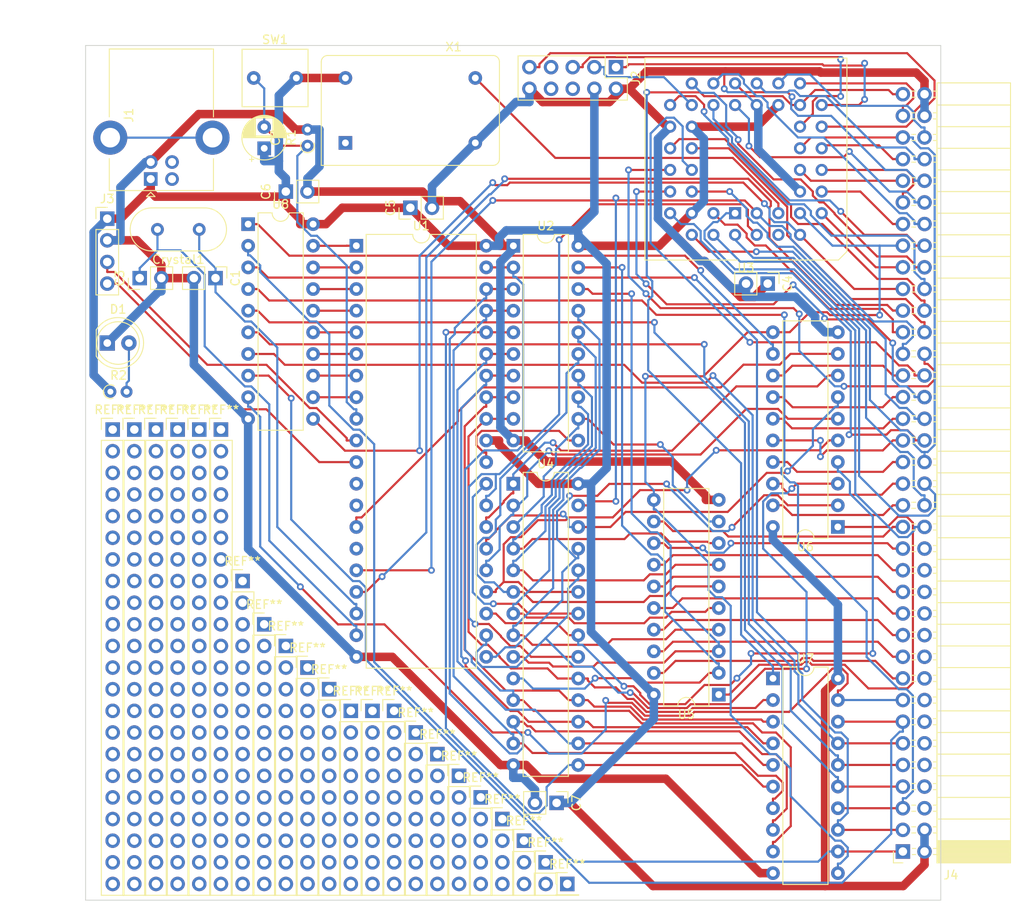
<source format=kicad_pcb>
(kicad_pcb (version 20211014) (generator pcbnew)
  (layers (0 "F.Cu" signal) (31 "B.Cu" signal) (34 "B.Paste" user) (35 "F.Paste" user) (36 "B.SilkS" user "B.Silkscreen") (37 "F.SilkS" user "F.Silkscreen") (38 "B.Mask" user) (39 "F.Mask" user) (44 "Edge.Cuts" user))
  (net 0 "")
  (net 1 "Net-(C1-Pad1)")
  (net 2 "GND")
  (net 3 "+5V")
  (net 4 "Net-(C2-Pad2)")
  (net 5 "Net-(C3-Pad1)")
  (net 8 "unconnected-(J1-Pad5)")
  (net 9 "RXD")
  (net 10 "TXD")
  (net 11 "/P1.0")
  (net 12 "/P1.1")
  (net 13 "/P1.2")
  (net 14 "/P1.3")
  (net 15 "/P1.4")
  (net 16 "/P1.5")
  (net 17 "/P1.6")
  (net 18 "/P1.7")
  (net 19 "Charset")
  (net 20 "Screen")
  (net 21 "T0")
  (net 22 "T1")
  (net 23 "WR\\")
  (net 24 "RD\\")
  (net 25 "/A8")
  (net 26 "/A9")
  (net 27 "/A10")
  (net 28 "/A11")
  (net 29 "/A12")
  (net 30 "/A13")
  (net 31 "/A14")
  (net 32 "/A15")
  (net 33 "Net-(U1-Pad29)")
  (net 34 "Net-(U1-Pad30)")
  (net 35 "/D7")
  (net 36 "/D6")
  (net 37 "/D5")
  (net 38 "/D4")
  (net 39 "/D3")
  (net 40 "/D2")
  (net 41 "/D1")
  (net 42 "/D0")
  (net 43 "/A7")
  (net 44 "/A6")
  (net 45 "/A5")
  (net 46 "/A4")
  (net 47 "/A3")
  (net 48 "/A2")
  (net 49 "/A1")
  (net 50 "/A0")
  (net 51 "OE_ADR")
  (net 52 "LOADAD")
  (net 53 "/GA7")
  (net 54 "/GA6")
  (net 55 "/GA5")
  (net 56 "/GA4")
  (net 57 "/GA3")
  (net 58 "/GA2")
  (net 59 "/GA1")
  (net 60 "/GA0")
  (net 61 "/GA14")
  (net 62 "/GA13")
  (net 63 "/GA12")
  (net 64 "/GA11")
  (net 65 "/GA10")
  (net 66 "/GA9")
  (net 67 "/GA8")
  (net 68 "GWE\\")
  (net 69 "/GD7")
  (net 70 "/GD6")
  (net 71 "/GD5")
  (net 72 "/GD4")
  (net 73 "/GD3")
  (net 74 "/GD2")
  (net 75 "/GD1")
  (net 76 "/GD0")
  (net 77 "LOADDAT")
  (net 79 "PixClk")
  (net 80 "HSYNC")
  (net 81 "LoadCol")
  (net 82 "CCLK")
  (net 83 "DE")
  (net 84 "HS")
  (net 85 "VS")
  (net 86 "LoadSr")
  (net 87 "TDI")
  (net 88 "TMS")
  (net 89 "TCK")
  (net 90 "CRTCOE")
  (net 91 "LOADCHR")
  (net 92 "CHAROE")
  (net 93 "COLOR")
  (net 94 "TDO")
  (net 95 "LoadCharline")
  (net 96 "PixClkO")
  (net 97 "VSYNC")
  (net 98 "Net-(U6-Pad12)")
  (net 115 "/Dummy0")
  (net 116 "/Dummy1")
  (net 117 "/Dummy2")
  (net 118 "/Dummy3")
  (net 119 "/Dummy4")
  (net 120 "/Dummy5")
  (net 121 "/Dummy6")
  (net 122 "/Dummy7")
  (net 123 "/Dummy8")
  (net 124 "/Dummy9")
  (net 125 "/Dummy10")
  (net 126 "/Dummy11")
  (net 128 "Net-(D1-Pad2)")
  (footprint "Connector_PinHeader_2.54mm:PinHeader_1x10_P2.54mm_Vertical" (layer "F.Cu") (at 45.085 89.535)
    (fp_text reference "REF**")
    (fp_text value "PinHeader_1x10_P2.54mm_Vertical")
  )
  (footprint "Connector_PinHeader_2.54mm:PinHeader_1x01_P2.54mm_Vertical" (layer "F.Cu") (at 73.025 112.395)
    (fp_text reference "REF**")
    (fp_text value "PinHeader_1x01_P2.54mm_Vertical")
  )
  (footprint "Package_DIP:DIP-20_W7.62mm" (layer "F.Cu") (at 66.695 37.48)
    (fp_text reference "U2")
    (fp_text value "74LS573")
  )
  (footprint "Connector_PinHeader_2.54mm:PinHeader_1x02_P2.54mm_Vertical" (layer "F.Cu") (at 31.75 41.275 -90)
    (fp_text reference "C1")
    (fp_text value "33pF")
  )
  (footprint "LED_THT:LED_D5.0mm" (layer "F.Cu") (at 19.05 48.895)
    (fp_text reference "D1")
    (fp_text value "LED")
  )
  (footprint "Connector_PinHeader_2.54mm:PinHeader_1x22_P2.54mm_Vertical" (layer "F.Cu") (at 19.685 59.055)
    (fp_text reference "REF**")
    (fp_text value "PinHeader_1x22_P2.54mm_Vertical")
  )
  (footprint "Oscillator:Oscillator_DIP-14" (layer "F.Cu") (at 46.99 25.4)
    (fp_text reference "X1")
    (fp_text value "25.175Mhz")
  )
  (footprint "Connector_PinHeader_2.54mm:PinHeader_1x22_P2.54mm_Vertical" (layer "F.Cu") (at 32.385 59.055)
    (fp_text reference "REF**")
    (fp_text value "PinHeader_1x22_P2.54mm_Vertical")
  )
  (footprint "Connector_PinHeader_2.54mm:PinHeader_1x02_P2.54mm_Vertical" (layer "F.Cu") (at 40 31.115 90)
    (fp_text reference "C6")
    (fp_text value "100nF")
  )
  (footprint "Connector_PinHeader_2.54mm:PinHeader_1x09_P2.54mm_Vertical" (layer "F.Cu") (at 47.625 92.075)
    (fp_text reference "REF**")
    (fp_text value "PinHeader_1x09_P2.54mm_Vertical")
  )
  (footprint "Connector_PinHeader_2.54mm:PinHeader_1x22_P2.54mm_Vertical" (layer "F.Cu") (at 24.765 59.055)
    (fp_text reference "REF**")
    (fp_text value "PinHeader_1x22_P2.54mm_Vertical")
  )
  (footprint "Resistor_THT:R_Axial_DIN0204_L3.6mm_D1.6mm_P1.90mm_Vertical" (layer "F.Cu") (at 42.545 25.7349 90)
    (fp_text reference "R1")
    (fp_text value "1K")
  )
  (footprint "Package_DIP:DIP-20_W7.62mm" (layer "F.Cu") (at 35.58 34.94)
    (fp_text reference "U8")
    (fp_text value "74LS573 GD0-7")
  )
  (footprint "Capacitor_THT:CP_Radial_D5.0mm_P2.50mm" (layer "F.Cu") (at 37.465 26.035 90)
    (fp_text reference "C2")
    (fp_text value "C_Pol.")
  )
  (footprint "Resistor_THT:R_Axial_DIN0204_L3.6mm_D1.6mm_P1.90mm_Vertical" (layer "F.Cu") (at 19.415 54.61)
    (fp_text reference "R2")
    (fp_text value "1K")
  )
  (footprint "Connector_PinHeader_2.54mm:PinHeader_1x02_P2.54mm_Vertical" (layer "F.Cu") (at 71.77 102.88 -90)
    (fp_text reference "C7")
    (fp_text value "100nF")
  )
  (footprint "Connector_PinHeader_2.54mm:PinHeader_1x22_P2.54mm_Vertical" (layer "F.Cu") (at 22.225 59.055)
    (fp_text reference "REF**")
    (fp_text value "PinHeader_1x22_P2.54mm_Vertical")
  )
  (footprint "Package_DIP:DIP-40_W15.24mm" (layer "F.Cu") (at 48.27 37.475)
    (fp_text reference "U1")
    (fp_text value "AT89S52-24PC")
  )
  (footprint "Connector_PinHeader_2.54mm:PinHeader_1x03_P2.54mm_Vertical" (layer "F.Cu") (at 67.945 107.315)
    (fp_text reference "REF**")
    (fp_text value "PinHeader_1x03_P2.54mm_Vertical")
  )
  (footprint "Connector_PinHeader_2.54mm:PinHeader_1x22_P2.54mm_Vertical" (layer "F.Cu") (at 29.845 59.055)
    (fp_text reference "REF**")
    (fp_text value "PinHeader_1x22_P2.54mm_Vertical")
  )
  (footprint "Connector_PinHeader_2.54mm:PinHeader_1x22_P2.54mm_Vertical" (layer "F.Cu") (at 27.305 59.055)
    (fp_text reference "REF**")
    (fp_text value "PinHeader_1x22_P2.54mm_Vertical")
  )
  (footprint "Connector_PinHeader_2.54mm:PinHeader_2x05_P2.54mm_Vertical" (layer "F.Cu") (at 78.74 16.51 -90)
    (fp_text reference "J2")
    (fp_text value "Conn_02x05_Odd_Even")
  )
  (footprint "Crystal:Crystal_HC18-U_Vertical" (layer "F.Cu") (at 29.84 35.56 180)
    (fp_text reference "Crystal1")
    (fp_text value "22.1184Mhz")
  )
  (footprint "Connector_PinHeader_2.54mm:PinHeader_1x05_P2.54mm_Vertical" (layer "F.Cu") (at 62.865 102.235)
    (fp_text reference "REF**")
    (fp_text value "PinHeader_1x05_P2.54mm_Vertical")
  )
  (footprint "Connector_PinHeader_2.54mm:PinHeader_1x04_P2.54mm_Vertical" (layer "F.Cu") (at 65.405 104.775)
    (fp_text reference "REF**")
    (fp_text value "PinHeader_1x04_P2.54mm_Vertical")
  )
  (footprint "Connector_PinHeader_2.54mm:PinHeader_1x09_P2.54mm_Vertical" (layer "F.Cu") (at 50.165 92.075)
    (fp_text reference "REF**")
    (fp_text value "PinHeader_1x09_P2.54mm_Vertical")
  )
  (footprint "Connector_PinHeader_2.54mm:PinHeader_1x02_P2.54mm_Vertical" (layer "F.Cu") (at 96.535 41.92 -90)
    (fp_text reference "C4")
    (fp_text value "100nF")
  )
  (footprint "Connector_PinHeader_2.54mm:PinHeader_1x02_P2.54mm_Vertical" (layer "F.Cu") (at 70.485 109.855)
    (fp_text reference "REF**")
    (fp_text value "PinHeader_1x02_P2.54mm_Vertical")
  )
  (footprint "Connector_PinHeader_2.54mm:PinHeader_1x02_P2.54mm_Vertical" (layer "F.Cu") (at 54.61 33.02 90)
    (fp_text reference "C5")
    (fp_text value "100nF")
  )
  (footprint "Package_DIP:DIP-20_W7.62mm" (layer "F.Cu") (at 90.795 90.165 180)
    (fp_text reference "U5")
    (fp_text value "74LS573 GA0-7")
  )
  (footprint "Connector_PinHeader_2.54mm:PinHeader_1x06_P2.54mm_Vertical" (layer "F.Cu") (at 60.325 99.695)
    (fp_text reference "REF**")
    (fp_text value "PinHeader_1x06_P2.54mm_Vertical")
  )
  (footprint "Connector_PinHeader_2.54mm:PinHeader_1x07_P2.54mm_Vertical" (layer "F.Cu") (at 57.785 97.155)
    (fp_text reference "REF**")
    (fp_text value "PinHeader_1x07_P2.54mm_Vertical")
  )
  (footprint "Package_LCC:PLCC-44_THT-Socket" (layer "F.Cu") (at 92.71 33.655 180)
    (fp_text reference "U3")
    (fp_text value "XC9536PC44")
  )
  (footprint "Connector_PinHeader_2.54mm:PinHeader_1x11_P2.54mm_Vertical" (layer "F.Cu") (at 42.545 86.995)
    (fp_text reference "REF**")
    (fp_text value "PinHeader_1x11_P2.54mm_Vertical")
  )
  (footprint "Package_DIP:DIP-20_W7.62mm" (layer "F.Cu") (at 97.155 88.265)
    (fp_text reference "U7")
    (fp_text value "74LS573 GD0-7")
  )
  (footprint "Connector_PinHeader_2.54mm:PinHeader_1x12_P2.54mm_Vertical" (layer "F.Cu") (at 40.005 84.455)
    (fp_text reference "REF**")
    (fp_text value "PinHeader_1x12_P2.54mm_Vertical")
  )
  (footprint "Package_DIP:DIP-28_W7.62mm" (layer "F.Cu") (at 66.685 65.415)
    (fp_text reference "U4")
    (fp_text value "UM61256")
  )
  (footprint "Capacitor_THT:C_Rect_L7.5mm_W6.5mm_P5.00mm" (layer "F.Cu") (at 36.235 17.78)
    (fp_text reference "SW1")
    (fp_text value "SW_Push")
  )
  (footprint "Package_DIP:DIP-20_W7.62mm" (layer "F.Cu") (at 104.765 70.485 180)
    (fp_text reference "U6")
    (fp_text value "74LS573 GA8-15")
  )
  (footprint "Connector_PinHeader_2.54mm:PinHeader_1x04_P2.54mm_Vertical" (layer "F.Cu") (at 19.05 34.3)
    (fp_text reference "J3")
    (fp_text value "Conn_01x04_Male")
  )
  (footprint "Connector_PinHeader_2.54mm:PinHeader_1x08_P2.54mm_Vertical" (layer "F.Cu") (at 55.245 94.615)
    (fp_text reference "REF**")
    (fp_text value "PinHeader_1x08_P2.54mm_Vertical")
  )
  (footprint "Connector_PinHeader_2.54mm:PinHeader_1x02_P2.54mm_Vertical" (layer "F.Cu") (at 22.855 41.275 90)
    (fp_text reference "C3")
    (fp_text value "33pF")
  )
  (footprint "Connector_PinHeader_2.54mm:PinHeader_1x09_P2.54mm_Vertical" (layer "F.Cu") (at 52.705 92.075)
    (fp_text reference "REF**")
    (fp_text value "PinHeader_1x09_P2.54mm_Vertical")
  )
  (footprint "Connector_PinSocket_2.54mm:PinSocket_2x36_P2.54mm_Horizontal" (layer "F.Cu") (at 112.395 108.585 180)
    (fp_text reference "J4")
    (fp_text value "Conn_02x36_Odd_Even")
  )
  (footprint "Connector_PinHeader_2.54mm:PinHeader_1x15_P2.54mm_Vertical" (layer "F.Cu") (at 34.925 76.835)
    (fp_text reference "REF**")
    (fp_text value "PinHeader_1x15_P2.54mm_Vertical")
  )
  (footprint "Connector_PinHeader_2.54mm:PinHeader_1x13_P2.54mm_Vertical" (layer "F.Cu") (at 37.465 81.915)
    (fp_text reference "REF**")
    (fp_text value "PinHeader_1x13_P2.54mm_Vertical")
  )
  (footprint "Connector_USB:USB_B_Lumberg_2411_02_Horizontal" (layer "F.Cu") (at 24.15 29.6475 90)
    (fp_text reference "J1")
    (fp_text value "USB_B")
  )
  (gr_line (start 16.51 114.3) (end 16.51 13.97) (layer "Edge.Cuts") (width 0.1))
  (gr_line (start 116.84 13.97) (end 116.84 114.3) (layer "Edge.Cuts") (width 0.1))
  (gr_line (start 16.51 13.97) (end 116.84 13.97) (layer "Edge.Cuts") (width 0.1))
  (gr_line (start 116.84 114.3) (end 16.51 114.3) (layer "Edge.Cuts") (width 0.1))
  (segment (start 35.9463 46.37) (end 35.1934 46.37) (width 0.25) (layer "B.Cu") (net 1))
  (segment (start 35.1934 46.37) (end 31.75 42.9266) (width 0.25) (layer "B.Cu") (net 1))
  (segment (start 31.75 42.9266) (end 31.75 41.275) (width 0.25) (layer "B.Cu") (net 1))
  (segment (start 38.9977 49.4214) (end 35.9463 46.37) (width 0.25) (layer "B.Cu") (net 1))
  (segment (start 48.0367 79.5299) (end 38.9977 70.4909) (width 0.25) (layer "B.Cu") (net 1))
  (segment (start 29.84 38.1899) (end 31.75 40.0999) (width 0.25) (layer "B.Cu") (net 1))
  (segment (start 31.75 40.0999) (end 31.75 41.275) (width 0.25) (layer "B.Cu") (net 1))
  (segment (start 29.84 35.56) (end 29.84 38.1899) (width 0.25) (layer "B.Cu") (net 1))
  (segment (start 38.9977 70.4909) (end 38.9977 49.4214) (width 0.25) (layer "B.Cu") (net 1))
  (segment (start 48.27 80.655) (end 48.27 79.5299) (width 0.25) (layer "B.Cu") (net 1))
  (segment (start 48.27 79.5299) (end 48.0367 79.5299) (width 0.25) (layer "B.Cu") (net 1))
  (segment (start 56.0201 31.115) (end 57.15 32.2449) (width 1) (layer "F.Cu") (net 2))
  (segment (start 90.795 67.305) (end 89.2949 67.305) (width 1) (layer "F.Cu") (net 2))
  (segment (start 69.7918 100.042) (end 84.5716 100.042) (width 1) (layer "F.Cu") (net 2))
  (segment (start 29.7769 22.0206) (end 24.15 27.6475) (width 1) (layer "F.Cu") (net 2))
  (segment (start 84.7351 23.495) (end 85.09 23.495) (width 1) (layer "F.Cu") (net 2))
  (segment (start 78.74 19.05) (end 79.5151 19.05) (width 1) (layer "F.Cu") (net 2))
  (segment (start 22.5101 36.84) (end 19.05 36.84) (width 1) (layer "F.Cu") (net 2))
  (segment (start 114.935 18.1349) (end 114.935 19.685) (width 1) (layer "F.Cu") (net 2))
  (segment (start 60.4286 32.2449) (end 65.1949 37.0112) (width 1) (layer "F.Cu") (net 2))
  (segment (start 85.2787 62.8094) (end 70.5545 62.8094) (width 1) (layer "F.Cu") (net 2))
  (segment (start 102.62 17.0021) (end 102.766 17.1485) (width 1) (layer "F.Cu") (net 2))
  (segment (start 80.2901 19.05) (end 84.7351 23.495) (width 1) (layer "F.Cu") (net 2))
  (segment (start 39.3306 22.0206) (end 29.7769 22.0206) (width 1) (layer "F.Cu") (net 2))
  (segment (start 84.5716 100.042) (end 95.6549 111.125) (width 1) (layer "F.Cu") (net 2))
  (segment (start 91.44 17.145) (end 91.5829 17.0021) (width 0.25) (layer "F.Cu") (net 2))
  (segment (start 89.2949 67.305) (end 89.2949 66.8256) (width 1) (layer "F.Cu") (net 2))
  (segment (start 70.5545 62.8094) (end 68.1951 60.45) (width 1) (layer "F.Cu") (net 2))
  (segment (start 52.4849 85.735) (end 48.27 85.735) (width 1) (layer "F.Cu") (net 2))
  (segment (start 42.54 31.115) (end 56.0201 31.115) (width 1) (layer "F.Cu") (net 2))
  (segment (start 65.1949 37.0112) (end 65.1949 37.48) (width 1) (layer "F.Cu") (net 2))
  (segment (start 77.9589 20.6062) (end 70.1362 20.6062) (width 1) (layer "F.Cu") (net 2))
  (segment (start 80.2901 19.05) (end 82.338 17.0021) (width 1) (layer "F.Cu") (net 2))
  (segment (start 79.5151 19.05) (end 77.9589 20.6062) (width 1) (layer "F.Cu") (net 2))
  (segment (start 66.685 98.435) (end 68.1851 98.435) (width 1) (layer "F.Cu") (net 2))
  (segment (start 70.1362 20.6062) (end 68.58 19.05) (width 1) (layer "F.Cu") (net 2))
  (segment (start 68.1951 60.34) (end 66.695 60.34) (width 1) (layer "F.Cu") (net 2))
  (segment (start 65.1849 98.435) (end 52.4849 85.735) (width 1) (layer "F.Cu") (net 2))
  (segment (start 82.338 17.0021) (end 91.5829 17.0021) (width 1) (layer "F.Cu") (net 2))
  (segment (start 57.15 32.2449) (end 60.4286 32.2449) (width 1) (layer "F.Cu") (net 2))
  (segment (start 42.545 23.8349) (end 41.1449 23.8349) (width 1) (layer "F.Cu") (net 2))
  (segment (start 66.685 98.435) (end 65.1849 98.435) (width 1) (layer "F.Cu") (net 2))
  (segment (start 91.5829 17.0021) (end 102.62 17.0021) (width 1) (layer "F.Cu") (net 2))
  (segment (start 29.21 41.275) (end 25.395 41.275) (width 1) (layer "F.Cu") (net 2))
  (segment (start 41.1449 23.8349) (end 39.3306 22.0206) (width 1) (layer "F.Cu") (net 2))
  (segment (start 25.395 41.275) (end 25.395 39.7249) (width 1) (layer "F.Cu") (net 2))
  (segment (start 91.44 19.05) (end 91.44 17.145) (width 0.25) (layer "F.Cu") (net 2))
  (segment (start 65.1949 37.48) (end 66.695 37.48) (width 1) (layer "F.Cu") (net 2))
  (segment (start 68.1851 98.435) (end 69.7918 100.042) (width 1) (layer "F.Cu") (net 2))
  (segment (start 68.1951 60.45) (end 68.1951 60.34) (width 1) (layer "F.Cu") (net 2))
  (segment (start 89.2949 66.8256) (end 85.2787 62.8094) (width 1) (layer "F.Cu") (net 2))
  (segment (start 25.395 39.7249) (end 22.5101 36.84) (width 1) (layer "F.Cu") (net 2))
  (segment (start 95.6549 111.125) (end 97.155 111.125) (width 1) (layer "F.Cu") (net 2))
  (segment (start 79.5151 19.05) (end 80.2901 19.05) (width 1) (layer "F.Cu") (net 2))
  (segment (start 57.15 33.02) (end 57.15 32.2449) (width 1) (layer "F.Cu") (net 2))
  (segment (start 102.766 17.1485) (end 113.949 17.1485) (width 1) (layer "F.Cu") (net 2))
  (segment (start 113.949 17.1485) (end 114.935 18.1349) (width 1) (layer "F.Cu") (net 2))
  (via (at 91.44 19.05) (size 0.8) (drill 0.4) (layers "F.Cu" "B.Cu") (net 2))
  (segment (start 93.995 43.4701) (end 99.7837 43.4701) (width 1) (layer "B.Cu") (net 2))
  (segment (start 35.58 73.045) (end 35.58 57.8) (width 1) (layer "B.Cu") (net 2))
  (segment (start 95.25 20.955) (end 93.7457 19.4507) (width 0.25) (layer "B.Cu") (net 2))
  (segment (start 25.1199 42.8251) (end 19.05 48.895) (width 1) (layer "B.Cu") (net 2))
  (segment (start 25.395 42.8251) (end 25.1199 42.8251) (width 1) (layer "B.Cu") (net 2))
  (segment (start 69.23 101.33) (end 69.23 102.88) (width 1) (layer "B.Cu") (net 2))
  (segment (start 66.685 99.9351) (end 67.8352 99.9351) (width 1) (layer "B.Cu") (net 2))
  (segment (start 25.395 41.275) (end 25.395 42.8251) (width 1) (layer "B.Cu") (net 2))
  (segment (start 67.0299 20.6001) (end 62.23 25.4) (width 1) (layer "B.Cu") (net 2))
  (segment (start 91.8407 19.4507) (end 91.44 19.05) (width 0.25) (layer "B.Cu") (net 2))
  (segment (start 42.54 31.115) (end 42.54 29.5649) (width 1) (layer "B.Cu") (net 2))
  (segment (start 29.21 51.43) (end 29.21 41.275) (width 1) (layer "B.Cu") (net 2))
  (segment (start 66.695 60.34) (end 65.1727 58.8177) (width 1) (layer "B.Cu") (net 2))
  (segment (start 93.7457 19.4507) (end 91.8407 19.4507) (width 0.25) (layer "B.Cu") (net 2))
  (segment (start 66.695 37.8596) (end 66.695 37.48) (width 1) (layer "B.Cu") (net 2))
  (segment (start 43.9451 23.8349) (end 42.545 23.8349) (width 1) (layer "B.Cu") (net 2))
  (segment (start 23.5566 27.6475) (end 24.15 27.6475) (width 1) (layer "B.Cu") (net 2))
  (segment (start 93.995 42.4981) (end 93.995 43.4701) (width 1) (layer "B.Cu") (net 2))
  (segment (start 68.58 20.6001) (end 67.0299 20.6001) (width 1) (layer "B.Cu") (net 2))
  (segment (start 102.107 45.7931) (end 102.107 46.4668) (width 1) (layer "B.Cu") (net 2))
  (segment (start 68.58 19.05) (end 68.58 20.6001) (width 1) (layer "B.Cu") (net 2))
  (segment (start 93.995 41.92) (end 93.995 42.4981) (width 1) (layer "B.Cu") (net 2))
  (segment (start 95.4332 21.1382) (end 95.25 20.955) (width 1) (layer "B.Cu") (net 2))
  (segment (start 62.23 25.4) (end 57.15 30.48) (width 1) (layer "B.Cu") (net 2))
  (segment (start 114.935 19.685) (end 114.935 22.225) (width 1) (layer "B.Cu") (net 2))
  (segment (start 83.6628 34.2806) (end 83.6628 24.9222) (width 1) (layer "B.Cu") (net 2))
  (segment (start 35.58 57.8) (end 29.21 51.43) (width 1) (layer "B.Cu") (net 2))
  (segment (start 42.54 29.5649) (end 43.9451 28.1598) (width 1) (layer "B.Cu") (net 2))
  (segment (start 65.1727 58.8177) (end 65.1727 39.3819) (width 1) (layer "B.Cu") (net 2))
  (segment (start 48.27 85.735) (end 35.58 73.045) (width 1) (layer "B.Cu") (net 2))
  (segment (start 103.265 47.625) (end 104.765 47.625) (width 1) (layer "B.Cu") (net 2))
  (segment (start 83.6628 24.9222) (end 85.09 23.495) (width 1) (layer "B.Cu") (net 2))
  (segment (start 19.05 36.84) (end 20.6001 36.84) (width 1) (layer "B.Cu") (net 2))
  (segment (start 95.4332 26.2182) (end 95.4332 21.1382) (width 1) (layer "B.Cu") (net 2))
  (segment (start 57.15 30.48) (end 57.15 33.02) (width 1) (layer "B.Cu") (net 2))
  (segment (start 20.6001 36.84) (end 20.6001 30.604) (width 1) (layer "B.Cu") (net 2))
  (segment (start 20.6001 30.604) (end 23.5566 27.6475) (width 1) (layer "B.Cu") (net 2))
  (segment (start 102.107 46.4668) (end 103.265 47.625) (width 1) (layer "B.Cu") (net 2))
  (segment (start 92.3647 42.4981) (end 89.1323 39.2657) (width 1) (layer "B.Cu") (net 2))
  (segment (start 66.685 98.435) (end 66.685 99.9351) (width 1) (layer "B.Cu") (net 2))
  (segment (start 100.33 31.115) (end 95.4332 26.2182) (width 1) (layer "B.Cu") (net 2))
  (segment (start 88.6479 39.2657) (end 83.6628 34.2806) (width 1) (layer "B.Cu") (net 2))
  (segment (start 93.995 42.4981) (end 92.3647 42.4981) (width 1) (layer "B.Cu") (net 2))
  (segment (start 67.8352 99.9351) (end 69.23 101.33) (width 1) (layer "B.Cu") (net 2))
  (segment (start 99.7837 43.4701) (end 102.107 45.7931) (width 1) (layer "B.Cu") (net 2))
  (segment (start 65.1727 39.3819) (end 66.695 37.8596) (width 1) (layer "B.Cu") (net 2))
  (segment (start 43.9451 28.1598) (end 43.9451 23.8349) (width 1) (layer "B.Cu") (net 2))
  (segment (start 89.1323 39.2657) (end 88.6479 39.2657) (width 1) (layer "B.Cu") (net 2))
  (segment (start 69.6213 65.415) (end 74.305 65.415) (width 1) (layer "F.Cu") (net 3))
  (segment (start 43.2 34.94) (end 44.7001 34.94) (width 1) (layer "F.Cu") (net 3))
  (segment (start 83.0748 112.635) (end 73.3201 102.88) (width 1) (layer "F.Cu") (net 3))
  (segment (start 63.51 37.475) (end 59.065 37.475) (width 1) (layer "F.Cu") (net 3))
  (segment (start 89.1323 39.2657) (end 88.655 39.2657) (width 1) (layer "F.Cu") (net 3))
  (segment (start 85.3372 35.9478) (end 83.805 37.48) (width 1) (layer "F.Cu") (net 3))
  (segment (start 40 32.6651) (end 40 31.7132) (width 1) (layer "F.Cu") (net 3))
  (segment (start 95.25 23.495) (end 97.79 20.955) (width 1) (layer "F.Cu") (net 3))
  (segment (start 103.272 112.635) (end 103.272 89.7678) (width 1) (layer "F.Cu") (net 3))
  (segment (start 65.0101 60.335) (end 65.0101 60.8038) (width 1) (layer "F.Cu") (net 3))
  (segment (start 114.935 108.585) (end 114.935 110.135) (width 1) (layer "F.Cu") (net 3))
  (segment (start 41.6999 34.94) (end 41.6999 34.365) (width 1) (layer "F.Cu") (net 3))
  (segment (start 46.99 17.78) (end 41.235 17.78) (width 1) (layer "F.Cu") (net 3))
  (segment (start 93.3511 43.4845) (end 89.1323 39.2657) (width 1) (layer "F.Cu") (net 3))
  (segment (start 73.3201 102.88) (end 71.77 102.88) (width 1) (layer "F.Cu") (net 3))
  (segment (start 94.9705 43.4845) (end 93.3511 43.4845) (width 1) (layer "F.Cu") (net 3))
  (segment (start 87.63 33.655) (end 85.3372 35.9478) (width 1) (layer "F.Cu") (net 3))
  (segment (start 41.6999 34.365) (end 40 32.6651) (width 1) (layer "F.Cu") (net 3))
  (segment (start 103.272 89.7678) (end 104.775 88.265) (width 1) (layer "F.Cu") (net 3))
  (segment (start 114.935 110.135) (end 112.435 112.635) (width 1) (layer "F.Cu") (net 3))
  (segment (start 112.435 112.635) (end 103.272 112.635) (width 1) (layer "F.Cu") (net 3))
  (segment (start 23.7525 31.1476) (end 24.15 31.1476) (width 1) (layer "F.Cu") (net 3))
  (segment (start 43.2 34.94) (end 41.6999 34.94) (width 1) (layer "F.Cu") (net 3))
  (segment (start 19.05 34.3) (end 20.6001 34.3) (width 1) (layer "F.Cu") (net 3))
  (segment (start 24.7156 31.7132) (end 24.15 31.1476) (width 1) (layer "F.Cu") (net 3))
  (segment (start 63.51 60.335) (end 65.0101 60.335) (width 1) (layer "F.Cu") (net 3))
  (segment (start 83.805 37.48) (end 74.315 37.48) (width 1) (layer "F.Cu") (net 3))
  (segment (start 103.272 112.635) (end 83.0748 112.635) (width 1) (layer "F.Cu") (net 3))
  (segment (start 59.065 37.475) (end 54.61 33.02) (width 1) (layer "F.Cu") (net 3))
  (segment (start 44.7001 34.94) (end 46.6201 33.02) (width 1) (layer "F.Cu") (net 3))
  (segment (start 96.535 41.92) (end 94.9705 43.4845) (width 1) (layer "F.Cu") (net 3))
  (segment (start 40 31.115) (end 40 31.7132) (width 1) (layer "F.Cu") (net 3))
  (segment (start 87.63 23.495) (end 95.25 23.495) (width 1) (layer "F.Cu") (net 3))
  (segment (start 88.655 39.2657) (end 85.3372 35.9478) (width 1) (layer "F.Cu") (net 3))
  (segment (start 20.6001 34.3) (end 23.7525 31.1476) (width 1) (layer "F.Cu") (net 3))
  (segment (start 24.15 29.6475) (end 24.15 31.1476) (width 1) (layer "F.Cu") (net 3))
  (segment (start 65.0101 60.8038) (end 69.6213 65.415) (width 1) (layer "F.Cu") (net 3))
  (segment (start 40 31.7132) (end 24.7156 31.7132) (width 1) (layer "F.Cu") (net 3))
  (segment (start 46.6201 33.02) (end 54.61 33.02) (width 1) (layer "F.Cu") (net 3))
  (segment (start 65.0101 37.475) (end 63.51 37.475) (width 1) (layer "B.Cu") (net 3))
  (segment (start 71.77 102.88) (end 73.3201 102.88) (width 1) (layer "B.Cu") (net 3))
  (segment (start 39.1825 27.5351) (end 37.465 27.5351) (width 1) (layer "B.Cu") (net 3))
  (segment (start 39.1825 19.8325) (end 41.235 17.78) (width 1) (layer "B.Cu") (net 3))
  (segment (start 97.145 70.485) (end 97.145 71.9851) (width 1) (layer "B.Cu") (net 3))
  (segment (start 76.2 19.05) (end 76.2 33.4827) (width 1) (layer "B.Cu") (net 3))
  (segment (start 19.05 34.3) (end 17.4498 35.9002) (width 1) (layer "B.Cu") (net 3))
  (segment (start 73.3201 102.88) (end 83.175 93.0251) (width 1) (layer "B.Cu") (net 3))
  (segment (start 83.175 93.0251) (end 83.175 90.165) (width 1) (layer "B.Cu") (net 3))
  (segment (start 97.145 71.9851) (end 104.775 79.6151) (width 1) (layer "B.Cu") (net 3))
  (segment (start 87.63 23.495) (end 89.0461 24.9111) (width 1) (layer "B.Cu") (net 3))
  (segment (start 74.305 65.415) (end 75.8051 65.415) (width 1) (layer "B.Cu") (net 3))
  (segment (start 77.6399 39.6048) (end 77.6399 63.5802) (width 1) (layer "B.Cu") (net 3))
  (segment (start 114.935 106.045) (end 114.935 108.585) (width 1) (layer "B.Cu") (net 3))
  (segment (start 104.775 79.6151) (end 104.775 88.265) (width 1) (layer "B.Cu") (net 3))
  (segment (start 74.315 37.48) (end 74.315 36.2799) (width 1) (layer "B.Cu") (net 3))
  (segment (start 39.1825 27.5351) (end 39.1825 19.8325) (width 1) (layer "B.Cu") (net 3))
  (segment (start 74.315 36.2799) (end 74.315 35.9799) (width 1) (layer "B.Cu") (net 3))
  (segment (start 40 31.115) (end 40 29.5649) (width 1) (layer "B.Cu") (net 3))
  (segment (start 74.0089 35.6738) (end 65.864 35.6738) (width 1) (layer "B.Cu") (net 3))
  (segment (start 40 29.5649) (end 39.1825 28.7474) (width 1) (layer "B.Cu") (net 3))
  (segment (start 37.465 27.5351) (end 37.465 26.035) (width 1) (layer "B.Cu") (net 3))
  (segment (start 77.6399 63.5802) (end 75.8051 65.415) (width 1) (layer "B.Cu") (net 3))
  (segment (start 65.0101 36.5277) (end 65.0101 37.475) (width 1) (layer "B.Cu") (net 3))
  (segment (start 89.0461 32.2389) (end 87.63 33.655) (width 1) (layer "B.Cu") (net 3))
  (segment (start 17.4498 35.9002) (end 17.4498 52.6448) (width 1) (layer "B.Cu") (net 3))
  (segment (start 75.8051 82.7951) (end 75.8051 65.415) (width 1) (layer "B.Cu") (net 3))
  (segment (start 74.315 36.2799) (end 77.6399 39.6048) (width 1) (layer "B.Cu") (net 3))
  (segment (start 76.2 33.4827) (end 74.0089 35.6738) (width 1) (layer "B.Cu") (net 3))
  (segment (start 65.864 35.6738) (end 65.0101 36.5277) (width 1) (layer "B.Cu") (net 3))
  (segment (start 89.0461 24.9111) (end 89.0461 32.2389) (width 1) (layer "B.Cu") (net 3))
  (segment (start 83.175 90.165) (end 75.8051 82.7951) (width 1) (layer "B.Cu") (net 3))
  (segment (start 17.4498 52.6448) (end 19.415 54.61) (width 1) (layer "B.Cu") (net 3))
  (segment (start 39.1825 28.7474) (end 39.1825 27.5351) (width 1) (layer "B.Cu") (net 3))
  (segment (start 74.315 35.9799) (end 74.0089 35.6738) (width 1) (layer "B.Cu") (net 3))
  (segment (start 42.545 25.7349) (end 39.6649 25.7349) (width 0.25) (layer "F.Cu") (net 4))
  (segment (start 39.6649 25.7349) (end 37.465 23.535) (width 0.25) (layer "F.Cu") (net 4))
  (segment (start 37.465 23.535) (end 37.465 19.01) (width 0.25) (layer "B.Cu") (net 4))
  (segment (start 47.1449 55.8262) (end 47.1449 39.7986) (width 0.25) (layer "B.Cu") (net 4))
  (segment (start 41.3497 26.9302) (end 42.545 25.7349) (width 0.25) (layer "B.Cu") (net 4))
  (segment (start 41.3497 34.6981) (end 41.3497 26.9302) (width 0.25) (layer "B.Cu") (net 4))
  (segment (start 43.649 36.3027) (end 42.9543 36.3027) (width 0.25) (layer "B.Cu") (net 4))
  (segment (start 42.9543 36.3027) (end 41.3497 34.6981) (width 0.25) (layer "B.Cu") (net 4))
  (segment (start 37.465 19.01) (end 36.235 17.78) (width 0.25) (layer "B.Cu") (net 4))
  (segment (start 47.1449 39.7986) (end 43.649 36.3027) (width 0.25) (layer "B.Cu") (net 4))
  (segment (start 48.27 56.6699) (end 47.9886 56.6699) (width 0.25) (layer "B.Cu") (net 4))
  (segment (start 48.27 57.795) (end 48.27 56.6699) (width 0.25) (layer "B.Cu") (net 4))
  (segment (start 47.9886 56.6699) (end 47.1449 55.8262) (width 0.25) (layer "B.Cu") (net 4))
  (segment (start 30.48 49.2766) (end 30.48 40.8504) (width 0.25) (layer "B.Cu") (net 5))
  (segment (start 30.48 40.8504) (end 27.6445 38.0149) (width 0.25) (layer "B.Cu") (net 5))
  (segment (start 22.855 41.275) (end 22.855 40.0999) (width 0.25) (layer "B.Cu") (net 5))
  (segment (start 35.9494 53.99) (end 35.1934 53.99) (width 0.25) (layer "B.Cu") (net 5))
  (segment (start 27.6445 38.0149) (end 24.94 38.0149) (width 0.25) (layer "B.Cu") (net 5))
  (segment (start 22.855 40.0999) (end 24.94 38.0149) (width 0.25) (layer "B.Cu") (net 5))
  (segment (start 38.0604 72.0935) (end 38.0604 56.101) (width 0.25) (layer "B.Cu") (net 5))
  (segment (start 48.27 83.195) (end 48.27 82.0699) (width 0.25) (layer "B.Cu") (net 5))
  (segment (start 38.0604 56.101) (end 35.9494 53.99) (width 0.25) (layer "B.Cu") (net 5))
  (segment (start 48.0368 82.0699) (end 38.0604 72.0935) (width 0.25) (layer "B.Cu") (net 5))
  (segment (start 24.94 35.56) (end 24.94 38.0149) (width 0.25) (layer "B.Cu") (net 5))
  (segment (start 35.1934 53.99) (end 30.48 49.2766) (width 0.25) (layer "B.Cu") (net 5))
  (segment (start 48.27 82.0699) (end 48.0368 82.0699) (width 0.25) (layer "B.Cu") (net 5))
  (segment (start 31.4 24.7875) (end 19.4 24.7875) (width 0.25) (layer "B.Cu") (net 8))
  (segment (start 19.8992 40.5551) (end 19.05 40.5551) (width 0.25) (layer "F.Cu") (net 9))
  (segment (start 47.1449 60.0537) (end 43.6212 56.53) (width 0.25) (layer "F.Cu") (net 9))
  (segment (start 42.8093 56.53) (end 37.7293 51.45) (width 0.25) (layer "F.Cu") (net 9))
  (segment (start 48.27 60.335) (end 47.1449 60.335) (width 0.25) (layer "F.Cu") (net 9))
  (segment (start 30.7941 51.45) (end 19.8992 40.5551) (width 0.25) (layer "F.Cu") (net 9))
  (segment (start 19.05 40.5551) (end 19.05 39.38) (width 0.25) (layer "F.Cu") (net 9))
  (segment (start 43.6212 56.53) (end 42.8093 56.53) (width 0.25) (layer "F.Cu") (net 9))
  (segment (start 47.1449 60.335) (end 47.1449 60.0537) (width 0.25) (layer "F.Cu") (net 9))
  (segment (start 37.7293 51.45) (end 30.7941 51.45) (width 0.25) (layer "F.Cu") (net 9))
  (segment (start 19.05 41.92) (end 20.2251 41.92) (width 0.25) (layer "F.Cu") (net 10))
  (segment (start 20.2251 41.92) (end 34.9799 56.6748) (width 0.25) (layer "F.Cu") (net 10))
  (segment (start 34.9799 56.6748) (end 37.7212 56.6748) (width 0.25) (layer "F.Cu") (net 10))
  (segment (start 43.9214 62.875) (end 48.27 62.875) (width 0.25) (layer "F.Cu") (net 10))
  (segment (start 37.7212 56.6748) (end 43.9214 62.875) (width 0.25) (layer "F.Cu") (net 10))
  (segment (start 47.1449 37.475) (end 47.1399 37.48) (width 0.25) (layer "F.Cu") (net 11))
  (segment (start 47.1399 37.48) (end 43.2 37.48) (width 0.25) (layer "F.Cu") (net 11))
  (segment (start 48.27 37.475) (end 47.1449 37.475) (width 0.25) (layer "F.Cu") (net 11))
  (segment (start 47.1449 40.015) (end 47.1399 40.02) (width 0.25) (layer "F.Cu") (net 12))
  (segment (start 48.27 40.015) (end 47.1449 40.015) (width 0.25) (layer "F.Cu") (net 12))
  (segment (start 47.1399 40.02) (end 43.2 40.02) (width 0.25) (layer "F.Cu") (net 12))
  (segment (start 47.1449 42.555) (end 47.1399 42.56) (width 0.25) (layer "F.Cu") (net 13))
  (segment (start 48.27 42.555) (end 47.1449 42.555) (width 0.25) (layer "F.Cu") (net 13))
  (segment (start 47.1399 42.56) (end 43.2 42.56) (width 0.25) (layer "F.Cu") (net 13))
  (segment (start 47.1399 45.1) (end 43.2 45.1) (width 0.25) (layer "F.Cu") (net 14))
  (segment (start 47.1449 45.095) (end 47.1399 45.1) (width 0.25) (layer "F.Cu") (net 14))
  (segment (start 48.27 45.095) (end 47.1449 45.095) (width 0.25) (layer "F.Cu") (net 14))
  (segment (start 47.1399 47.64) (end 43.2 47.64) (width 0.25) (layer "F.Cu") (net 15))
  (segment (start 47.1449 47.635) (end 47.1399 47.64) (width 0.25) (layer "F.Cu") (net 15))
  (segment (start 48.27 47.635) (end 47.1449 47.635) (width 0.25) (layer "F.Cu") (net 15))
  (segment (start 48.27 50.175) (end 47.1449 50.175) (width 0.25) (layer "F.Cu") (net 16))
  (segment (start 47.1399 50.18) (end 43.2 50.18) (width 0.25) (layer "F.Cu") (net 16))
  (segment (start 47.1449 50.175) (end 47.1399 50.18) (width 0.25) (layer "F.Cu") (net 16))
  (segment (start 47.1449 52.715) (end 47.1399 52.72) (width 0.25) (layer "F.Cu") (net 17))
  (segment (start 48.27 52.715) (end 47.1449 52.715) (width 0.25) (layer "F.Cu") (net 17))
  (segment (start 47.1399 52.72) (end 43.2 52.72) (width 0.25) (layer "F.Cu") (net 17))
  (segment (start 48.27 55.255) (end 47.1449 55.255) (width 0.25) (layer "F.Cu") (net 18))
  (segment (start 47.1449 55.255) (end 47.1399 55.26) (width 0.25) (layer "F.Cu") (net 18))
  (segment (start 47.1399 55.26) (end 43.2 55.26) (width 0.25) (layer "F.Cu") (net 18))
  (segment (start 63.0613 54.1081) (end 91.0197 54.1081) (width 0.25) (layer "F.Cu") (net 21))
  (segment (start 97.9435 51.435) (end 99.2135 50.165) (width 0.25) (layer "F.Cu") (net 21))
  (segment (start 48.8853 69.3699) (end 60.1796 58.0756) (width 0.25) (layer "F.Cu") (net 21))
  (segment (start 99.2135 50.165) (end 104.765 50.165) (width 0.25) (layer "F.Cu") (net 21))
  (segment (start 48.27 70.495) (end 48.27 69.3699) (width 0.25) (layer "F.Cu") (net 21))
  (segment (start 60.1796 58.0756) (end 60.1796 56.9898) (width 0.25) (layer "F.Cu") (net 21))
  (segment (start 48.27 69.3699) (end 48.8853 69.3699) (width 0.25) (layer "F.Cu") (net 21))
  (segment (start 60.1796 56.9898) (end 63.0613 54.1081) (width 0.25) (layer "F.Cu") (net 21))
  (segment (start 91.0197 54.1081) (end 93.6928 51.435) (width 0.25) (layer "F.Cu") (net 21))
  (segment (start 93.6928 51.435) (end 97.9435 51.435) (width 0.25) (layer "F.Cu") (net 21))
  (segment (start 93.8416 32.1599) (end 78.7227 32.1599) (width 0.25) (layer "F.Cu") (net 23))
  (segment (start 75.4301 67.955) (end 75.9073 67.4778) (width 0.25) (layer "F.Cu") (net 23))
  (segment (start 78.7227 32.1599) (end 64.2801 32.1599) (width 0.25) (layer "F.Cu") (net 23))
  (segment (start 75.9073 67.4778) (end 78.7227 67.4778) (width 0.25) (layer "F.Cu") (net 23))
  (segment (start 78.7227 32.1599) (end 78.7227 31.8713) (width 0.25) (layer "F.Cu") (net 23))
  (segment (start 95.25 33.655) (end 95.25 33.5683) (width 0.25) (layer "F.Cu") (net 23))
  (segment (start 74.305 67.955) (end 75.4301 67.955) (width 0.25) (layer "F.Cu") (net 23))
  (segment (start 48.27 75.575) (end 57.0809 75.575) (width 0.25) (layer "F.Cu") (net 23))
  (segment (start 95.25 33.5683) (end 93.8416 32.1599) (width 0.25) (layer "F.Cu") (net 23))
  (via (at 78.7227 31.8713) (size 0.8) (drill 0.4) (layers "F.Cu" "B.Cu") (net 23))
  (via (at 64.2801 32.1599) (size 0.8) (drill 0.4) (layers "F.Cu" "B.Cu") (net 23))
  (via (at 57.0809 75.575) (size 0.8) (drill 0.4) (layers "F.Cu" "B.Cu") (net 23))
  (via (at 78.7227 67.4778) (size 0.8) (drill 0.4) (layers "F.Cu" "B.Cu") (net 23))
  (segment (start 112.837 46.3663) (end 108.943 46.3663) (width 0.25) (layer "B.Cu") (net 23))
  (segment (start 96.7537 35.1587) (end 95.25 33.655) (width 0.25) (layer "B.Cu") (net 23))
  (segment (start 99.219 36.642) (end 99.219 36.1449) (width 0.25) (layer "B.Cu") (net 23))
  (segment (start 113.572 47.1011) (end 112.837 46.3663) (width 0.25) (layer "B.Cu") (net 23))
  (segment (start 99.219 36.1449) (end 98.2328 35.1587) (width 0.25) (layer "B.Cu") (net 23))
  (segment (start 112.76 48.9899) (end 113.572 48.1781) (width 0.25) (layer "B.Cu") (net 23))
  (segment (start 98.2328 35.1587) (end 96.7537 35.1587) (width 0.25) (layer "B.Cu") (net 23))
  (segment (start 78.7227 31.8713) (end 78.7227 67.4778) (width 0.25) (layer "B.Cu") (net 23))
  (segment (start 108.943 46.3663) (end 99.219 36.642) (width 0.25) (layer "B.Cu") (net 23))
  (segment (start 57.0809 39.3591) (end 57.0809 75.575) (width 0.25) (layer "B.Cu") (net 23))
  (segment (start 112.395 48.9899) (end 112.76 48.9899) (width 0.25) (layer "B.Cu") (net 23))
  (segment (start 64.2801 32.1599) (end 57.0809 39.3591) (width 0.25) (layer "B.Cu") (net 23))
  (segment (start 113.572 48.1781) (end 113.572 47.1011) (width 0.25) (layer "B.Cu") (net 23))
  (segment (start 112.395 50.165) (end 112.395 48.9899) (width 0.25) (layer "B.Cu") (net 23))
  (segment (start 96.744 36.6171) (end 96.744 32.9618) (width 0.25) (layer "F.Cu") (net 24))
  (segment (start 96.9034 32.8024) (end 96.9034 32.2591) (width 0.25) (layer "F.Cu") (net 24))
  (segment (start 94.2559 29.6116) (end 65.6755 29.6116) (width 0.25) (layer "F.Cu") (net 24))
  (segment (start 104.549 44.4222) (end 96.744 36.6171) (width 0.25) (layer "F.Cu") (net 24))
  (segment (start 110.557 44.4222) (end 104.549 44.4222) (width 0.25) (layer "F.Cu") (net 24))
  (segment (start 96.744 32.9618) (end 96.9034 32.8024) (width 0.25) (layer "F.Cu") (net 24))
  (segment (start 51.1947 76.3154) (end 51.2972 76.3154) (width 0.25) (layer "F.Cu") (net 24))
  (segment (start 111.22 45.085) (end 110.557 44.4222) (width 0.25) (layer "F.Cu") (net 24))
  (segment (start 96.9034 32.2591) (end 94.2559 29.6116) (width 0.25) (layer "F.Cu") (net 24))
  (segment (start 49.3951 78.115) (end 51.1947 76.3154) (width 0.25) (layer "F.Cu") (net 24))
  (segment (start 48.27 78.115) (end 49.3951 78.115) (width 0.25) (layer "F.Cu") (net 24))
  (segment (start 112.395 45.085) (end 111.22 45.085) (width 0.25) (layer "F.Cu") (net 24))
  (via (at 65.6755 29.6116) (size 0.8) (drill 0.4) (layers "F.Cu" "B.Cu") (net 24))
  (via (at 51.2972 76.3154) (size 0.8) (drill 0.4) (layers "F.Cu" "B.Cu") (net 24))
  (segment (start 65.6755 29.6116) (end 65.6755 29.7904) (width 0.25) (layer "B.Cu") (net 24))
  (segment (start 56.4853 71.1273) (end 51.2972 76.3154) (width 0.25) (layer "B.Cu") (net 24))
  (segment (start 56.4853 38.8421) (end 56.4853 71.1273) (width 0.25) (layer "B.Cu") (net 24))
  (segment (start 63.8927 31.4347) (end 56.4853 38.8421) (width 0.25) (layer "B.Cu") (net 24))
  (segment (start 64.0312 31.4347) (end 63.8927 31.4347) (width 0.25) (layer "B.Cu") (net 24))
  (segment (start 65.6755 29.7904) (end 64.0312 31.4347) (width 0.25) (layer "B.Cu") (net 24))
  (segment (start 98.9068 67.945) (end 104.765 67.945) (width 0.25) (layer "F.Cu") (net 25))
  (segment (start 92.3476 70.5316) (end 96.115 66.7642) (width 0.25) (layer "F.Cu") (net 25))
  (segment (start 96.115 66.7642) (end 97.726 66.7642) (width 0.25) (layer "F.Cu") (net 25))
  (segment (start 97.726 66.7642) (end 98.9068 67.945) (width 0.25) (layer "F.Cu") (net 25))
  (segment (start 76.5475 66.8298) (end 73.2872 66.8298) (width 0.25) (layer "F.Cu") (net 25))
  (segment (start 84.6731 65.4312) (end 77.9461 65.4312) (width 0.25) (layer "F.Cu") (net 25))
  (segment (start 77.9461 65.4312) (end 76.5475 66.8298) (width 0.25) (layer "F.Cu") (net 25))
  (via (at 84.6731 65.4312) (size 0.8) (drill 0.4) (layers "F.Cu" "B.Cu") (net 25))
  (via (at 92.3476 70.5316) (size 0.8) (drill 0.4) (layers "F.Cu" "B.Cu") (net 25))
  (via (at 73.2872 66.8298) (size 0.8) (drill 0.4) (layers "F.Cu" "B.Cu") (net 25))
  (segment (start 84.6731 65.556) (end 90.0873 70.9702) (width 0.25) (layer "B.Cu") (net 25))
  (segment (start 65.7602 84.6099) (end 64.6351 85.735) (width 0.25) (layer "B.Cu") (net 25))
  (segment (start 74.0718 74.1601) (end 72.4402 75.7917) (width 0.25) (layer "B.Cu") (net 25))
  (segment (start 72.4402 79.0715) (end 66.9018 84.6099) (width 0.25) (layer "B.Cu") (net 25))
  (segment (start 84.6731 65.4312) (end 84.6731 65.556) (width 0.25) (layer "B.Cu") (net 25))
  (segment (start 74.305 74.1601) (end 74.0718 74.1601) (width 0.25) (layer "B.Cu") (net 25))
  (segment (start 71.815 68.6653) (end 73.2872 67.1931) (width 0.25) (layer "B.Cu") (net 25))
  (segment (start 90.0873 70.9702) (end 91.909 70.9702) (width 0.25) (layer "B.Cu") (net 25))
  (segment (start 72.4402 75.7917) (end 72.4402 79.0715) (width 0.25) (layer "B.Cu") (net 25))
  (segment (start 71.815 71.9033) (end 71.815 68.6653) (width 0.25) (layer "B.Cu") (net 25))
  (segment (start 91.909 70.9702) (end 92.3476 70.5316) (width 0.25) (layer "B.Cu") (net 25))
  (segment (start 74.305 73.035) (end 74.305 74.1601) (width 0.25) (layer "B.Cu") (net 25))
  (segment (start 73.2872 67.1931) (end 73.2872 66.8298) (width 0.25) (layer "B.Cu") (net 25))
  (segment (start 64.6351 85.735) (end 63.51 85.735) (width 0.25) (layer "B.Cu") (net 25))
  (segment (start 66.9018 84.6099) (end 65.7602 84.6099) (width 0.25) (layer "B.Cu") (net 25))
  (segment (start 74.0718 74.1601) (end 71.815 71.9033) (width 0.25) (layer "B.Cu") (net 25))
  (segment (start 80.6859 89.9351) (end 80.4067 89.9351) (width 0.25) (layer "F.Cu") (net 26))
  (segment (start 99.3667 65.9765) (end 99.9382 65.405) (width 0.25) (layer "F.Cu") (net 26))
  (segment (start 92.0666 91.2937) (end 87.5043 91.2937) (width 0.25) (layer "F.Cu") (net 26))
  (segment (start 96.2205 87.1398) (end 92.0666 91.2937) (width 0.25) (layer "F.Cu") (net 26))
  (segment (start 82.4947 91.7439) (end 80.6859 89.9351) (width 0.25) (layer "F.Cu") (net 26))
  (segment (start 101.095 87.1398) (end 96.2205 87.1398) (width 0.25) (layer "F.Cu") (net 26))
  (segment (start 99.9382 65.405) (end 104.765 65.405) (width 0.25) (layer "F.Cu") (net 26))
  (segment (start 87.5043 91.2937) (end 87.0541 91.7439) (width 0.25) (layer "F.Cu") (net 26))
  (segment (start 87.0541 91.7439) (end 82.4947 91.7439) (width 0.25) (layer "F.Cu") (net 26))
  (via (at 101.095 87.1398) (size 0.8) (drill 0.4) (layers "F.Cu" "B.Cu") (net 26))
  (via (at 99.3667 65.9765) (size 0.8) (drill 0.4) (layers "F.Cu" "B.Cu") (net 26))
  (via (at 80.4067 89.9351) (size 0.8) (drill 0.4) (layers "F.Cu" "B.Cu") (net 26))
  (segment (start 98.813 66.5302) (end 96.9662 66.5302) (width 0.25) (layer "B.Cu") (net 26))
  (segment (start 63.51 83.195) (end 63.51 84.3201) (width 0.25) (layer "B.Cu") (net 26))
  (segment (start 63.51 84.3201) (end 63.2287 84.3201) (width 0.25) (layer "B.Cu") (net 26))
  (segment (start 62.3678 86.2508) (end 63.038 86.921) (width 0.25) (layer "B.Cu") (net 26))
  (segment (start 96.0024 67.494) (end 96.0024 73.033) (width 0.25) (layer "B.Cu") (net 26))
  (segment (start 74.305 76.7001) (end 74.305 75.575) (width 0.25) (layer "B.Cu") (net 26))
  (segment (start 70.4719 83.5434) (end 73.1152 80.9001) (width 0.25) (layer "B.Cu") (net 26))
  (segment (start 99.3667 65.9765) (end 98.813 66.5302) (width 0.25) (layer "B.Cu") (net 26))
  (segment (start 75.9763 86.8914) (end 79.02 89.9351) (width 0.25) (layer "B.Cu") (net 26))
  (segment (start 62.3678 85.181) (end 62.3678 86.2508) (width 0.25) (layer "B.Cu") (net 26))
  (segment (start 73.8199 86.8914) (end 75.9763 86.8914) (width 0.25) (layer "B.Cu") (net 26))
  (segment (start 63.038 86.921) (end 67.0943 86.921) (width 0.25) (layer "B.Cu") (net 26))
  (segment (start 73.1152 80.9001) (end 73.1152 77.7135) (width 0.25) (layer "B.Cu") (net 26))
  (segment (start 96.0024 73.033) (end 101.095 78.1253) (width 0.25) (layer "B.Cu") (net 26))
  (segment (start 70.4719 83.5434) (end 73.8199 86.8914) (width 0.25) (layer "B.Cu") (net 26))
  (segment (start 101.095 78.1253) (end 101.095 87.1398) (width 0.25) (layer "B.Cu") (net 26))
  (segment (start 96.9662 66.5302) (end 96.0024 67.494) (width 0.25) (layer "B.Cu") (net 26))
  (segment (start 73.1152 77.7135) (end 74.1286 76.7001) (width 0.25) (layer "B.Cu") (net 26))
  (segment (start 79.02 89.9351) (end 80.4067 89.9351) (width 0.25) (layer "B.Cu") (net 26))
  (segment (start 67.0943 86.921) (end 70.4719 83.5434) (width 0.25) (layer "B.Cu") (net 26))
  (segment (start 74.1286 76.7001) (end 74.305 76.7001) (width 0.25) (layer "B.Cu") (net 26))
  (segment (start 63.2287 84.3201) (end 62.3678 85.181) (width 0.25) (layer "B.Cu") (net 26))
  (segment (start 86.8711 91.2902) (end 82.6777 91.2902) (width 0.25) (layer "F.Cu") (net 27))
  (segment (start 92.124 89.0398) (end 89.1215 89.0398) (width 0.25) (layer "F.Cu") (net 27))
  (segment (start 73.1799 83.195) (end 74.305 83.195) (width 0.25) (layer "F.Cu") (net 27))
  (segment (start 63.51 80.655) (end 64.6351 80.655) (width 0.25) (layer "F.Cu") (net 27))
  (segment (start 89.1215 89.0398) (end 86.8711 91.2902) (width 0.25) (layer "F.Cu") (net 27))
  (segment (start 80.7839 89.1874) (end 79.6689 89.1874) (width 0.25) (layer "F.Cu") (net 27))
  (segment (start 81.5833 89.9868) (end 80.7839 89.1874) (width 0.25) (layer "F.Cu") (net 27))
  (segment (start 94.5832 85.3358) (end 108.868 85.3358) (width 0.25) (layer "F.Cu") (net 27))
  (segment (start 92.9213 88.2425) (end 92.124 89.0398) (width 0.25) (layer "F.Cu") (net 27))
  (segment (start 81.5833 90.1958) (end 81.5833 89.9868) (width 0.25) (layer "F.Cu") (net 27))
  (segment (start 65.7602 81.7801) (end 71.765 81.7801) (width 0.25) (layer "F.Cu") (net 27))
  (segment (start 71.765 81.7801) (end 73.1799 83.195) (width 0.25) (layer "F.Cu") (net 27))
  (segment (start 82.6777 91.2902) (end 81.5833 90.1958) (width 0.25) (layer "F.Cu") (net 27))
  (segment (start 64.6351 80.655) (end 65.7602 81.7801) (width 0.25) (layer "F.Cu") (net 27))
  (via (at 79.6689 89.1874) (size 0.8) (drill 0.4) (layers "F.Cu" "B.Cu") (net 27))
  (via (at 94.5832 85.3358) (size 0.8) (drill 0.4) (layers "F.Cu" "B.Cu") (net 27))
  (via (at 92.9213 88.2425) (size 0.8) (drill 0.4) (layers "F.Cu" "B.Cu") (net 27))
  (via (at 108.868 85.3358) (size 0.8) (drill 0.4) (layers "F.Cu" "B.Cu") (net 27))
  (segment (start 106.18 66.5756) (end 108.868 69.2637) (width 0.25) (layer "B.Cu") (net 27))
  (segment (start 74.305 84.3201) (end 74.8016 84.3201) (width 0.25) (layer "B.Cu") (net 27))
  (segment (start 106.18 65.1718) (end 106.18 66.5756) (width 0.25) (layer "B.Cu") (net 27))
  (segment (start 74.8016 84.3201) (end 79.6689 89.1874) (width 0.25) (layer "B.Cu") (net 27))
  (segment (start 108.868 69.2637) (end 108.868 85.3358) (width 0.25) (layer "B.Cu") (net 27))
  (segment (start 104.998 63.9901) (end 106.18 65.1718) (width 0.25) (layer "B.Cu") (net 27))
  (segment (start 104.765 63.9901) (end 104.998 63.9901) (width 0.25) (layer "B.Cu") (net 27))
  (segment (start 94.5832 86.5806) (end 94.5832 85.3358) (width 0.25) (layer "B.Cu") (net 27))
  (segment (start 74.305 83.195) (end 74.305 84.3201) (width 0.25) (layer "B.Cu") (net 27))
  (segment (start 104.765 62.865) (end 104.765 63.9901) (width 0.25) (layer "B.Cu") (net 27))
  (segment (start 92.9213 88.2425) (end 94.5832 86.5806) (width 0.25) (layer "B.Cu") (net 27))
  (segment (start 73.1679 69.3632) (end 78.3577 69.3632) (width 0.25) (layer "F.Cu") (net 28))
  (segment (start 68.4468 78.115) (end 74.305 78.115) (width 0.25) (layer "F.Cu") (net 28))
  (segment (start 65.5594 76.9526) (end 67.2844 76.9526) (width 0.25) (layer "F.Cu") (net 28))
  (segment (start 66.3971 71.6849) (end 67.585 71.6849) (width 0.25) (layer "F.Cu") (net 28))
  (segment (start 90.4958 61.4902) (end 102.585 61.4902) (width 0.25) (layer "F.Cu") (net 28))
  (segment (start 65.5594 76.9526) (end 65.5594 72.5226) (width 0.25) (layer "F.Cu") (net 28))
  (segment (start 78.3577 69.3632) (end 81.5555 66.1654) (width 0.25) (layer "F.Cu") (net 28))
  (segment (start 72.8405 69.6906) (end 73.1679 69.3632) (width 0.25) (layer "F.Cu") (net 28))
  (segment (start 67.2844 76.9526) (end 68.4468 78.115) (width 0.25) (layer "F.Cu") (net 28))
  (segment (start 64.6351 77.8769) (end 65.5594 76.9526) (width 0.25) (layer "F.Cu") (net 28))
  (segment (start 67.585 71.6849) (end 69.5793 69.6906) (width 0.25) (layer "F.Cu") (net 28))
  (segment (start 103.64 60.325) (end 104.765 60.325) (width 0.25) (layer "F.Cu") (net 28))
  (segment (start 69.5793 69.6906) (end 72.8405 69.6906) (width 0.25) (layer "F.Cu") (net 28))
  (segment (start 63.51 78.115) (end 64.6351 78.115) (width 0.25) (layer "F.Cu") (net 28))
  (segment (start 81.5555 66.1654) (end 87.079 66.1654) (width 0.25) (layer "F.Cu") (net 28))
  (segment (start 64.6351 78.115) (end 64.6351 77.8769) (width 0.25) (layer "F.Cu") (net 28))
  (segment (start 102.585 61.4902) (end 103.64 60.4349) (width 0.25) (layer "F.Cu") (net 28))
  (segment (start 65.5594 72.5226) (end 66.3971 71.6849) (width 0.25) (layer "F.Cu") (net 28))
  (segment (start 103.64 60.4349) (end 103.64 60.325) (width 0.25) (layer "F.Cu") (net 28))
  (via (at 87.079 66.1654) (size 0.8) (drill 0.4) (layers "F.Cu" "B.Cu") (net 28))
  (via (at 90.4958 61.4902) (size 0.8) (drill 0.4) (layers "F.Cu" "B.Cu") (net 28))
  (segment (start 90.4958 61.4902) (end 87.079 64.907) (width 0.25) (layer "B.Cu") (net 28))
  (segment (start 87.079 64.907) (end 87.079 66.1654) (width 0.25) (layer "B.Cu") (net 28))
  (segment (start 71.3076 61.9843) (end 70.8575 61.5342) (width 0.25) (layer "F.Cu") (net 29))
  (segment (start 94.0187 56.628) (end 88.6624 61.9843) (width 0.25) (layer "F.Cu") (net 29))
  (segment (start 97.7498 56.628) (end 94.0187 56.628) (width 0.25) (layer "F.Cu") (net 29))
  (segment (start 88.6624 61.9843) (end 71.3076 61.9843) (width 0.25) (layer "F.Cu") (net 29))
  (segment (start 104.765 57.785) (end 98.9068 57.785) (width 0.25) (layer "F.Cu") (net 29))
  (segment (start 98.9068 57.785) (end 97.7498 56.628) (width 0.25) (layer "F.Cu") (net 29))
  (via (at 70.8575 61.5342) (size 0.8) (drill 0.4) (layers "F.Cu" "B.Cu") (net 29))
  (segment (start 63.51 75.575) (end 63.51 74.4499) (width 0.25) (layer "B.Cu") (net 29))
  (segment (start 66.4518 69.0801) (end 66.685 69.0801) (width 0.25) (layer "B.Cu") (net 29))
  (segment (start 66.685 68.5175) (end 68.321 66.8815) (width 0.25) (layer "B.Cu") (net 29))
  (segment (start 66.685 69.0801) (end 66.685 68.5175) (width 0.25) (layer "B.Cu") (net 29))
  (segment (start 68.321 66.8815) (end 68.321 64.0707) (width 0.25) (layer "B.Cu") (net 29))
  (segment (start 68.321 64.0707) (end 70.8575 61.5342) (width 0.25) (layer "B.Cu") (net 29))
  (segment (start 65.0852 70.4467) (end 66.4518 69.0801) (width 0.25) (layer "B.Cu") (net 29))
  (segment (start 63.51 74.4499) (end 63.7914 74.4499) (width 0.25) (layer "B.Cu") (net 29))
  (segment (start 63.7914 74.4499) (end 65.0852 73.1561) (width 0.25) (layer "B.Cu") (net 29))
  (segment (start 65.0852 73.1561) (end 65.0852 70.4467) (width 0.25) (layer "B.Cu") (net 29))
  (segment (start 66.685 68.5175) (end 66.685 67.955) (width 0.25) (layer "B.Cu") (net 29))
  (segment (start 98.6577 64.135) (end 96.4286 64.135) (width 0.25) (layer "F.Cu") (net 30))
  (segment (start 63.51 71.9099) (end 63.7745 71.9099) (width 0.25) (layer "F.Cu") (net 30))
  (segment (start 64.6351 71.0493) (end 64.6351 70.9262) (width 0.25) (layer "F.Cu") (net 30))
  (segment (start 79.8629 68.7198) (end 78.0877 70.495) (width 0.25) (layer "F.Cu") (net 30))
  (segment (start 63.7745 71.9099) (end 64.6351 71.0493) (width 0.25) (layer "F.Cu") (net 30))
  (segment (start 98.8666 63.9261) (end 98.6577 64.135) (width 0.25) (layer "F.Cu") (net 30))
  (segment (start 72.3674 69.1382) (end 72.5401 68.9655) (width 0.25) (layer "F.Cu") (net 30))
  (segment (start 64.6351 70.9262) (end 66.4231 69.1382) (width 0.25) (layer "F.Cu") (net 30))
  (segment (start 96.4286 64.135) (end 91.8438 68.7198) (width 0.25) (layer "F.Cu") (net 30))
  (segment (start 66.4231 69.1382) (end 72.3674 69.1382) (width 0.25) (layer "F.Cu") (net 30))
  (segment (start 63.51 73.035) (end 63.51 71.9099) (width 0.25) (layer "F.Cu") (net 30))
  (segment (start 91.8438 68.7198) (end 79.8629 68.7198) (width 0.25) (layer "F.Cu") (net 30))
  (segment (start 78.0877 70.495) (end 74.305 70.495) (width 0.25) (layer "F.Cu") (net 30))
  (via (at 98.8666 63.9261) (size 0.8) (drill 0.4) (layers "F.Cu" "B.Cu") (net 30))
  (via (at 72.5401 68.9655) (size 0.8) (drill 0.4) (layers "F.Cu" "B.Cu") (net 30))
  (segment (start 73.1799 70.495) (end 73.1799 69.6053) (width 0.25) (layer "B.Cu") (net 30))
  (segment (start 104.765 55.245) (end 104.765 56.3701) (width 0.25) (layer "B.Cu") (net 30))
  (segment (start 104.765 56.3701) (end 104.484 56.3701) (width 0.25) (layer "B.Cu") (net 30))
  (segment (start 74.305 70.495) (end 73.1799 70.495) (width 0.25) (layer "B.Cu") (net 30))
  (segment (start 73.1799 69.6053) (end 72.5401 68.9655) (width 0.25) (layer "B.Cu") (net 30))
  (segment (start 101.837 59.0164) (end 101.837 60.9554) (width 0.25) (layer "B.Cu") (net 30))
  (segment (start 104.484 56.3701) (end 101.837 59.0164) (width 0.25) (layer "B.Cu") (net 30))
  (segment (start 101.837 60.9554) (end 98.8666 63.9261) (width 0.25) (layer "B.Cu") (net 30))
  (segment (start 66.685 66.5401) (end 66.4884 66.5401) (width 0.25) (layer "F.Cu") (net 31))
  (segment (start 63.51 69.3699) (end 63.51 70.495) (width 0.25) (layer "F.Cu") (net 31))
  (segment (start 65.5599 67.6014) (end 63.7914 69.3699) (width 0.25) (layer "F.Cu") (net 31))
  (segment (start 63.7914 69.3699) (end 63.51 69.3699) (width 0.25) (layer "F.Cu") (net 31))
  (segment (start 103.64 52.705) (end 102.357 53.9877) (width 0.25) (layer "F.Cu") (net 31))
  (segment (start 85.315 61.5342) (end 72.2965 61.5342) (width 0.25) (layer "F.Cu") (net 31))
  (segment (start 102.357 53.9877) (end 92.8615 53.9877) (width 0.25) (layer "F.Cu") (net 31))
  (segment (start 66.685 65.415) (end 66.685 66.5401) (width 0.25) (layer "F.Cu") (net 31))
  (segment (start 72.2965 61.5342) (end 71.3549 60.5926) (width 0.25) (layer "F.Cu") (net 31))
  (segment (start 104.765 52.705) (end 103.64 52.705) (width 0.25) (layer "F.Cu") (net 31))
  (segment (start 65.5599 67.4686) (end 65.5599 67.6014) (width 0.25) (layer "F.Cu") (net 31))
  (segment (start 92.8615 53.9877) (end 85.315 61.5342) (width 0.25) (layer "F.Cu") (net 31))
  (segment (start 66.4884 66.5401) (end 65.5599 67.4686) (width 0.25) (layer "F.Cu") (net 31))
  (via (at 71.3549 60.5926) (size 0.8) (drill 0.4) (layers "F.Cu" "B.Cu") (net 31))
  (segment (start 66.685 65.415) (end 66.685 64.2899) (width 0.25) (layer "B.Cu") (net 31))
  (segment (start 66.685 64.2899) (end 70.3823 60.5926) (width 0.25) (layer "B.Cu") (net 31))
  (segment (start 70.3823 60.5926) (end 71.3549 60.5926) (width 0.25) (layer "B.Cu") (net 31))
  (segment (start 94.2136 33.2517) (end 93.5719 32.61) (width 0.25) (layer "F.Cu") (net 32))
  (segment (start 67.5048 84.465) (end 68.7748 85.735) (width 0.25) (layer "F.Cu") (net 32))
  (segment (start 66.3389 84.465) (end 67.5048 84.465) (width 0.25) (layer "F.Cu") (net 32))
  (segment (start 94.2136 35.1586) (end 94.2136 33.2517) (width 0.25) (layer "F.Cu") (net 32))
  (segment (start 68.7748 85.735) (end 74.305 85.735) (width 0.25) (layer "F.Cu") (net 32))
  (segment (start 65.2423 83.3684) (end 66.3389 84.465) (width 0.25) (layer "F.Cu") (net 32))
  (segment (start 63.8281 81.8809) (end 65.2423 83.2951) (width 0.25) (layer "F.Cu") (net 32))
  (segment (start 95.25 36.195) (end 94.2136 35.1586) (width 0.25) (layer "F.Cu") (net 32))
  (segment (start 93.5719 32.61) (end 76.2329 32.61) (width 0.25) (layer "F.Cu") (net 32))
  (segment (start 62.2088 81.8809) (end 63.8281 81.8809) (width 0.25) (layer "F.Cu") (net 32))
  (segment (start 65.2423 83.2951) (end 65.2423 83.3684) (width 0.25) (layer "F.Cu") (net 32))
  (segment (start 76.2329 32.61) (end 72.069 36.7739) (width 0.25) (layer "F.Cu") (net 32))
  (via (at 62.2088 81.8809) (size 0.8) (drill 0.4) (layers "F.Cu" "B.Cu") (net 32))
  (via (at 72.069 36.7739) (size 0.8) (drill 0.4) (layers "F.Cu" "B.Cu") (net 32))
  (segment (start 63.7914 66.8299) (end 64.6351 65.9862) (width 0.25) (layer "B.Cu") (net 32))
  (segment (start 65.0576 64.2874) (end 64.6351 64.2874) (width 0.25) (layer "B.Cu") (net 32))
  (segment (start 64.6351 64.2874) (end 62.9671 64.2874) (width 0.25) (layer "B.Cu") (net 32))
  (segment (start 61.4833 65.7712) (end 61.4833 81.1554) (width 0.25) (layer "B.Cu") (net 32))
  (segment (start 61.4833 81.1554) (end 62.2088 81.8809) (width 0.25) (layer "B.Cu") (net 32))
  (segment (start 62.9671 64.2874) (end 61.4833 65.7712) (width 0.25) (layer "B.Cu") (net 32))
  (segment (start 72.069 57.276) (end 65.0576 64.2874) (width 0.25) (layer "B.Cu") (net 32))
  (segment (start 63.51 66.8299) (end 63.7914 66.8299) (width 0.25) (layer "B.Cu") (net 32))
  (segment (start 72.069 36.7739) (end 72.069 57.276) (width 0.25) (layer "B.Cu") (net 32))
  (segment (start 63.51 67.955) (end 63.51 66.8299) (width 0.25) (layer "B.Cu") (net 32))
  (segment (start 64.6351 65.9862) (end 64.6351 64.2874) (width 0.25) (layer "B.Cu") (net 32))
  (segment (start 74.305 80.655) (end 68.4468 80.655) (width 0.25) (layer "F.Cu") (net 33))
  (segment (start 67.2945 79.5027) (end 64.351 79.5027) (width 0.25) (layer "F.Cu") (net 33))
  (segment (start 68.4468 80.655) (end 67.2945 79.5027) (width 0.25) (layer "F.Cu") (net 33))
  (via (at 64.351 79.5027) (size 0.8) (drill 0.4) (layers "F.Cu" "B.Cu") (net 33))
  (segment (start 61.9334 78.1603) (end 61.9334 66.9916) (width 0.25) (layer "B.Cu") (net 33))
  (segment (start 63.2758 79.5027) (end 61.9334 78.1603) (width 0.25) (layer "B.Cu") (net 33))
  (segment (start 64.351 79.5027) (end 63.2758 79.5027) (width 0.25) (layer "B.Cu") (net 33))
  (segment (start 61.9334 66.9916) (end 63.51 65.415) (width 0.25) (layer "B.Cu") (net 33))
  (segment (start 74.315 60.34) (end 73.1899 60.34) (width 0.25) (layer "F.Cu") (net 34))
  (segment (start 72.0548 59.2049) (end 62.9787 59.2049) (width 0.25) (layer "F.Cu") (net 34))
  (segment (start 63.2287 61.7499) (end 63.51 61.7499) (width 0.25) (layer "F.Cu") (net 34))
  (segment (start 62.3632 59.8204) (end 62.3632 60.8844) (width 0.25) (layer "F.Cu") (net 34))
  (segment (start 73.1899 60.34) (end 72.0548 59.2049) (width 0.25) (layer "F.Cu") (net 34))
  (segment (start 62.9787 59.2049) (end 62.3632 59.8204) (width 0.25) (layer "F.Cu") (net 34))
  (segment (start 63.51 61.7499) (end 63.51 62.875) (width 0.25) (layer "F.Cu") (net 34))
  (segment (start 62.3632 60.8844) (end 63.2287 61.7499) (width 0.25) (layer "F.Cu") (net 34))
  (segment (start 61.4321 82.7949) (end 62.9574 84.3202) (width 0.25) (layer "F.Cu") (net 35))
  (segment (start 65.5699 57.8) (end 65.5649 57.795) (width 0.25) (layer "F.Cu") (net 35))
  (segment (start 65.0975 85.7082) (end 65.0975 85.7803) (width 0.25) (layer "F.Cu") (net 35))
  (segment (start 87.2828 92.194) (end 87.7329 91.7439) (width 0.25) (layer "F.Cu") (net 35))
  (segment (start 76.2419 89.32) (end 78.7228 89.32) (width 0.25) (layer "F.Cu") (net 35))
  (segment (start 96.0299 90.805) (end 97.155 90.805) (width 0.25) (layer "F.Cu") (net 35))
  (segment (start 82.3081 92.194) (end 87.2828 92.194) (width 0.25) (layer "F.Cu") (net 35))
  (segment (start 75.4301 88.5082) (end 76.2419 89.32) (width 0.25) (layer "F.Cu") (net 35))
  (segment (start 63.51 57.795) (end 61.4321 59.8729) (width 0.25) (layer "F.Cu") (net 35))
  (segment (start 66.695 57.8) (end 65.5699 57.8) (width 0.25) (layer "F.Cu") (net 35))
  (segment (start 63.7095 84.3202) (end 65.0975 85.7082) (width 0.25) (layer "F.Cu") (net 35))
  (segment (start 74.305 88.275) (end 75.4301 88.275) (width 0.25) (layer "F.Cu") (net 35))
  (segment (start 80.0838 90.681) (end 80.7951 90.681) (width 0.25) (layer "F.Cu") (net 35))
  (segment (start 65.0975 85.7803) (end 66.4108 87.0936) (width 0.25) (layer "F.Cu") (net 35))
  (segment (start 87.7329 91.7439) (end 95.091 91.7439) (width 0.25) (layer "F.Cu") (net 35))
  (segment (start 71.8846 88.275) (end 74.305 88.275) (width 0.25) (layer "F.Cu") (net 35))
  (segment (start 61.4321 59.8729) (end 61.4321 82.7949) (width 0.25) (layer "F.Cu") (net 35))
  (segment (start 70.7032 87.0936) (end 71.8846 88.275) (width 0.25) (layer "F.Cu") (net 35))
  (segment (start 80.7951 90.681) (end 82.3081 92.194) (width 0.25) (layer "F.Cu") (net 35))
  (segment (start 75.4301 88.275) (end 75.4301 88.5082) (width 0.25) (layer "F.Cu") (net 35))
  (segment (start 66.4108 87.0936) (end 70.7032 87.0936) (width 0.25) (layer "F.Cu") (net 35))
  (segment (start 65.5649 57.795) (end 63.51 57.795) (width 0.25) (layer "F.Cu") (net 35))
  (segment (start 78.7228 89.32) (end 80.0838 90.681) (width 0.25) (layer "F.Cu") (net 35))
  (segment (start 95.091 91.7439) (end 96.0299 90.805) (width 0.25) (layer "F.Cu") (net 35))
  (segment (start 62.9574 84.3202) (end 63.7095 84.3202) (width 0.25) (layer "F.Cu") (net 35))
  (segment (start 75.4301 90.815) (end 76.1963 91.5812) (width 0.25) (layer "F.Cu") (net 36))
  (segment (start 63.2768 56.3801) (end 60.982 58.6749) (width 0.25) (layer "F.Cu") (net 36))
  (segment (start 96.0299 93.345) (end 97.155 93.345) (width 0.25) (layer "F.Cu") (net 36))
  (segment (start 95.7791 93.0942) (end 96.0299 93.345) (width 0.25) (layer "F.Cu") (net 36))
  (segment (start 76.1963 91.5812) (end 80.4221 91.5812) (width 0.25) (layer "F.Cu") (net 36))
  (segment (start 65.5699 55.26) (end 65.5649 55.255) (width 0.25) (layer "F.Cu") (net 36))
  (segment (start 74.305 90.815) (end 75.4301 90.815) (width 0.25) (layer "F.Cu") (net 36))
  (segment (start 66.695 55.26) (end 65.5699 55.26) (width 0.25) (layer "F.Cu") (net 36))
  (segment (start 80.4221 91.5812) (end 81.9351 93.0942) (width 0.25) (layer "F.Cu") (net 36))
  (segment (start 65.5649 55.255) (end 63.51 55.255) (width 0.25) (layer "F.Cu") (net 36))
  (segment (start 60.982 58.6749) (end 60.982 84.8781) (width 0.25) (layer "F.Cu") (net 36))
  (segment (start 81.9351 93.0942) (end 95.7791 93.0942) (width 0.25) (layer "F.Cu") (net 36))
  (segment (start 65.7938 89.6899) (end 72.0548 89.6899) (width 0.25) (layer "F.Cu") (net 36))
  (segment (start 63.51 55.255) (end 63.51 56.3801) (width 0.25) (layer "F.Cu") (net 36))
  (segment (start 73.1799 90.815) (end 74.305 90.815) (width 0.25) (layer "F.Cu") (net 36))
  (segment (start 63.51 56.3801) (end 63.2768 56.3801) (width 0.25) (layer "F.Cu") (net 36))
  (segment (start 60.982 84.8781) (end 65.7938 89.6899) (width 0.25) (layer "F.Cu") (net 36))
  (segment (start 72.0548 89.6899) (end 73.1799 90.815) (width 0.25) (layer "F.Cu") (net 36))
  (segment (start 66.695 52.72) (end 65.5699 52.72) (width 0.25) (layer "F.Cu") (net 37))
  (segment (start 96.0299 95.885) (end 97.155 95.885) (width 0.25) (layer "F.Cu") (net 37))
  (segment (start 67.215 92.085) (end 66.3579 92.085) (width 0.25) (layer "F.Cu") (net 37))
  (segment (start 66.3579 92.085) (end 61.0849 86.812) (width 0.25) (layer "F.Cu") (net 37))
  (segment (start 75.4301 93.355) (end 76.0695 93.9944) (width 0.25) (layer "F.Cu") (net 37))
  (segment (start 74.305 93.355) (end 68.485 93.355) (width 0.25) (layer "F.Cu") (net 37))
  (segment (start 94.1393 93.9944) (end 96.0299 95.885) (width 0.25) (layer "F.Cu") (net 37))
  (segment (start 61.0849 86.812) (end 61.0849 86.1901) (width 0.25) (layer "F.Cu") (net 37))
  (segment (start 76.0695 93.9944) (end 94.1393 93.9944) (width 0.25) (layer "F.Cu") (net 37))
  (segment (start 65.5699 52.72) (end 65.5649 52.715) (width 0.25) (layer "F.Cu") (net 37))
  (segment (start 74.305 93.355) (end 75.4301 93.355) (width 0.25) (layer "F.Cu") (net 37))
  (segment (start 65.5649 52.715) (end 63.51 52.715) (width 0.25) (layer "F.Cu") (net 37))
  (segment (start 68.485 93.355) (end 67.215 92.085) (width 0.25) (layer "F.Cu") (net 37))
  (via (at 61.0849 86.1901) (size 0.8) (drill 0.4) (layers "F.Cu" "B.Cu") (net 37))
  (segment (start 63.51 53.8401) (end 63.51 52.715) (width 0.25) (layer "B.Cu") (net 37))
  (segment (start 60.5831 85.6883) (end 60.5831 56.5338) (width 0.25) (layer "B.Cu") (net 37))
  (segment (start 60.5831 56.5338) (end 63.2768 53.8401) (width 0.25) (layer "B.Cu") (net 37))
  (segment (start 61.0849 86.1901) (end 60.5831 85.6883) (width 0.25) (layer "B.Cu") (net 37))
  (segment (start 63.2768 53.8401) (end 63.51 53.8401) (width 0.25) (layer "B.Cu") (net 37))
  (segment (start 65.5699 50.18) (end 65.5649 50.175) (width 0.25) (layer "F.Cu") (net 38))
  (segment (start 96.0299 98.425) (end 97.155 98.425) (width 0.25) (layer "F.Cu") (net 38))
  (segment (start 74.305 95.895) (end 93.4999 95.895) (width 0.25) (layer "F.Cu") (net 38))
  (segment (start 93.4999 95.895) (end 96.0299 98.425) (width 0.25) (layer "F.Cu") (net 38))
  (segment (start 66.695 50.18) (end 65.5699 50.18) (width 0.25) (layer "F.Cu") (net 38))
  (segment (start 65.5649 50.175) (end 63.51 50.175) (width 0.25) (layer "F.Cu") (net 38))
  (segment (start 65.8094 91.9401) (end 60.133 86.2637) (width 0.25) (layer "B.Cu") (net 38))
  (segment (start 69.225 91.9401) (end 65.8094 91.9401) (width 0.25) (layer "B.Cu") (net 38))
  (segment (start 60.133 54.3958) (end 63.2287 51.3001) (width 0.25) (layer "B.Cu") (net 38))
  (segment (start 73.1799 95.895) (end 69.225 91.9401) (width 0.25) (layer "B.Cu") (net 38))
  (segment (start 63.2287 51.3001) (end 63.51 51.3001) (width 0.25) (layer "B.Cu") (net 38))
  (segment (start 74.305 95.895) (end 73.1799 95.895) (width 0.25) (layer "B.Cu") (net 38))
  (segment (start 63.51 51.3001) (end 63.51 50.175) (width 0.25) (layer "B.Cu") (net 38))
  (segment (start 60.133 86.2637) (end 60.133 54.3958) (width 0.25) (layer "B.Cu") (net 38))
  (segment (start 65.5649 47.635) (end 63.51 47.635) (width 0.25) (layer "F.Cu") (net 39))
  (segment (start 66.695 47.64) (end 65.5699 47.64) (width 0.25) (layer "F.Cu") (net 39))
  (segment (start 96.0299 100.965) (end 97.155 100.965) (width 0.25) (layer "F.Cu") (net 39))
  (segment (start 74.305 98.435) (end 93.4999 98.435) (width 0.25) (layer "F.Cu") (net 39))
  (segment (start 63.51 47.635) (end 58.7827 47.635) (width 0.25) (layer "F.Cu") (net 39))
  (segment (start 93.4999 98.435) (end 96.0299 100.965) (width 0.25) (layer "F.Cu") (net 39))
  (segment (start 65.5699 47.64) (end 65.5649 47.635) (width 0.25) (layer "F.Cu") (net 39))
  (via (at 58.7827 47.635) (size 0.8) (drill 0.4) (layers "F.Cu" "B.Cu") (net 39))
  (segment (start 69.7162 104.068) (end 68.722 104.068) (width 0.25) (layer "B.Cu") (net 39))
  (segment (start 58.7827 94.1287) (end 58.7827 47.635) (width 0.25) (layer "B.Cu") (net 39))
  (segment (start 68.722 104.068) (end 58.7827 94.1287) (width 0.25) (layer "B.Cu") (net 39))
  (segment (start 73.1799 98.435) (end 70.5948 101.02) (width 0.25) (layer "B.Cu") (net 39))
  (segment (start 74.305 98.435) (end 73.1799 98.435) (width 0.25) (layer "B.Cu") (net 39))
  (segment (start 70.5948 103.189) (end 69.7162 104.068) (width 0.25) (layer "B.Cu") (net 39))
  (segment (start 70.5948 101.02) (end 70.5948 103.189) (width 0.25) (layer "B.Cu") (net 39))
  (segment (start 66.695 45.1) (end 65.5699 45.1) (width 0.25) (layer "F.Cu") (net 40))
  (segment (start 98.3065 100.485) (end 97.5167 99.695) (width 0.25) (layer "F.Cu") (net 40))
  (segment (start 67.8101 95.895) (end 66.685 95.895) (width 0.25) (layer "F.Cu") (net 40))
  (segment (start 95.3967 99.695) (end 92.7218 97.0201) (width 0.25) (layer "F.Cu") (net 40))
  (segment (start 68.9352 97.0201) (end 67.8101 95.895) (width 0.25) (layer "F.Cu") (net 40))
  (segment (start 92.7218 97.0201) (end 68.9352 97.0201) (width 0.25) (layer "F.Cu") (net 40))
  (segment (start 97.5167 99.695) (end 95.3967 99.695) (width 0.25) (layer "F.Cu") (net 40))
  (segment (start 98.3065 101.462) (end 98.3065 100.485) (width 0.25) (layer "F.Cu") (net 40))
  (segment (start 65.5649 45.095) (end 63.51 45.095) (width 0.25) (layer "F.Cu") (net 40))
  (segment (start 97.3881 102.38) (end 98.3065 101.462) (width 0.25) (layer "F.Cu") (net 40))
  (segment (start 97.155 102.38) (end 97.3881 102.38) (width 0.25) (layer "F.Cu") (net 40))
  (segment (start 97.155 103.505) (end 97.155 102.38) (width 0.25) (layer "F.Cu") (net 40))
  (segment (start 65.5699 45.1) (end 65.5649 45.095) (width 0.25) (layer "F.Cu") (net 40))
  (segment (start 59.6829 49.7659) (end 63.2287 46.2201) (width 0.25) (layer "B.Cu") (net 40))
  (segment (start 63.51 46.2201) (end 63.51 45.095) (width 0.25) (layer "B.Cu") (net 40))
  (segment (start 59.6829 88.001) (end 59.6829 49.7659) (width 0.25) (layer "B.Cu") (net 40))
  (segment (start 66.685 94.7699) (end 66.4518 94.7699) (width 0.25) (layer "B.Cu") (net 40))
  (segment (start 63.2287 46.2201) (end 63.51 46.2201) (width 0.25) (layer "B.Cu") (net 40))
  (segment (start 66.4518 94.7699) (end 59.6829 88.001) (width 0.25) (layer "B.Cu") (net 40))
  (segment (start 66.685 95.895) (end 66.685 94.7699) (width 0.25) (layer "B.Cu") (net 40))
  (segment (start 65.5699 42.56) (end 65.5649 42.555) (width 0.25) (layer "F.Cu") (net 41))
  (segment (start 66.695 42.56) (end 65.5699 42.56) (width 0.25) (layer "F.Cu") (net 41))
  (segment (start 68.697 93.8858) (end 68.3409 93.8858) (width 0.25) (layer "F.Cu") (net 41))
  (segment (start 95.89 97.155) (end 93.2151 94.4801) (width 0.25) (layer "F.Cu") (net 41))
  (segment (start 68.3409 93.8858) (end 67.8101 93.355) (width 0.25) (layer "F.Cu") (net 41))
  (segment (start 67.8101 93.355) (end 66.685 93.355) (width 0.25) (layer "F.Cu") (net 41))
  (segment (start 97.155 104.92) (end 97.3881 104.92) (width 0.25) (layer "F.Cu") (net 41))
  (segment (start 93.2151 94.4801) (end 69.2913 94.4801) (width 0.25) (layer "F.Cu") (net 41))
  (segment (start 97.155 106.045) (end 97.155 104.92) (width 0.25) (layer "F.Cu") (net 41))
  (segment (start 97.4976 97.155) (end 95.89 97.155) (width 0.25) (layer "F.Cu") (net 41))
  (segment (start 98.7723 103.536) (end 98.7723 98.4297) (width 0.25) (layer "F.Cu") (net 41))
  (segment (start 97.3881 104.92) (end 98.7723 103.536) (width 0.25) (layer "F.Cu") (net 41))
  (segment (start 98.7723 98.4297) (end 97.4976 97.155) (width 0.25) (layer "F.Cu") (net 41))
  (segment (start 69.2913 94.4801) (end 68.697 93.8858) (width 0.25) (layer "F.Cu") (net 41))
  (segment (start 65.5649 42.555) (end 63.51 42.555) (width 0.25) (layer "F.Cu") (net 41))
  (segment (start 66.2591 97.0723) (end 59.2328 90.046) (width 0.25) (layer "B.Cu") (net 41))
  (segment (start 59.8258 47.8347) (end 59.8258 47.1311) (width 0.25) (layer "B.Cu") (net 41))
  (segment (start 67.135 97.0723) (end 66.2591 97.0723) (width 0.25) (layer "B.Cu") (net 41))
  (segment (start 59.2328 48.4277) (end 59.8258 47.8347) (width 0.25) (layer "B.Cu") (net 41))
  (segment (start 63.2768 43.6801) (end 63.51 43.6801) (width 0.25) (layer "B.Cu") (net 41))
  (segment (start 59.2328 90.046) (end 59.2328 48.4277) (width 0.25) (layer "B.Cu") (net 41))
  (segment (start 66.685 93.9247) (end 67.8312 95.0709) (width 0.25) (layer "B.Cu") (net 41))
  (segment (start 66.685 93.355) (end 66.685 93.9247) (width 0.25) (layer "B.Cu") (net 41))
  (segment (start 67.8312 95.0709) (end 67.8312 96.3761) (width 0.25) (layer "B.Cu") (net 41))
  (segment (start 59.8258 47.1311) (end 63.2768 43.6801) (width 0.25) (layer "B.Cu") (net 41))
  (segment (start 63.51 43.6801) (end 63.51 42.555) (width 0.25) (layer "B.Cu") (net 41))
  (segment (start 67.8312 96.3761) (end 67.135 97.0723) (width 0.25) (layer "B.Cu") (net 41))
  (segment (start 80.276 92.0717) (end 81.7486 93.5443) (width 0.25) (layer "F.Cu") (net 42))
  (segment (start 65.5649 40.015) (end 63.51 40.015) (width 0.25) (layer "F.Cu") (net 42))
  (segment (start 94.8193 93.5443) (end 95.89 94.615) (width 0.25) (layer "F.Cu") (net 42))
  (segment (start 65.5699 40.02) (end 65.5649 40.015) (width 0.25) (layer "F.Cu") (net 42))
  (segment (start 66.685 90.815) (end 67.8101 90.815) (width 0.25) (layer "F.Cu") (net 42))
  (segment (start 66.695 40.02) (end 65.5699 40.02) (width 0.25) (layer "F.Cu") (net 42))
  (segment (start 95.89 94.615) (end 97.5051 94.615) (width 0.25) (layer "F.Cu") (net 42))
  (segment (start 69.0668 92.0717) (end 80.276 92.0717) (width 0.25) (layer "F.Cu") (net 42))
  (segment (start 97.3881 107.46) (end 97.155 107.46) (width 0.25) (layer "F.Cu") (net 42))
  (segment (start 67.8101 90.815) (end 69.0668 92.0717) (width 0.25) (layer "F.Cu") (net 42))
  (segment (start 97.155 107.46) (end 97.155 108.585) (width 0.25) (layer "F.Cu") (net 42))
  (segment (start 99.2435 105.604) (end 97.3881 107.46) (width 0.25) (layer "F.Cu") (net 42))
  (segment (start 99.2435 96.3534) (end 99.2435 105.604) (width 0.25) (layer "F.Cu") (net 42))
  (segment (start 81.7486 93.5443) (end 94.8193 93.5443) (width 0.25) (layer "F.Cu") (net 42))
  (segment (start 97.5051 94.615) (end 99.2435 96.3534) (width 0.25) (layer "F.Cu") (net 42))
  (segment (start 66.685 89.6899) (end 66.685 90.815) (width 0.25) (layer "B.Cu") (net 42))
  (segment (start 63.2859 61.5004) (end 61.0332 63.7531) (width 0.25) (layer "B.Cu") (net 42))
  (segment (start 61.81 85.732) (end 61.81 86.3296) (width 0.25) (layer "B.Cu") (net 42))
  (segment (start 67.8431 42.0119) (end 67.8431 60.8407) (width 0.25) (layer "B.Cu") (net 42))
  (segment (start 61.81 86.3296) (end 65.1703 89.6899) (width 0.25) (layer "B.Cu") (net 42))
  (segment (start 67.8431 60.8407) (end 67.1834 61.5004) (width 0.25) (layer "B.Cu") (net 42))
  (segment (start 66.9763 41.1451) (end 67.8431 42.0119) (width 0.25) (layer "B.Cu") (net 42))
  (segment (start 66.695 41.1451) (end 66.9763 41.1451) (width 0.25) (layer "B.Cu") (net 42))
  (segment (start 66.695 40.02) (end 66.695 41.1451) (width 0.25) (layer "B.Cu") (net 42))
  (segment (start 61.0332 63.7531) (end 61.0332 84.9552) (width 0.25) (layer "B.Cu") (net 42))
  (segment (start 65.1703 89.6899) (end 66.685 89.6899) (width 0.25) (layer "B.Cu") (net 42))
  (segment (start 67.1834 61.5004) (end 63.2859 61.5004) (width 0.25) (layer "B.Cu") (net 42))
  (segment (start 61.0332 84.9552) (end 61.81 85.732) (width 0.25) (layer "B.Cu") (net 42))
  (segment (start 74.315 57.8) (end 75.4401 57.8) (width 0.25) (layer "F.Cu") (net 43))
  (segment (start 78.4492 60.8091) (end 83.9389 60.8091) (width 0.25) (layer "F.Cu") (net 43))
  (segment (start 75.4401 57.8) (end 78.4492 60.8091) (width 0.25) (layer "F.Cu") (net 43))
  (via (at 83.9389 60.8091) (size 0.8) (drill 0.4) (layers "F.Cu" "B.Cu") (net 43))
  (segment (start 71.6892 63.1322) (end 71.6892 61.3729) (width 0.25) (layer "B.Cu") (net 43))
  (segment (start 70.2575 66.9225) (end 70.2575 64.5639) (width 0.25) (layer "B.Cu") (net 43))
  (segment (start 71.6892 61.3729) (end 74.137 58.9251) (width 0.25) (layer "B.Cu") (net 43))
  (segment (start 74.315 58.9251) (end 74.315 57.8) (width 0.25) (layer "B.Cu") (net 43))
  (segment (start 66.685 70.495) (end 70.2575 66.9225) (width 0.25) (layer "B.Cu") (net 43))
  (segment (start 85.3982 65.5733) (end 85.3982 62.2684) (width 0.25) (layer "B.Cu") (net 43))
  (segment (start 74.137 58.9251) (end 74.315 58.9251) (width 0.25) (layer "B.Cu") (net 43))
  (segment (start 90.795 69.845) (end 89.6699 69.845) (width 0.25) (layer "B.Cu") (net 43))
  (segment (start 89.6699 69.845) (end 85.3982 65.5733) (width 0.25) (layer "B.Cu") (net 43))
  (segment (start 70.2575 64.5639) (end 71.6892 63.1322) (width 0.25) (layer "B.Cu") (net 43))
  (segment (start 85.3982 62.2684) (end 83.9389 60.8091) (width 0.25) (layer "B.Cu") (net 43))
  (segment (start 67.8101 73.035) (end 66.685 73.035) (width 0.25) (layer "F.Cu") (net 44))
  (segment (start 89.6699 72.385) (end 89.5042 72.2193) (width 0.25) (layer "F.Cu") (net 44))
  (segment (start 84.0338 71.2515) (end 80.3903 71.2515) (width 0.25) (layer "F.Cu") (net 44))
  (segment (start 89.5042 72.2193) (end 85.0016 72.2193) (width 0.25) (layer "F.Cu") (net 44))
  (segment (start 68.9352 71.9099) (end 67.8101 73.035) (width 0.25) (layer "F.Cu") (net 44))
  (segment (start 80.3903 71.2515) (end 79.7319 71.9099) (width 0.25) (layer "F.Cu") (net 44))
  (segment (start 90.795 72.385) (end 89.6699 72.385) (width 0.25) (layer "F.Cu") (net 44))
  (segment (start 85.0016 72.2193) (end 84.0338 71.2515) (width 0.25) (layer "F.Cu") (net 44))
  (segment (start 79.7319 71.9099) (end 68.9352 71.9099) (width 0.25) (layer "F.Cu") (net 44))
  (segment (start 74.1015 62.0335) (end 71.2118 64.9232) (width 0.25) (layer "B.Cu") (net 44))
  (segment (start 74.315 56.3851) (end 74.5963 56.3851) (width 0.25) (layer "B.Cu") (net 44))
  (segment (start 75.4645 60.7958) (end 74.2268 62.0335) (width 0.25) (layer "B.Cu") (net 44))
  (segment (start 75.4645 57.2533) (end 75.4645 60.7958) (width 0.25) (layer "B.Cu") (net 44))
  (segment (start 74.2268 62.0335) (end 74.1015 62.0335) (width 0.25) (layer "B.Cu") (net 44))
  (segment (start 74.315 55.26) (end 74.315 56.3851) (width 0.25) (layer "B.Cu") (net 44))
  (segment (start 66.9181 71.9099) (end 66.685 71.9099) (width 0.25) (layer "B.Cu") (net 44))
  (segment (start 66.685 71.9099) (end 66.685 73.035) (width 0.25) (layer "B.Cu") (net 44))
  (segment (start 71.2118 66.722) (end 70.0146 67.9192) (width 0.25) (layer "B.Cu") (net 44))
  (segment (start 71.2118 64.9232) (end 71.2118 66.722) (width 0.25) (layer "B.Cu") (net 44))
  (segment (start 74.5963 56.3851) (end 75.4645 57.2533) (width 0.25) (layer "B.Cu") (net 44))
  (segment (start 70.0146 68.8134) (end 66.9181 71.9099) (width 0.25) (layer "B.Cu") (net 44))
  (segment (start 70.0146 67.9192) (end 70.0146 68.8134) (width 0.25) (layer "B.Cu") (net 44))
  (segment (start 68.99 76.7549) (end 81.9951 76.7549) (width 0.25) (layer "F.Cu") (net 45))
  (segment (start 84.5849 76.0502) (end 85.7101 74.925) (width 0.25) (layer "F.Cu") (net 45))
  (segment (start 66.685 75.575) (end 67.8101 75.575) (width 0.25) (layer "F.Cu") (net 45))
  (segment (start 67.8101 75.575) (end 68.99 76.7549) (width 0.25) (layer "F.Cu") (net 45))
  (segment (start 85.7101 74.925) (end 90.795 74.925) (width 0.25) (layer "F.Cu") (net 45))
  (segment (start 81.9951 76.7549) (end 82.6998 76.0502) (width 0.25) (layer "F.Cu") (net 45))
  (segment (start 82.6998 76.0502) (end 84.5849 76.0502) (width 0.25) (layer "F.Cu") (net 45))
  (segment (start 71.6619 66.9085) (end 70.4647 68.1057) (width 0.25) (layer "B.Cu") (net 45))
  (segment (start 74.2539 62.6429) (end 74.1346 62.6429) (width 0.25) (layer "B.Cu") (net 45))
  (segment (start 66.685 74.4499) (end 66.685 75.575) (width 0.25) (layer "B.Cu") (net 45))
  (segment (start 66.9664 74.4499) (end 66.685 74.4499) (width 0.25) (layer "B.Cu") (net 45))
  (segment (start 74.1346 62.6429) (end 71.6619 65.1156) (width 0.25) (layer "B.Cu") (net 45))
  (segment (start 71.6619 65.1156) (end 71.6619 66.9085) (width 0.25) (layer "B.Cu") (net 45))
  (segment (start 75.9146 60.9822) (end 74.2539 62.6429) (width 0.25) (layer "B.Cu") (net 45))
  (segment (start 74.5198 53.8451) (end 75.9146 55.2399) (width 0.25) (layer "B.Cu") (net 45))
  (segment (start 74.315 52.72) (end 74.315 53.8451) (width 0.25) (layer "B.Cu") (net 45))
  (segment (start 75.9146 55.2399) (end 75.9146 60.9822) (width 0.25) (layer "B.Cu") (net 45))
  (segment (start 74.315 53.8451) (end 74.5198 53.8451) (width 0.25) (layer "B.Cu") (net 45))
  (segment (start 70.4647 68.1057) (end 70.4647 70.9516) (width 0.25) (layer "B.Cu") (net 45))
  (segment (start 70.4647 70.9516) (end 66.9664 74.4499) (width 0.25) (layer "B.Cu") (net 45))
  (segment (start 68.99 79.2949) (end 81.9951 79.2949) (width 0.25) (layer "F.Cu") (net 46))
  (segment (start 82.6998 78.5902) (end 84.5849 78.5902) (width 0.25) (layer "F.Cu") (net 46))
  (segment (start 67.8101 78.115) (end 68.99 79.2949) (width 0.25) (layer "F.Cu") (net 46))
  (segment (start 66.685 78.115) (end 67.8101 78.115) (width 0.25) (layer "F.Cu") (net 46))
  (segment (start 85.7101 77.465) (end 90.795 77.465) (width 0.25) (layer "F.Cu") (net 46))
  (segment (start 84.5849 78.5902) (end 85.7101 77.465) (width 0.25) (layer "F.Cu") (net 46))
  (segment (start 81.9951 79.2949) (end 82.6998 78.5902) (width 0.25) (layer "F.Cu") (net 46))
  (segment (start 64.4348 76.9899) (end 63.3261 76.9899) (width 0.25) (layer "B.Cu") (net 46))
  (segment (start 63.8755 71.765) (end 64.6351 71.0054) (width 0.25) (layer "B.Cu") (net 46))
  (segment (start 62.3835 76.0473) (end 62.3835 72.5629) (width 0.25) (layer "B.Cu") (net 46))
  (segment (start 72.9259 57.0558) (end 72.9259 52.461) (width 0.25) (layer "B.Cu") (net 46))
  (segment (start 64.6351 69.6226) (end 65.1634 69.0943) (width 0.25) (layer "B.Cu") (net 46))
  (segment (start 66.685 78.115) (end 65.5599 78.115) (width 0.25) (layer "B.Cu") (net 46))
  (segment (start 74.315 51.3051) (end 74.315 50.18) (width 0.25) (layer "B.Cu") (net 46))
  (segment (start 63.1814 71.765) (end 63.8755 71.765) (width 0.25) (layer "B.Cu") (net 46))
  (segment (start 65.5599 78.115) (end 64.4348 76.9899) (width 0.25) (layer "B.Cu") (net 46))
  (segment (start 64.6351 71.0054) (end 64.6351 69.6226) (width 0.25) (layer "B.Cu") (net 46))
  (segment (start 62.3835 72.5629) (end 63.1814 71.765) (width 0.25) (layer "B.Cu") (net 46))
  (segment (start 63.3261 76.9899) (end 62.3835 76.0473) (width 0.25) (layer "B.Cu") (net 46))
  (segment (start 65.1634 64.8183) (end 72.9259 57.0558) (width 0.25) (layer "B.Cu") (net 46))
  (segment (start 74.0818 51.3051) (end 74.315 51.3051) (width 0.25) (layer "B.Cu") (net 46))
  (segment (start 65.1634 69.0943) (end 65.1634 64.8183) (width 0.25) (layer "B.Cu") (net 46))
  (segment (start 72.9259 52.461) (end 74.0818 51.3051) (width 0.25) (layer "B.Cu") (net 46))
  (segment (start 66.685 80.655) (end 67.8101 80.655) (width 0.25) (layer "F.Cu") (net 47))
  (segment (start 89.6699 80.005) (end 90.795 80.005) (width 0.25) (layer "F.Cu") (net 47))
  (segment (start 73.848 81.7893) (end 82.0407 81.7893) (width 0.25) (layer "F.Cu") (net 47))
  (segment (start 73.1799 81.1212) (end 73.848 81.7893) (width 0.25) (layer "F.Cu") (net 47))
  (segment (start 82.0407 81.7893) (end 82.6998 81.1302) (width 0.25) (layer "F.Cu") (net 47))
  (segment (start 85.2599 80.4552) (end 89.2197 80.4552) (width 0.25) (layer "F.Cu") (net 47))
  (segment (start 84.5849 81.1302) (end 85.2599 80.4552) (width 0.25) (layer "F.Cu") (net 47))
  (segment (start 82.6998 81.1302) (end 84.5849 81.1302) (width 0.25) (layer "F.Cu") (net 47))
  (segment (start 89.2197 80.4552) (end 89.6699 80.005) (width 0.25) (layer "F.Cu") (net 47))
  (segment (start 67.8101 80.655) (end 68.2763 81.1212) (width 0.25) (layer "F.Cu") (net 47))
  (segment (start 68.2763 81.1212) (end 73.1799 81.1212) (width 0.25) (layer "F.Cu") (net 47))
  (segment (start 74.4802 63.093) (end 74.3609 63.093) (width 0.25) (layer "B.Cu") (net 47))
  (segment (start 72.112 67.095) (end 70.9148 68.2922) (width 0.25) (layer "B.Cu") (net 47))
  (segment (start 72.112 65.3419) (end 72.112 67.095) (width 0.25) (layer "B.Cu") (net 47))
  (segment (start 74.315 48.7651) (end 74.5205 48.7651) (width 0.25) (layer "B.Cu") (net 47))
  (segment (start 74.5205 48.7651) (end 76.3508 50.5954) (width 0.25) (layer "B.Cu") (net 47))
  (segment (start 66.9664 79.5299) (end 66.685 79.5299) (width 0.25) (layer "B.Cu") (net 47))
  (segment (start 74.3609 63.093) (end 72.112 65.3419) (width 0.25) (layer "B.Cu") (net 47))
  (segment (start 76.3647 54.2564) (end 76.3647 61.2085) (width 0.25) (layer "B.Cu") (net 47))
  (segment (start 66.685 79.5299) (end 66.685 80.655) (width 0.25) (layer "B.Cu") (net 47))
  (segment (start 70.9148 68.2922) (end 70.9148 75.5815) (width 0.25) (layer "B.Cu") (net 47))
  (segment (start 76.3508 54.2425) (end 76.3647 54.2564) (width 0.25) (layer "B.Cu") (net 47))
  (segment (start 70.9148 75.5815) (end 66.9664 79.5299) (width 0.25) (layer "B.Cu") (net 47))
  (segment (start 76.3647 61.2085) (end 74.4802 63.093) (width 0.25) (layer "B.Cu") (net 47))
  (segment (start 74.315 47.64) (end 74.315 48.7651) (width 0.25) (layer "B.Cu") (net 47))
  (segment (start 76.3508 50.5954) (end 76.3508 54.2425) (width 0.25) (layer "B.Cu") (net 47))
  (segment (start 66.685 83.195) (end 67.8101 83.195) (width 0.25) (layer "F.Cu") (net 48))
  (segment (start 67.8101 83.195) (end 68.9353 84.3202) (width 0.25) (layer "F.Cu") (net 48))
  (segment (start 84.5849 83.6702) (end 85.7101 82.545) (width 0.25) (layer "F.Cu") (net 48))
  (segment (start 77.6508 84.3202) (end 78.3008 83.6702) (width 0.25) (layer "F.Cu") (net 48))
  (segment (start 85.7101 82.545) (end 90.795 82.545) (width 0.25) (layer "F.Cu") (net 48))
  (segment (start 78.3008 83.6702) (end 84.5849 83.6702) (width 0.25) (layer "F.Cu") (net 48))
  (segment (start 68.9353 84.3202) (end 77.6508 84.3202) (width 0.25) (layer "F.Cu") (net 48))
  (segment (start 74.315 46.2251) (end 74.5205 46.2251) (width 0.25) (layer "B.Cu") (net 48))
  (segment (start 74.5205 46.2251) (end 76.8009 48.5055) (width 0.25) (layer "B.Cu") (net 48))
  (segment (start 66.685 82.0699) (end 66.685 83.195) (width 0.25) (layer "B.Cu") (net 48))
  (segment (start 71.3649 77.6713) (end 66.9663 82.0699) (width 0.25) (layer "B.Cu") (net 48))
  (segment (start 72.5621 67.2815) (end 71.3649 68.4787) (width 0.25) (layer "B.Cu") (net 48))
  (segment (start 76.8009 48.5055) (end 76.8009 54.056) (width 0.25) (layer "B.Cu") (net 48))
  (segment (start 71.3649 68.4787) (end 71.3649 77.6713) (width 0.25) (layer "B.Cu") (net 48))
  (segment (start 74.5474 63.5431) (end 72.5621 65.5284) (width 0.25) (layer "B.Cu") (net 48))
  (segment (start 72.5621 65.5284) (end 72.5621 67.2815) (width 0.25) (layer "B.Cu") (net 48))
  (segment (start 76.8148 54.0699) (end 76.8148 61.395) (width 0.25) (layer "B.Cu") (net 48))
  (segment (start 76.8009 54.056) (end 76.8148 54.0699) (width 0.25) (layer "B.Cu") (net 48))
  (segment (start 76.8148 61.395) (end 74.6667 63.5431) (width 0.25) (layer "B.Cu") (net 48))
  (segment (start 74.315 45.1) (end 74.315 46.2251) (width 0.25) (layer "B.Cu") (net 48))
  (segment (start 74.6667 63.5431) (end 74.5474 63.5431) (width 0.25) (layer "B.Cu") (net 48))
  (segment (start 66.9663 82.0699) (end 66.685 82.0699) (width 0.25) (layer "B.Cu") (net 48))
  (segment (start 76.0982 86.8686) (end 71.34 86.8686) (width 0.25) (layer "F.Cu") (net 49))
  (segment (start 76.557 86.4098) (end 76.0982 86.8686) (width 0.25) (layer "F.Cu") (net 49))
  (segment (start 75.4401 42.56) (end 75.9882 43.1081) (width 0.25) (layer "F.Cu") (net 49))
  (segment (start 75.9882 43.1081) (end 80.5678 43.1081) (width 0.25) (layer "F.Cu") (net 49))
  (segment (start 67.8101 85.735) (end 66.685 85.735) (width 0.25) (layer "F.Cu") (net 49))
  (segment (start 84.3853 86.4098) (end 76.557 86.4098) (width 0.25) (layer "F.Cu") (net 49))
  (segment (start 74.315 42.56) (end 75.4401 42.56) (width 0.25) (layer "F.Cu") (net 49))
  (segment (start 85.7101 85.085) (end 84.3853 86.4098) (width 0.25) (layer "F.Cu") (net 49))
  (segment (start 90.795 85.085) (end 85.7101 85.085) (width 0.25) (layer "F.Cu") (net 49))
  (segment (start 68.4937 86.4186) (end 67.8101 85.735) (width 0.25) (layer "F.Cu") (net 49))
  (segment (start 71.34 86.8686) (end 70.89 86.4186) (width 0.25) (layer "F.Cu") (net 49))
  (segment (start 70.89 86.4186) (end 68.4937 86.4186) (width 0.25) (layer "F.Cu") (net 49))
  (via (at 80.5678 43.1081) (size 0.8) (drill 0.4) (layers "F.Cu" "B.Cu") (net 49))
  (segment (start 80.5678 68.8982) (end 80.5678 43.1081) (width 0.25) (layer "B.Cu") (net 49))
  (segment (start 90.795 85.085) (end 90.795 83.9599) (width 0.25) (layer "B.Cu") (net 49))
  (segment (start 82.7846 71.115) (end 80.5678 68.8982) (width 0.25) (layer "B.Cu") (net 49))
  (segment (start 90.5905 83.9599) (end 85.1516 78.521) (width 0.25) (layer "B.Cu") (net 49))
  (segment (start 83.5723 71.115) (end 82.7846 71.115) (width 0.25) (layer "B.Cu") (net 49))
  (segment (start 85.1516 78.521) (end 85.1516 72.6943) (width 0.25) (layer "B.Cu") (net 49))
  (segment (start 85.1516 72.6943) (end 83.5723 71.115) (width 0.25) (layer "B.Cu") (net 49))
  (segment (start 90.795 83.9599) (end 90.5905 83.9599) (width 0.25) (layer "B.Cu") (net 49))
  (segment (start 88.5396 88.7553) (end 81.4164 88.7553) (width 0.25) (layer "F.Cu") (net 50))
  (segment (start 89.6699 87.625) (end 88.5396 88.7553) (width 0.25) (layer "F.Cu") (net 50))
  (segment (start 80.9034 88.2423) (end 76.2863 88.2423) (width 0.25) (layer "F.Cu") (net 50))
  (segment (start 90.795 87.625) (end 89.6699 87.625) (width 0.25) (layer "F.Cu") (net 50))
  (segment (start 81.4164 88.7553) (end 80.9034 88.2423) (width 0.25) (layer "F.Cu") (net 50))
  (segment (start 74.315 40.02) (end 79.4512 40.02) (width 0.25) (layer "F.Cu") (net 50))
  (via (at 79.4512 40.02) (size 0.8) (drill 0.4) (layers "F.Cu" "B.Cu") (net 50))
  (via (at 76.2863 88.2423) (size 0.8) (drill 0.4) (layers "F.Cu" "B.Cu") (net 50))
  (segment (start 90.795 86.4999) (end 90.5618 86.4999) (width 0.25) (layer "B.Cu") (net 50))
  (segment (start 66.685 88.275) (end 67.8101 88.275) (width 0.25) (layer "B.Cu") (net 50))
  (segment (start 79.4512 70.3262) (end 79.4512 40.02) (width 0.25) (layer "B.Cu") (net 50))
  (segment (start 75.063 89.4656) (end 76.2863 88.2423) (width 0.25) (layer "B.Cu") (net 50))
  (segment (start 67.8101 88.275) (end 69.0007 89.4656) (width 0.25) (layer "B.Cu") (net 50))
  (segment (start 84.4765 74.5769) (end 83.6102 73.7106) (width 0.25) (layer "B.Cu") (net 50))
  (segment (start 84.4765 80.4146) (end 84.4765 74.5769) (width 0.25) (layer "B.Cu") (net 50))
  (segment (start 83.6102 73.7106) (end 82.8356 73.7106) (width 0.25) (layer "B.Cu") (net 50))
  (segment (start 82.8356 73.7106) (end 79.4512 70.3262) (width 0.25) (layer "B.Cu") (net 50))
  (segment (start 90.5618 86.4999) (end 84.4765 80.4146) (width 0.25) (layer "B.Cu") (net 50))
  (segment (start 90.795 87.625) (end 90.795 86.4999) (width 0.25) (layer "B.Cu") (net 50))
  (segment (start 69.0007 89.4656) (end 75.063 89.4656) (width 0.25) (layer "B.Cu") (net 50))
  (segment (start 95.5276 86.6616) (end 92.0242 90.165) (width 0.25) (layer "F.Cu") (net 51))
  (segment (start 101.722 86.6616) (end 101.395 86.3351) (width 0.25) (layer "F.Cu") (net 51))
  (segment (start 100.794 86.3351) (end 100.468 86.6616) (width 0.25) (layer "F.Cu") (net 51))
  (segment (start 92.0242 90.165) (end 90.795 90.165) (width 0.25) (layer "F.Cu") (net 51))
  (segment (start 110.583 70.485) (end 111.789 69.2794) (width 0.25) (layer "F.Cu") (net 51))
  (segment (start 104.765 70.485) (end 110.583 70.485) (width 0.25) (layer "F.Cu") (net 51))
  (segment (start 111.789 69.2794) (end 112.854 69.2794) (width 0.25) (layer "F.Cu") (net 51))
  (segment (start 105.572 86.6616) (end 101.722 86.6616) (width 0.25) (layer "F.Cu") (net 51))
  (segment (start 112.923 89.4402) (end 108.351 89.4402) (width 0.25) (layer "F.Cu") (net 51))
  (segment (start 112.854 69.2794) (end 113.572 69.9974) (width 0.25) (layer "F.Cu") (net 51))
  (segment (start 113.572 69.9974) (end 113.572 88.7912) (width 0.25) (layer "F.Cu") (net 51))
  (segment (start 100.468 86.6616) (end 95.5276 86.6616) (width 0.25) (layer "F.Cu") (net 51))
  (segment (start 101.395 86.3351) (end 100.794 86.3351) (width 0.25) (layer "F.Cu") (net 51))
  (segment (start 108.351 89.4402) (end 105.572 86.6616) (width 0.25) (layer "F.Cu") (net 51))
  (segment (start 113.572 88.7912) (end 112.923 89.4402) (width 0.25) (layer "F.Cu") (net 51))
  (segment (start 103.839 45.6129) (end 103.507 45.2811) (width 0.25) (layer "F.Cu") (net 52))
  (segment (start 94.1785 47.625) (end 89.0025 52.801) (width 0.25) (layer "F.Cu") (net 52))
  (segment (start 103.507 45.2811) (end 101.464 45.2811) (width 0.25) (layer "F.Cu") (net 52))
  (segment (start 109.668 45.6129) (end 103.839 45.6129) (width 0.25) (layer "F.Cu") (net 52))
  (segment (start 89.0025 52.801) (end 82.1872 52.801) (width 0.25) (layer "F.Cu") (net 52))
  (segment (start 101.464 45.2811) (end 99.1204 47.625) (width 0.25) (layer "F.Cu") (net 52))
  (segment (start 99.1204 47.625) (end 97.145 47.625) (width 0.25) (layer "F.Cu") (net 52))
  (segment (start 97.145 47.625) (end 94.1785 47.625) (width 0.25) (layer "F.Cu") (net 52))
  (via (at 82.1872 52.801) (size 0.8) (drill 0.4) (layers "F.Cu" "B.Cu") (net 52))
  (via (at 109.668 45.6129) (size 0.8) (drill 0.4) (layers "F.Cu" "B.Cu") (net 52))
  (segment (start 99.2142 102.082) (end 104.448 107.315) (width 0.25) (layer "B.Cu") (net 52))
  (segment (start 105.928 108.124) (end 105.928 109.128) (width 0.25) (layer "B.Cu") (net 52))
  (segment (start 104.448 107.315) (end 105.119 107.315) (width 0.25) (layer "B.Cu") (net 52))
  (segment (start 89.6053 74.6601) (end 89.6053 77.9062) (width 0.25) (layer "B.Cu") (net 52))
  (segment (start 109.668 45.6129) (end 109.668 37.465) (width 0.25) (layer "B.Cu") (net 52))
  (segment (start 96.7813 97.155) (end 97.5328 97.155) (width 0.25) (layer "B.Cu") (net 52))
  (segment (start 104.14 37.465) (end 100.33 33.655) (width 0.25) (layer "B.Cu") (net 52))
  (segment (start 92.1962 92.5699) (end 96.7813 97.155) (width 0.25) (layer "B.Cu") (net 52))
  (segment (start 105.056 110) (end 104.775 110) (width 0.25) (layer "B.Cu") (net 52))
  (segment (start 99.2142 98.8364) (end 99.2142 102.082) (width 0.25) (layer "B.Cu") (net 52))
  (segment (start 83.175 68.4301) (end 83.3753 68.4301) (width 0.25) (layer "B.Cu") (net 52))
  (segment (start 105.119 107.315) (end 105.928 108.124) (width 0.25) (layer "B.Cu") (net 52))
  (segment (start 82.1872 65.1921) (end 83.175 66.1799) (width 0.25) (layer "B.Cu") (net 52))
  (segment (start 89.6053 77.9062) (end 90.4341 78.735) (width 0.25) (layer "B.Cu") (net 52))
  (segment (start 112.395 37.465) (end 109.668 37.465) (width 0.25) (layer "B.Cu") (net 52))
  (segment (start 109.668 37.465) (end 104.14 37.465) (width 0.25) (layer "B.Cu") (net 52))
  (segment (start 83.175 67.305) (end 83.175 68.4301) (width 0.25) (layer "B.Cu") (net 52))
  (segment (start 97.5328 97.155) (end 99.2142 98.8364) (width 0.25) (layer "B.Cu") (net 52))
  (segment (start 91.1857 78.735) (end 92.1962 79.7455) (width 0.25) (layer "B.Cu") (net 52))
  (segment (start 82.1872 52.801) (end 82.1872 65.1921) (width 0.25) (layer "B.Cu") (net 52))
  (segment (start 90.4341 78.735) (end 91.1857 78.735) (width 0.25) (layer "B.Cu") (net 52))
  (segment (start 92.1962 79.7455) (end 92.1962 92.5699) (width 0.25) (layer "B.Cu") (net 52))
  (segment (start 104.775 110) (end 104.775 111.125) (width 0.25) (layer "B.Cu") (net 52))
  (segment (start 83.175 66.1799) (end 83.175 67.305) (width 0.25) (layer "B.Cu") (net 52))
  (segment (start 83.3753 68.4301) (end 89.6053 74.6601) (width 0.25) (layer "B.Cu") (net 52))
  (segment (start 105.928 109.128) (end 105.056 110) (width 0.25) (layer "B.Cu") (net 52))
  (segment (start 112.395 70.485) (end 111.22 70.485) (width 0.25) (layer "F.Cu") (net 53))
  (segment (start 110.095 71.6101) (end 91.9201 71.6101) (width 0.25) (layer "F.Cu") (net 53))
  (segment (start 84.3001 69.845) (end 83.175 69.845) (width 0.25) (layer "F.Cu") (net 53))
  (segment (start 111.22 70.485) (end 110.095 71.6101) (width 0.25) (layer "F.Cu") (net 53))
  (segment (start 91.2801 70.9701) (end 85.4252 70.9701) (width 0.25) (layer "F.Cu") (net 53))
  (segment (start 85.4252 70.9701) (end 84.3001 69.845) (width 0.25) (layer "F.Cu") (net 53))
  (segment (start 91.9201 71.6101) (end 91.2801 70.9701) (width 0.25) (layer "F.Cu") (net 53))
  (segment (start 84.3001 72.385) (end 84.8595 72.9444) (width 0.25) (layer "F.Cu") (net 54))
  (segment (start 110.588 72.3936) (end 92.2182 72.3936) (width 0.25) (layer "F.Cu") (net 54))
  (segment (start 112.395 73.025) (end 111.22 73.025) (width 0.25) (layer "F.Cu") (net 54))
  (segment (start 111.22 73.025) (end 110.588 72.3936) (width 0.25) (layer "F.Cu") (net 54))
  (segment (start 84.8595 72.9444) (end 88.9149 72.9444) (width 0.25) (layer "F.Cu") (net 54))
  (segment (start 83.175 72.385) (end 84.3001 72.385) (width 0.25) (layer "F.Cu") (net 54))
  (via (at 88.9149 72.9444) (size 0.8) (drill 0.4) (layers "F.Cu" "B.Cu") (net 54))
  (via (at 92.2182 72.3936) (size 0.8) (drill 0.4) (layers "F.Cu" "B.Cu") (net 54))
  (segment (start 89.4807 73.5102) (end 91.3735 73.5102) (width 0.25) (layer "B.Cu") (net 54))
  (segment (start 88.9149 72.9444) (end 89.4807 73.5102) (width 0.25) (layer "B.Cu") (net 54))
  (segment (start 91.3735 73.5102) (end 92.2182 72.6655) (width 0.25) (layer "B.Cu") (net 54))
  (segment (start 92.2182 72.6655) (end 92.2182 72.3936) (width 0.25) (layer "B.Cu") (net 54))
  (segment (start 85.4271 73.798) (end 84.3001 74.925) (width 0.25) (layer "F.Cu") (net 55))
  (segment (start 112.395 75.565) (end 111.22 75.565) (width 0.25) (layer "F.Cu") (net 55))
  (segment (start 111.22 75.565) (end 109.453 73.798) (width 0.25) (layer "F.Cu") (net 55))
  (segment (start 84.3001 74.925) (end 83.175 74.925) (width 0.25) (layer "F.Cu") (net 55))
  (segment (start 109.453 73.798) (end 85.4271 73.798) (width 0.25) (layer "F.Cu") (net 55))
  (segment (start 112.395 78.105) (end 111.22 78.105) (width 0.25) (layer "F.Cu") (net 56))
  (segment (start 85.4338 76.3313) (end 84.3001 77.465) (width 0.25) (layer "F.Cu") (net 56))
  (segment (start 111.22 78.105) (end 109.446 76.3313) (width 0.25) (layer "F.Cu") (net 56))
  (segment (start 84.3001 77.465) (end 83.175 77.465) (width 0.25) (layer "F.Cu") (net 56))
  (segment (start 109.446 76.3313) (end 85.4338 76.3313) (width 0.25) (layer "F.Cu") (net 56))
  (segment (start 86.5256 78.8713) (end 85.3919 80.005) (width 0.25) (layer "F.Cu") (net 57))
  (segment (start 85.3919 80.005) (end 83.175 80.005) (width 0.25) (layer "F.Cu") (net 57))
  (segment (start 109.446 78.8713) (end 86.5256 78.8713) (width 0.25) (layer "F.Cu") (net 57))
  (segment (start 111.22 80.645) (end 109.446 78.8713) (width 0.25) (layer "F.Cu") (net 57))
  (segment (start 112.395 80.645) (end 111.22 80.645) (width 0.25) (layer "F.Cu") (net 57))
  (segment (start 109.446 81.4113) (end 85.4338 81.4113) (width 0.25) (layer "F.Cu") (net 58))
  (segment (start 111.22 83.185) (end 109.446 81.4113) (width 0.25) (layer "F.Cu") (net 58))
  (segment (start 112.395 83.185) (end 111.22 83.185) (width 0.25) (layer "F.Cu") (net 58))
  (segment (start 85.4338 81.4113) (end 84.3001 82.545) (width 0.25) (layer "F.Cu") (net 58))
  (segment (start 84.3001 82.545) (end 83.175 82.545) (width 0.25) (layer "F.Cu") (net 58))
  (segment (start 109.455 83.9597) (end 85.4254 83.9597) (width 0.25) (layer "F.Cu") (net 59))
  (segment (start 111.22 85.725) (end 109.455 83.9597) (width 0.25) (layer "F.Cu") (net 59))
  (segment (start 112.395 85.725) (end 111.22 85.725) (width 0.25) (layer "F.Cu") (net 59))
  (segment (start 85.4254 83.9597) (end 84.3001 85.085) (width 0.25) (layer "F.Cu") (net 59))
  (segment (start 84.3001 85.085) (end 83.175 85.085) (width 0.25) (layer "F.Cu") (net 59))
  (segment (start 101.582 85.885) (end 100.608 85.885) (width 0.25) (layer "F.Cu") (net 60))
  (segment (start 84.3001 87.625) (end 83.175 87.625) (width 0.25) (layer "F.Cu") (net 60))
  (segment (start 111.22 88.265) (end 109.166 86.2115) (width 0.25) (layer "F.Cu") (net 60))
  (segment (start 100.281 86.2115) (end 85.7136 86.2115) (width 0.25) (layer "F.Cu") (net 60))
  (segment (start 85.7136 86.2115) (end 84.3001 87.625) (width 0.25) (layer "F.Cu") (net 60))
  (segment (start 101.908 86.2115) (end 101.582 85.885) (width 0.25) (layer "F.Cu") (net 60))
  (segment (start 112.395 88.265) (end 111.22 88.265) (width 0.25) (layer "F.Cu") (net 60))
  (segment (start 109.166 86.2115) (end 101.908 86.2115) (width 0.25) (layer "F.Cu") (net 60))
  (segment (start 100.608 85.885) (end 100.281 86.2115) (width 0.25) (layer "F.Cu") (net 60))
  (segment (start 99.4166 51.5585) (end 110.073 51.5585) (width 0.25) (layer "F.Cu") (net 61))
  (segment (start 111.22 52.705) (end 112.395 52.705) (width 0.25) (layer "F.Cu") (net 61))
  (segment (start 97.145 52.705) (end 98.2701 52.705) (width 0.25) (layer "F.Cu") (net 61))
  (segment (start 110.073 51.5585) (end 111.22 52.705) (width 0.25) (layer "F.Cu") (net 61))
  (segment (start 98.2701 52.705) (end 99.4166 51.5585) (width 0.25) (layer "F.Cu") (net 61))
  (segment (start 110.029 56.4356) (end 111.22 55.245) (width 0.25) (layer "F.Cu") (net 62))
  (segment (start 97.145 55.245) (end 98.2701 55.245) (width 0.25) (layer "F.Cu") (net 62))
  (segment (start 111.22 55.245) (end 112.395 55.245) (width 0.25) (layer "F.Cu") (net 62))
  (segment (start 98.2701 55.245) (end 99.4607 56.4356) (width 0.25) (layer "F.Cu") (net 62))
  (segment (start 99.4607 56.4356) (end 110.029 56.4356) (width 0.25) (layer "F.Cu") (net 62))
  (segment (start 111.22 57.785) (end 112.395 57.785) (width 0.25) (layer "F.Cu") (net 63))
  (segment (start 110.095 58.9101) (end 111.22 57.785) (width 0.25) (layer "F.Cu") (net 63))
  (segment (start 97.145 57.785) (end 98.2701 57.785) (width 0.25) (layer "F.Cu") (net 63))
  (segment (start 99.3952 58.9101) (end 110.095 58.9101) (width 0.25) (layer "F.Cu") (net 63))
  (segment (start 98.2701 57.785) (end 99.3952 58.9101) (width 0.25) (layer "F.Cu") (net 63))
  (segment (start 103.451 61.5001) (end 102.72 62.2308) (width 0.25) (layer "F.Cu") (net 64))
  (segment (start 110.045 61.5001) (end 103.451 61.5001) (width 0.25) (layer "F.Cu") (net 64))
  (segment (start 97.145 60.325) (end 102.72 60.325) (width 0.25) (layer "F.Cu") (net 64))
  (segment (start 111.22 60.325) (end 110.045 61.5001) (width 0.25) (layer "F.Cu") (net 64))
  (segment (start 112.395 60.325) (end 111.22 60.325) (width 0.25) (layer "F.Cu") (net 64))
  (via (at 102.72 60.325) (size 0.8) (drill 0.4) (layers "F.Cu" "B.Cu") (net 64))
  (via (at 102.72 62.2308) (size 0.8) (drill 0.4) (layers "F.Cu" "B.Cu") (net 64))
  (segment (start 102.72 62.2308) (end 102.72 60.325) (width 0.25) (layer "B.Cu") (net 64))
  (segment (start 112.395 62.865) (end 111.22 62.865) (width 0.25) (layer "F.Cu") (net 65))
  (segment (start 98.831 62.865) (end 97.145 62.865) (width 0.25) (layer "F.Cu") (net 65))
  (segment (start 110.07 64.0145) (end 99.9805 64.0145) (width 0.25) (layer "F.Cu") (net 65))
  (segment (start 99.9805 64.0145) (end 98.831 62.865) (width 0.25) (layer "F.Cu") (net 65))
  (segment (start 111.22 62.865) (end 110.07 64.0145) (width 0.25) (layer "F.Cu") (net 65))
  (segment (start 97.145 65.405) (end 98.2701 65.405) (width 0.25) (layer "F.Cu") (net 66))
  (segment (start 99.0664 66.7016) (end 109.923 66.7016) (width 0.25) (layer "F.Cu") (net 66))
  (segment (start 98.2701 65.9053) (end 99.0664 66.7016) (width 0.25) (layer "F.Cu") (net 66))
  (segment (start 109.923 66.7016) (end 111.22 65.405) (width 0.25) (layer "F.Cu") (net 66))
  (segment (start 111.22 65.405) (end 112.395 65.405) (width 0.25) (layer "F.Cu") (net 66))
  (segment (start 98.2701 65.405) (end 98.2701 65.9053) (width 0.25) (layer "F.Cu") (net 66))
  (segment (start 97.145 67.945) (end 98.2701 67.945) (width 0.25) (layer "F.Cu") (net 67))
  (segment (start 110.085 69.0802) (end 111.22 67.945) (width 0.25) (layer "F.Cu") (net 67))
  (segment (start 111.22 67.945) (end 112.395 67.945) (width 0.25) (layer "F.Cu") (net 67))
  (segment (start 99.4053 69.0802) (end 110.085 69.0802) (width 0.25) (layer "F.Cu") (net 67))
  (segment (start 98.2701 67.945) (end 99.4053 69.0802) (width 0.25) (layer "F.Cu") (net 67))
  (segment (start 102.096 19.1889) (end 100.33 20.955) (width 0.25) (layer "F.Cu") (net 68))
  (segment (start 112.395 19.685) (end 111.22 19.685) (width 0.25) (layer "F.Cu") (net 68))
  (segment (start 111.22 19.685) (end 110.724 19.1889) (width 0.25) (layer "F.Cu") (net 68))
  (segment (start 99.3324 20.955) (end 98.2961 19.9187) (width 0.25) (layer "F.Cu") (net 68))
  (segment (start 110.724 19.1889) (end 102.096 19.1889) (width 0.25) (layer "F.Cu") (net 68))
  (segment (start 88.6279 19.4686) (end 82.3461 19.4686) (width 0.25) (layer "F.Cu") (net 68))
  (segment (start 89.078 19.9187) (end 88.6279 19.4686) (width 0.25) (layer "F.Cu") (net 68))
  (segment (start 100.33 20.955) (end 99.3324 20.955) (width 0.25) (layer "F.Cu") (net 68))
  (segment (start 98.2961 19.9187) (end 89.078 19.9187) (width 0.25) (layer "F.Cu") (net 68))
  (via (at 82.3461 19.4686) (size 0.8) (drill 0.4) (layers "F.Cu" "B.Cu") (net 68))
  (segment (start 82.9912 43.4085) (end 82.9912 41.6354) (width 0.25) (layer "B.Cu") (net 68))
  (segment (start 82.9912 41.6354) (end 82.3461 40.9903) (width 0.25) (layer "B.Cu") (net 68))
  (segment (start 97.155 86.8822) (end 93.4165 83.1437) (width 0.25) (layer "B.Cu") (net 68))
  (segment (start 82.5149 43.8848) (end 82.9912 43.4085) (width 0.25) (layer "B.Cu") (net 68))
  (segment (start 93.4165 83.1437) (end 93.4165 63.0048) (width 0.25) (layer "B.Cu") (net 68))
  (segment (start 82.5149 52.1032) (end 82.5149 43.8848) (width 0.25) (layer "B.Cu") (net 68))
  (segment (start 82.3461 40.9903) (end 82.3461 19.4686) (width 0.25) (layer "B.Cu") (net 68))
  (segment (start 97.155 88.265) (end 97.155 86.8822) (width 0.25) (layer "B.Cu") (net 68))
  (segment (start 93.4165 63.0048) (end 82.5149 52.1032) (width 0.25) (layer "B.Cu") (net 68))
  (segment (start 82.1216 92.6441) (end 80.6086 91.1311) (width 0.25) (layer "F.Cu") (net 69))
  (segment (start 104.136 87.1117) (end 99.0539 92.194) (width 0.25) (layer "F.Cu") (net 69))
  (segment (start 105.909 87.7656) (end 105.255 87.1117) (width 0.25) (layer "F.Cu") (net 69))
  (segment (start 51.5697 81.925) (end 46.1208 81.925) (width 0.25) (layer "F.Cu") (net 69))
  (segment (start 104.775 89.6799) (end 105.056 89.6799) (width 0.25) (layer "F.Cu") (net 69))
  (segment (start 68.3966 94.6109) (end 64.2556 94.6109) (width 0.25) (layer "F.Cu") (net 69))
  (segment (start 80.6086 91.1311) (end 77.8122 91.1311) (width 0.25) (layer "F.Cu") (net 69))
  (segment (start 105.255 87.1117) (end 104.136 87.1117) (width 0.25) (layer "F.Cu") (net 69))
  (segment (start 105.909 88.827) (end 105.909 87.7656) (width 0.25) (layer "F.Cu") (net 69))
  (segment (start 87.4693 92.6441) (end 82.1216 92.6441) (width 0.25) (layer "F.Cu") (net 69))
  (segment (start 99.0539 92.194) (end 87.9194 92.194) (width 0.25) (layer "F.Cu") (net 69))
  (segment (start 87.9194 92.194) (end 87.4693 92.6441) (width 0.25) (layer "F.Cu") (net 69))
  (segment (start 105.056 89.6799) (end 105.909 88.827) (width 0.25) (layer "F.Cu") (net 69))
  (segment (start 77.8122 91.1311) (end 77.5296 90.8485) (width 0.25) (layer "F.Cu") (net 69))
  (segment (start 104.775 90.805) (end 104.775 89.6799) (width 0.25) (layer "F.Cu") (net 69))
  (segment (start 64.2556 94.6109) (end 51.5697 81.925) (width 0.25) (layer "F.Cu") (net 69))
  (segment (start 46.1208 81.925) (end 41.703 77.5072) (width 0.25) (layer "F.Cu") (net 69))
  (via (at 41.703 77.5072) (size 0.8) (drill 0.4) (layers "F.Cu" "B.Cu") (net 69))
  (via (at 68.3966 94.6109) (size 0.8) (drill 0.4) (layers "F.Cu" "B.Cu") (net 69))
  (via (at 77.5296 90.8485) (size 0.8) (drill 0.4) (layers "F.Cu" "B.Cu") (net 69))
  (segment (start 77.5296 90.8485) (end 77.5296 94.2678) (width 0.25) (layer "B.Cu") (net 69))
  (segment (start 74.7063 97.0911) (end 70.8768 97.0911) (width 0.25) (layer "B.Cu") (net 69))
  (segment (start 36.9948 57.5668) (end 36.9948 72.799) (width 0.25) (layer "B.Cu") (net 69))
  (segment (start 35.8131 56.3851) (end 36.9948 57.5668) (width 0.25) (layer "B.Cu") (net 69))
  (segment (start 70.8768 97.0911) (end 68.3966 94.6109) (width 0.25) (layer "B.Cu") (net 69))
  (segment (start 112.395 90.805) (end 104.775 90.805) (width 0.25) (layer "B.Cu") (net 69))
  (segment (start 36.9948 72.799) (end 41.703 77.5072) (width 0.25) (layer "B.Cu") (net 69))
  (segment (start 35.58 56.3851) (end 35.8131 56.3851) (width 0.25) (layer "B.Cu") (net 69))
  (segment (start 35.58 55.26) (end 35.58 56.3851) (width 0.25) (layer "B.Cu") (net 69))
  (segment (start 77.5296 94.2678) (end 74.7063 97.0911) (width 0.25) (layer "B.Cu") (net 69))
  (segment (start 35.58 52.72) (end 37.9738 52.72) (width 0.25) (layer "F.Cu") (net 70))
  (segment (start 37.9738 52.72) (end 40.6322 55.3784) (width 0.25) (layer "F.Cu") (net 70))
  (segment (start 112.395 93.345) (end 104.775 93.345) (width 0.25) (layer "F.Cu") (net 70))
  (via (at 40.6322 55.3784) (size 0.8) (drill 0.4) (layers "F.Cu" "B.Cu") (net 70))
  (segment (start 105.271 112.255) (end 75.5866 112.255) (width 0.25) (layer "B.Cu") (net 70))
  (segment (start 48.634 76.845) (end 47.8727 76.845) (width 0.25) (layer "B.Cu") (net 70))
  (segment (start 40.6322 69.6045) (end 40.6322 55.3784) (width 0.25) (layer "B.Cu") (net 70))
  (segment (start 112.395 94.5201) (end 112.03 94.5201) (width 0.25) (layer "B.Cu") (net 70))
  (segment (start 112.395 93.345) (end 112.395 94.5201) (width 0.25) (layer "B.Cu") (net 70))
  (segment (start 49.3952 86.0636) (end 49.3952 77.6062) (width 0.25) (layer "B.Cu") (net 70))
  (segment (start 49.3952 77.6062) (end 48.634 76.845) (width 0.25) (layer "B.Cu") (net 70))
  (segment (start 111.03 95.5196) (end 111.03 106.496) (width 0.25) (layer "B.Cu") (net 70))
  (segment (start 47.8727 76.845) (end 40.6322 69.6045) (width 0.25) (layer "B.Cu") (net 70))
  (segment (start 75.5866 112.255) (end 49.3952 86.0636) (width 0.25) (layer "B.Cu") (net 70))
  (segment (start 111.03 106.496) (end 105.271 112.255) (width 0.25) (layer "B.Cu") (net 70))
  (segment (start 112.03 94.5201) (end 111.03 95.5196) (width 0.25) (layer "B.Cu") (net 70))
  (segment (start 112.395 95.885) (end 104.775 95.885) (width 0.25) (layer "F.Cu") (net 71))
  (segment (start 89.2793 53.5495) (end 81.7997 53.5495) (width 0.25) (layer "F.Cu") (net 71))
  (segment (start 79.7002 51.45) (end 39.8784 51.45) (width 0.25) (layer "F.Cu") (net 71))
  (segment (start 81.7997 53.5495) (end 79.7002 51.45) (width 0.25) (layer "F.Cu") (net 71))
  (segment (start 90.1151 52.7137) (end 89.2793 53.5495) (width 0.25) (layer "F.Cu") (net 71))
  (segment (start 38.6084 50.18) (end 35.58 50.18) (width 0.25) (layer "F.Cu") (net 71))
  (segment (start 39.8784 51.45) (end 38.6084 50.18) (width 0.25) (layer "F.Cu") (net 71))
  (via (at 90.1151 52.7137) (size 0.8) (drill 0.4) (layers "F.Cu" "B.Cu") (net 71))
  (segment (start 94.7668 81.2861) (end 99.689 86.2083) (width 0.25) (layer "B.Cu") (net 71))
  (segment (start 94.7668 57.3654) (end 94.7668 81.2861) (width 0.25) (layer "B.Cu") (net 71))
  (segment (start 99.689 87.4332) (end 100.139 87.8833) (width 0.25) (layer "B.Cu") (net 71))
  (segment (start 90.1151 52.7137) (end 94.7668 57.3654) (width 0.25) (layer "B.Cu") (net 71))
  (segment (start 99.689 86.2083) (end 99.689 87.4332) (width 0.25) (layer "B.Cu") (net 71))
  (segment (start 100.139 87.8833) (end 100.139 91.2491) (width 0.25) (layer "B.Cu") (net 71))
  (segment (start 100.139 91.2491) (end 104.775 95.885) (width 0.25) (layer "B.Cu") (net 71))
  (segment (start 112.395 98.425) (end 104.775 98.425) (width 0.25) (layer "F.Cu") (net 72))
  (segment (start 36.7051 47.64) (end 38.1136 49.0485) (width 0.25) (layer "F.Cu") (net 72))
  (segment (start 38.1136 49.0485) (end 89.0924 49.0485) (width 0.25) (layer "F.Cu") (net 72))
  (segment (start 35.58 47.64) (end 36.7051 47.64) (width 0.25) (layer "F.Cu") (net 72))
  (via (at 89.0924 49.0485) (size 0.8) (drill 0.4) (layers "F.Cu" "B.Cu") (net 72))
  (segment (start 94.3167 58.0925) (end 94.3167 81.8641) (width 0.25) (layer "B.Cu") (net 72))
  (segment (start 94.3167 81.8641) (end 99.2389 86.7863) (width 0.25) (layer "B.Cu") (net 72))
  (segment (start 104.775 97.2999) (end 104.775 98.425) (width 0.25) (layer "B.Cu") (net 72))
  (segment (start 99.2389 86.7863) (end 99.2389 92.0451) (width 0.25) (layer "B.Cu") (net 72))
  (segment (start 104.494 97.2999) (end 104.775 97.2999) (width 0.25) (layer "B.Cu") (net 72))
  (segment (start 89.0924 49.0485) (end 89.0924 52.8682) (width 0.25) (layer "B.Cu") (net 72))
  (segment (start 99.2389 92.0451) (end 104.494 97.2999) (width 0.25) (layer "B.Cu") (net 72))
  (segment (start 89.0924 52.8682) (end 94.3167 58.0925) (width 0.25) (layer "B.Cu") (net 72))
  (segment (start 36.7051 45.1) (end 38.0727 46.4676) (width 0.25) (layer "F.Cu") (net 73))
  (segment (start 35.58 45.1) (end 36.7051 45.1) (width 0.25) (layer "F.Cu") (net 73))
  (segment (start 112.395 100.965) (end 104.775 100.965) (width 0.25) (layer "F.Cu") (net 73))
  (segment (start 38.0727 46.4676) (end 83.2462 46.4676) (width 0.25) (layer "F.Cu") (net 73))
  (via (at 83.2462 46.4676) (size 0.8) (drill 0.4) (layers "F.Cu" "B.Cu") (net 73))
  (segment (start 98.2802 86.9919) (end 93.8666 82.5783) (width 0.25) (layer "B.Cu") (net 73))
  (segment (start 104.542 99.8399) (end 98.2802 93.5783) (width 0.25) (layer "B.Cu") (net 73))
  (segment (start 93.8666 82.5783) (end 93.8666 58.2789) (width 0.25) (layer "B.Cu") (net 73))
  (segment (start 104.775 99.8399) (end 104.542 99.8399) (width 0.25) (layer "B.Cu") (net 73))
  (segment (start 83.2462 47.6585) (end 83.2462 46.4676) (width 0.25) (layer "B.Cu") (net 73))
  (segment (start 98.2802 93.5783) (end 98.2802 86.9919) (width 0.25) (layer "B.Cu") (net 73))
  (segment (start 93.8666 58.2789) (end 83.2462 47.6585) (width 0.25) (layer "B.Cu") (net 73))
  (segment (start 104.775 100.965) (end 104.775 99.8399) (width 0.25) (layer "B.Cu") (net 73))
  (segment (start 112.395 103.505) (end 104.775 103.505) (width 0.25) (layer "F.Cu") (net 74))
  (segment (start 81.7873 43.9025) (end 83.4702 45.5854) (width 0.25) (layer "F.Cu") (net 74))
  (segment (start 36.7051 42.56) (end 38.0476 43.9025) (width 0.25) (layer "F.Cu") (net 74))
  (segment (start 35.58 42.56) (end 36.7051 42.56) (width 0.25) (layer "F.Cu") (net 74))
  (segment (start 38.0476 43.9025) (end 81.7873 43.9025) (width 0.25) (layer "F.Cu") (net 74))
  (segment (start 83.4702 45.5854) (end 98.4903 45.5854) (width 0.25) (layer "F.Cu") (net 74))
  (via (at 98.4903 45.5854) (size 0.8) (drill 0.4) (layers "F.Cu" "B.Cu") (net 74))
  (segment (start 98.1415 63.6258) (end 98.4903 63.277) (width 0.25) (layer "B.Cu") (net 74))
  (segment (start 112.826 89.535) (end 111.922 89.535) (width 0.25) (layer "B.Cu") (net 74))
  (segment (start 98.4903 63.277) (end 98.4903 45.5854) (width 0.25) (layer "B.Cu") (net 74))
  (segment (start 112.395 102.33) (end 112.762 102.33) (width 0.25) (layer "B.Cu") (net 74))
  (segment (start 113.57 101.522) (end 113.57 90.2793) (width 0.25) (layer "B.Cu") (net 74))
  (segment (start 98.1415 64.2264) (end 98.1415 63.6258) (width 0.25) (layer "B.Cu") (net 74))
  (segment (start 111.922 89.535) (end 108.143 85.7553) (width 0.25) (layer "B.Cu") (net 74))
  (segment (start 100.092 72.3612) (end 100.092 65.6761) (width 0.25) (layer "B.Cu") (net 74))
  (segment (start 99.6671 65.2514) (end 99.1665 65.2514) (width 0.25) (layer "B.Cu") (net 74))
  (segment (start 108.143 85.7553) (end 108.143 80.4122) (width 0.25) (layer "B.Cu") (net 74))
  (segment (start 99.1665 65.2514) (end 98.1415 64.2264) (width 0.25) (layer "B.Cu") (net 74))
  (segment (start 108.143 80.4122) (end 100.092 72.3612) (width 0.25) (layer "B.Cu") (net 74))
  (segment (start 112.395 103.505) (end 112.395 102.33) (width 0.25) (layer "B.Cu") (net 74))
  (segment (start 100.092 65.6761) (end 99.6671 65.2514) (width 0.25) (layer "B.Cu") (net 74))
  (segment (start 113.57 90.2793) (end 112.826 89.535) (width 0.25) (layer "B.Cu") (net 74))
  (segment (start 112.762 102.33) (end 113.57 101.522) (width 0.25) (layer "B.Cu") (net 74))
  (segment (start 35.58 40.02) (end 36.7051 40.02) (width 0.25) (layer "F.Cu") (net 75))
  (segment (start 112.395 106.045) (end 104.775 106.045) (width 0.25) (layer "F.Cu") (net 75))
  (segment (start 37.8957 41.2106) (end 87.9421 41.2106) (width 0.25) (layer "F.Cu") (net 75))
  (segment (start 36.7051 40.02) (end 37.8957 41.2106) (width 0.25) (layer "F.Cu") (net 75))
  (via (at 87.9421 41.2106) (size 0.8) (drill 0.4) (layers "F.Cu" "B.Cu") (net 75))
  (segment (start 100.139 87.2466) (end 100.589 87.6967) (width 0.25) (layer "B.Cu") (net 75))
  (segment (start 105.925 95.3817) (end 105.925 104.051) (width 0.25) (layer "B.Cu") (net 75))
  (segment (start 104.775 104.92) (end 104.775 106.045) (width 0.25) (layer "B.Cu") (net 75))
  (segment (start 87.9421 41.2106) (end 95.2785 48.547) (width 0.25) (layer "B.Cu") (net 75))
  (segment (start 104.435 94.6142) (end 105.158 94.6142) (width 0.25) (layer "B.Cu") (net 75))
  (segment (start 105.925 104.051) (end 105.056 104.92) (width 0.25) (layer "B.Cu") (net 75))
  (segment (start 95.2785 80.4968) (end 100.139 85.3574) (width 0.25) (layer "B.Cu") (net 75))
  (segment (start 105.056 104.92) (end 104.775 104.92) (width 0.25) (layer "B.Cu") (net 75))
  (segment (start 100.589 90.7687) (end 104.435 94.6142) (width 0.25) (layer "B.Cu") (net 75))
  (segment (start 95.2785 48.547) (end 95.2785 80.4968) (width 0.25) (layer "B.Cu") (net 75))
  (segment (start 105.158 94.6142) (end 105.925 95.3817) (width 0.25) (layer "B.Cu") (net 75))
  (segment (start 100.589 87.6967) (end 100.589 90.7687) (width 0.25) (layer "B.Cu") (net 75))
  (segment (start 100.139 85.3574) (end 100.139 87.2466) (width 0.25) (layer "B.Cu") (net 75))
  (segment (start 112.395 108.585) (end 104.775 108.585) (width 0.25) (layer "F.Cu") (net 76))
  (segment (start 103.65 108.585) (end 104.775 108.585) (width 0.25) (layer "B.Cu") (net 76))
  (segment (start 50.3656 60.773) (end 50.3656 86.3483) (width 0.25) (layer "B.Cu") (net 76))
  (segment (start 35.58 37.48) (end 35.58 38.6051) (width 0.25) (layer "B.Cu") (net 76))
  (segment (start 73.7929 109.776) (end 102.459 109.776) (width 0.25) (layer "B.Cu") (net 76))
  (segment (start 47.9282 59.065) (end 48.6576 59.065) (width 0.25) (layer "B.Cu") (net 76))
  (segment (start 48.6576 59.065) (end 50.3656 60.773) (width 0.25) (layer "B.Cu") (net 76))
  (segment (start 45.1016 56.2384) (end 47.9282 59.065) (width 0.25) (layer "B.Cu") (net 76))
  (segment (start 36.9948 39.7868) (end 36.9948 40.5668) (width 0.25) (layer "B.Cu") (net 76))
  (segment (start 36.9948 40.5668) (end 42.798 46.37) (width 0.25) (layer "B.Cu") (net 76))
  (segment (start 43.6016 46.37) (end 45.1016 47.87) (width 0.25) (layer "B.Cu") (net 76))
  (segment (start 45.1016 47.87) (end 45.1016 56.2384) (width 0.25) (layer "B.Cu") (net 76))
  (segment (start 35.8131 38.6051) (end 36.9948 39.7868) (width 0.25) (layer "B.Cu") (net 76))
  (segment (start 35.58 38.6051) (end 35.8131 38.6051) (width 0.25) (layer "B.Cu") (net 76))
  (segment (start 50.3656 86.3483) (end 73.7929 109.776) (width 0.25) (layer "B.Cu") (net 76))
  (segment (start 102.459 109.776) (end 103.65 108.585) (width 0.25) (layer "B.Cu") (net 76))
  (segment (start 42.798 46.37) (end 43.6016 46.37) (width 0.25) (layer "B.Cu") (net 76))
  (segment (start 66.275 30.0617) (end 93.6805 30.0617) (width 0.25) (layer "F.Cu") (net 77))
  (segment (start 106.68 42.545) (end 100.33 36.195) (width 0.25) (layer "F.Cu") (net 77))
  (segment (start 64.2752 30.0617) (end 64.5743 30.3608) (width 0.25) (layer "F.Cu") (net 77))
  (segment (start 93.6805 30.0617) (end 96.1495 32.5307) (width 0.25) (layer "F.Cu") (net 77))
  (segment (start 43.2 57.8) (end 46.931 61.531) (width 0.25) (layer "F.Cu") (net 77))
  (segment (start 46.931 61.531) (end 55.6944 61.531) (width 0.25) (layer "F.Cu") (net 77))
  (segment (start 64.5743 30.3608) (end 65.9759 30.3608) (width 0.25) (layer "F.Cu") (net 77))
  (segment (start 112.395 42.545) (end 106.68 42.545) (width 0.25) (layer "F.Cu") (net 77))
  (segment (start 65.9759 30.3608) (end 66.275 30.0617) (width 0.25) (layer "F.Cu") (net 77))
  (via (at 96.1495 32.5307) (size 0.8) (drill 0.4) (layers "F.Cu" "B.Cu") (net 77))
  (via (at 55.6944 61.531) (size 0.8) (drill 0.4) (layers "F.Cu" "B.Cu") (net 77))
  (via (at 64.2752 30.0617) (size 0.8) (drill 0.4) (layers "F.Cu" "B.Cu") (net 77))
  (segment (start 97.3153 34.7085) (end 96.7536 34.1468) (width 0.25) (layer "B.Cu") (net 77))
  (segment (start 98.8435 34.7085) (end 97.3153 34.7085) (width 0.25) (layer "B.Cu") (net 77))
  (segment (start 100.33 36.195) (end 98.8435 34.7085) (width 0.25) (layer "B.Cu") (net 77))
  (segment (start 55.6944 38.6425) (end 64.2752 30.0617) (width 0.25) (layer "B.Cu") (net 77))
  (segment (start 55.6944 61.531) (end 55.6944 38.6425) (width 0.25) (layer "B.Cu") (net 77))
  (segment (start 96.7536 34.1468) (end 96.7536 33.1348) (width 0.25) (layer "B.Cu") (net 77))
  (segment (start 96.7536 33.1348) (end 96.1495 32.5307) (width 0.25) (layer "B.Cu") (net 77))
  (segment (start 71.6132 27.1632) (end 62.23 17.78) (width 0.25) (layer "F.Cu") (net 79))
  (segment (start 97.79 33.655) (end 97.79 32.5091) (width 0.25) (layer "F.Cu") (net 79))
  (segment (start 92.4441 27.1632) (end 71.6132 27.1632) (width 0.25) (layer "F.Cu") (net 79))
  (segment (start 97.79 32.5091) (end 92.4441 27.1632) (width 0.25) (layer "F.Cu") (net 79))
  (segment (start 90.6374 34.6913) (end 91.6737 33.655) (width 0.25) (layer "B.Cu") (net 80))
  (segment (start 114.935 70.485) (end 113.76 70.485) (width 0.25) (layer "B.Cu") (net 80))
  (segment (start 89.1253 35.7327) (end 90.1667 34.6913) (width 0.25) (layer "B.Cu") (net 80))
  (segment (start 112.934 71.6756) (end 111.917 71.6756) (width 0.25) (layer "B.Cu") (net 80))
  (segment (start 89.1253 36.6694) (end 89.1253 35.7327) (width 0.25) (layer "B.Cu") (net 80))
  (segment (start 99.6401 40.2462) (end 92.7021 40.2462) (width 0.25) (layer "B.Cu") (net 80))
  (segment (start 106.81 47.4156) (end 99.6401 40.2462) (width 0.25) (layer "B.Cu") (net 80))
  (segment (start 91.6737 33.655) (end 92.71 33.655) (width 0.25) (layer "B.Cu") (net 80))
  (segment (start 113.76 70.485) (end 113.76 70.8502) (width 0.25) (layer "B.Cu") (net 80))
  (segment (start 90.1667 34.6913) (end 90.6374 34.6913) (width 0.25) (layer "B.Cu") (net 80))
  (segment (start 92.7021 40.2462) (end 89.1253 36.6694) (width 0.25) (layer "B.Cu") (net 80))
  (segment (start 113.76 70.8502) (end 112.934 71.6756) (width 0.25) (layer "B.Cu") (net 80))
  (segment (start 111.917 71.6756) (end 106.81 66.5681) (width 0.25) (layer "B.Cu") (net 80))
  (segment (start 106.81 66.5681) (end 106.81 47.4156) (width 0.25) (layer "B.Cu") (net 80))
  (segment (start 102.87 33.655) (end 109.22 40.005) (width 0.25) (layer "F.Cu") (net 81))
  (segment (start 109.22 40.005) (end 112.395 40.005) (width 0.25) (layer "F.Cu") (net 81))
  (segment (start 112.395 34.925) (end 111.22 34.925) (width 0.25) (layer "F.Cu") (net 82))
  (segment (start 111.22 34.925) (end 107.41 31.115) (width 0.25) (layer "F.Cu") (net 82))
  (segment (start 107.41 31.115) (end 102.87 31.115) (width 0.25) (layer "F.Cu") (net 82))
  (segment (start 112.826 28.575) (end 102.87 28.575) (width 0.25) (layer "F.Cu") (net 83))
  (segment (start 112.395 32.385) (end 112.395 31.2099) (width 0.25) (layer "F.Cu") (net 83))
  (segment (start 112.395 31.2099) (end 112.76 31.2099) (width 0.25) (layer "F.Cu") (net 83))
  (segment (start 113.612 29.3617) (end 112.826 28.575) (width 0.25) (layer "F.Cu") (net 83))
  (segment (start 112.76 31.2099) (end 113.612 30.3576) (width 0.25) (layer "F.Cu") (net 83))
  (segment (start 113.612 30.3576) (end 113.612 29.3617) (width 0.25) (layer "F.Cu") (net 83))
  (segment (start 100.33 28.575) (end 101.6 29.845) (width 0.25) (layer "F.Cu") (net 84))
  (segment (start 101.6 29.845) (end 112.395 29.845) (width 0.25) (layer "F.Cu") (net 84))
  (segment (start 112.395 27.305) (end 111.22 27.305) (width 0.25) (layer "F.Cu") (net 85))
  (segment (start 103.224 25.6813) (end 102.87 26.035) (width 0.25) (layer "F.Cu") (net 85))
  (segment (start 111.22 27.305) (end 109.596 25.6813) (width 0.25) (layer "F.Cu") (net 85))
  (segment (start 109.596 25.6813) (end 103.224 25.6813) (width 0.25) (layer "F.Cu") (net 85))
  (segment (start 101.6 24.765) (end 112.395 24.765) (width 0.25) (layer "F.Cu") (net 86))
  (segment (start 89.6057 38.1707) (end 95.2056 38.1707) (width 0.25) (layer "F.Cu") (net 86))
  (segment (start 87.63 36.195) (end 89.6057 38.1707) (width 0.25) (layer "F.Cu") (net 86))
  (segment (start 100.33 26.035) (end 101.6 24.765) (width 0.25) (layer "F.Cu") (net 86))
  (via (at 95.2056 38.1707) (size 0.8) (drill 0.4) (layers "F.Cu" "B.Cu") (net 86))
  (segment (start 114.935 62.865) (end 114.935 61.6899) (width 0.25) (layer "B.Cu") (net 86))
  (segment (start 108.529 55.5815) (end 108.529 47.2252) (width 0.25) (layer "B.Cu") (net 86))
  (segment (start 112.921 59.1498) (end 112.097 59.1498) (width 0.25) (layer "B.Cu") (net 86))
  (segment (start 116.126 26.7734) (end 115.387 26.035) (width 0.25) (layer "B.Cu") (net 86))
  (segment (start 114.62 61.6899) (end 113.665 60.7349) (width 0.25) (layer "B.Cu") (net 86))
  (segment (start 112.097 59.1498) (end 108.529 55.5815) (width 0.25) (layer "B.Cu") (net 86))
  (segment (start 113.57 24.765) (end 112.395 24.765) (width 0.25) (layer "B.Cu") (net 86))
  (segment (start 113.665 59.8941) (end 112.921 59.1498) (width 0.25) (layer "B.Cu") (net 86))
  (segment (start 115.302 61.6899) (end 116.126 60.8663) (width 0.25) (layer "B.Cu") (net 86))
  (segment (start 114.935 61.6899) (end 115.302 61.6899) (width 0.25) (layer "B.Cu") (net 86))
  (segment (start 114.475 26.035) (end 113.57 25.1303) (width 0.25) (layer "B.Cu") (net 86))
  (segment (start 116.126 60.8663) (end 116.126 26.7734) (width 0.25) (layer "B.Cu") (net 86))
  (segment (start 108.529 47.2252) (end 99.4747 38.1708) (width 0.25) (layer "B.Cu") (net 86))
  (segment (start 115.387 26.035) (end 114.475 26.035) (width 0.25) (layer "B.Cu") (net 86))
  (segment (start 99.4747 38.1708) (end 95.2056 38.1708) (width 0.25) (layer "B.Cu") (net 86))
  (segment (start 114.935 61.6899) (end 114.62 61.6899) (width 0.25) (layer "B.Cu") (net 86))
  (segment (start 113.665 60.7349) (end 113.665 59.8941) (width 0.25) (layer "B.Cu") (net 86))
  (segment (start 95.2056 38.1708) (end 95.2056 38.1707) (width 0.25) (layer "B.Cu") (net 86))
  (segment (start 113.57 25.1303) (end 113.57 24.765) (width 0.25) (layer "B.Cu") (net 86))
  (segment (start 115.328 20.955) (end 116.111 20.1715) (width 0.25) (layer "F.Cu") (net 87))
  (segment (start 102.87 23.495) (end 112.812 23.495) (width 0.25) (layer "F.Cu") (net 87))
  (segment (start 69.7551 16.51) (end 68.58 16.51) (width 0.25) (layer "F.Cu") (net 87))
  (segment (start 116.111 18.0851) (end 112.896 14.8706) (width 0.25) (layer "F.Cu") (net 87))
  (segment (start 71.0292 14.8706) (end 69.7551 16.1447) (width 0.25) (layer "F.Cu") (net 87))
  (segment (start 113.697 21.7779) (end 114.52 20.955) (width 0.25) (layer "F.Cu") (net 87))
  (segment (start 112.812 23.495) (end 113.697 22.6098) (width 0.25) (layer "F.Cu") (net 87))
  (segment (start 116.111 20.1715) (end 116.111 18.0851) (width 0.25) (layer "F.Cu") (net 87))
  (segment (start 113.697 22.6098) (end 113.697 21.7779) (width 0.25) (layer "F.Cu") (net 87))
  (segment (start 114.52 20.955) (end 115.328 20.955) (width 0.25) (layer "F.Cu") (net 87))
  (segment (start 69.7551 16.1447) (end 69.7551 16.51) (width 0.25) (layer "F.Cu") (net 87))
  (segment (start 112.896 14.8706) (end 71.0292 14.8706) (width 0.25) (layer "F.Cu") (net 87))
  (segment (start 101.834 21.9913) (end 101.834 20.5259) (width 0.25) (layer "F.Cu") (net 88))
  (segment (start 73.66 16.51) (end 74.8351 16.51) (width 0.25) (layer "F.Cu") (net 88))
  (segment (start 100.33 23.495) (end 101.834 21.9913) (width 0.25) (layer "F.Cu") (net 88))
  (segment (start 74.8351 16.51) (end 74.8351 16.2036) (width 0.25) (layer "F.Cu") (net 88))
  (segment (start 74.8351 16.2036) (end 75.7038 15.3349) (width 0.25) (layer "F.Cu") (net 88))
  (segment (start 104.833 15.3349) (end 105.097 15.5983) (width 0.25) (layer "F.Cu") (net 88))
  (segment (start 102.454 19.9056) (end 105.064 19.9056) (width 0.25) (layer "F.Cu") (net 88))
  (segment (start 105.064 19.9056) (end 105.097 19.9383) (width 0.25) (layer "F.Cu") (net 88))
  (segment (start 101.834 20.5259) (end 102.454 19.9056) (width 0.25) (layer "F.Cu") (net 88))
  (segment (start 75.7038 15.3349) (end 104.833 15.3349) (width 0.25) (layer "F.Cu") (net 88))
  (via (at 105.097 15.5983) (size 0.8) (drill 0.4) (layers "F.Cu" "B.Cu") (net 88))
  (via (at 105.097 19.9383) (size 0.8) (drill 0.4) (layers "F.Cu" "B.Cu") (net 88))
  (segment (start 105.097 19.9383) (end 105.097 15.5983) (width 0.25) (layer "B.Cu") (net 88))
  (segment (start 79.9151 16.51) (end 80.2564 16.1687) (width 0.25) (layer "F.Cu") (net 89))
  (segment (start 107.249 20.955) (end 107.91 20.2932) (width 0.25) (layer "F.Cu") (net 89))
  (segment (start 102.87 20.955) (end 107.249 20.955) (width 0.25) (layer "F.Cu") (net 89))
  (segment (start 78.74 16.51) (end 79.9151 16.51) (width 0.25) (layer "F.Cu") (net 89))
  (segment (start 80.2564 16.1687) (end 102.954 16.1687) (width 0.25) (layer "F.Cu") (net 89))
  (segment (start 102.954 16.1687) (end 103.108 16.3234) (width 0.25) (layer "F.Cu") (net 89))
  (segment (start 103.108 16.3234) (end 107.633 16.3234) (width 0.25) (layer "F.Cu") (net 89))
  (segment (start 107.633 16.3234) (end 107.91 16.0458) (width 0.25) (layer "F.Cu") (net 89))
  (via (at 107.91 20.2932) (size 0.8) (drill 0.4) (layers "F.Cu" "B.Cu") (net 89))
  (via (at 107.91 16.0458) (size 0.8) (drill 0.4) (layers "F.Cu" "B.Cu") (net 89))
  (segment (start 107.91 16.0458) (end 107.91 20.2932) (width 0.25) (layer "B.Cu") (net 89))
  (segment (start 112.395 21.0499) (end 112.76 21.0499) (width 0.25) (layer "F.Cu") (net 90))
  (segment (start 112.8 18.415) (end 100.33 18.415) (width 0.25) (layer "F.Cu") (net 90))
  (segment (start 112.395 22.225) (end 112.395 21.0499) (width 0.25) (layer "F.Cu") (net 90))
  (segment (start 113.611 20.1991) (end 113.611 19.2255) (width 0.25) (layer "F.Cu") (net 90))
  (segment (start 112.76 21.0499) (end 113.611 20.1991) (width 0.25) (layer "F.Cu") (net 90))
  (segment (start 113.611 19.2255) (end 112.8 18.415) (width 0.25) (layer "F.Cu") (net 90))
  (segment (start 112.921 21.0498) (end 113.665 21.7941) (width 0.25) (layer "B.Cu") (net 91))
  (segment (start 113.665 22.6852) (end 114.57 23.5899) (width 0.25) (layer "B.Cu") (net 91))
  (segment (start 113.665 21.7941) (end 113.665 22.6852) (width 0.25) (layer "B.Cu") (net 91))
  (segment (start 114.57 23.5899) (end 114.935 23.5899) (width 0.25) (layer "B.Cu") (net 91))
  (segment (start 105.183 21.0498) (end 112.921 21.0498) (width 0.25) (layer "B.Cu") (net 91))
  (segment (start 97.79 18.415) (end 98.842 17.363) (width 0.25) (layer "B.Cu") (net 91))
  (segment (start 101.496 17.363) (end 105.183 21.0498) (width 0.25) (layer "B.Cu") (net 91))
  (segment (start 98.842 17.363) (end 101.496 17.363) (width 0.25) (layer "B.Cu") (net 91))
  (segment (start 114.935 23.5899) (end 114.935 24.765) (width 0.25) (layer "B.Cu") (net 91))
  (segment (start 98.8935 19.4533) (end 99.089 19.2578) (width 0.25) (layer "B.Cu") (net 92))
  (segment (start 109.38 25.9402) (end 112.76 25.9402) (width 0.25) (layer "B.Cu") (net 92))
  (segment (start 112.76 25.9402) (end 113.76 26.9398) (width 0.25) (layer "B.Cu") (net 92))
  (segment (start 95.25 18.415) (end 96.2883 19.4533) (width 0.25) (layer "B.Cu") (net 92))
  (segment (start 100.335 19.9033) (end 103.343 19.9033) (width 0.25) (layer "B.Cu") (net 92))
  (segment (start 96.2883 19.4533) (end 98.8935 19.4533) (width 0.25) (layer "B.Cu") (net 92))
  (segment (start 99.089 19.2578) (end 99.6897 19.2578) (width 0.25) (layer "B.Cu") (net 92))
  (segment (start 103.343 19.9033) (end 109.38 25.9402) (width 0.25) (layer "B.Cu") (net 92))
  (segment (start 113.76 26.9398) (end 113.76 27.305) (width 0.25) (layer "B.Cu") (net 92))
  (segment (start 113.76 27.305) (end 114.935 27.305) (width 0.25) (layer "B.Cu") (net 92))
  (segment (start 99.6897 19.2578) (end 100.335 19.9033) (width 0.25) (layer "B.Cu") (net 92))
  (segment (start 98.8578 19.4514) (end 99.3893 19.9829) (width 0.25) (layer "F.Cu") (net 93))
  (segment (start 93.7464 19.4514) (end 98.8578 19.4514) (width 0.25) (layer "F.Cu") (net 93))
  (segment (start 92.71 18.415) (end 93.7464 19.4514) (width 0.25) (layer "F.Cu") (net 93))
  (via (at 99.3893 19.9829) (size 0.8) (drill 0.4) (layers "F.Cu" "B.Cu") (net 93))
  (segment (start 110.328 28.575) (end 103.978 22.225) (width 0.25) (layer "B.Cu") (net 93))
  (segment (start 103.978 22.225) (end 100.098 22.225) (width 0.25) (layer "B.Cu") (net 93))
  (segment (start 99.2936 20.0786) (end 99.3893 19.9829) (width 0.25) (layer "B.Cu") (net 93))
  (segment (start 112.855 28.575) (end 110.328 28.575) (width 0.25) (layer "B.Cu") (net 93))
  (segment (start 100.098 22.225) (end 99.2936 21.4202) (width 0.25) (layer "B.Cu") (net 93))
  (segment (start 114.935 29.845) (end 113.76 29.845) (width 0.25) (layer "B.Cu") (net 93))
  (segment (start 113.76 29.845) (end 113.76 29.4798) (width 0.25) (layer "B.Cu") (net 93))
  (segment (start 99.2936 21.4202) (end 99.2936 20.0786) (width 0.25) (layer "B.Cu") (net 93))
  (segment (start 113.76 29.4798) (end 112.855 28.575) (width 0.25) (layer "B.Cu") (net 93))
  (segment (start 87.63 20.955) (end 84.3602 17.6852) (width 0.25) (layer "B.Cu") (net 94))
  (segment (start 77.7192 17.6852) (end 77.3751 17.3411) (width 0.25) (layer "B.Cu") (net 94))
  (segment (start 77.3751 17.3411) (end 77.3751 16.51) (width 0.25) (layer "B.Cu") (net 94))
  (segment (start 77.3751 16.51) (end 76.2 16.51) (width 0.25) (layer "B.Cu") (net 94))
  (segment (start 84.3602 17.6852) (end 77.7192 17.6852) (width 0.25) (layer "B.Cu") (net 94))
  (segment (start 115.389 69.1537) (end 111.911 69.1537) (width 0.25) (layer "B.Cu") (net 95))
  (segment (start 107.26 47.2291) (end 99.3766 39.346) (width 0.25) (layer "B.Cu") (net 95))
  (segment (start 116.177 68.3652) (end 115.389 69.1537) (width 0.25) (layer "B.Cu") (net 95))
  (segment (start 107.26 64.5024) (end 107.26 47.2291) (width 0.25) (layer "B.Cu") (net 95))
  (segment (start 114.935 65.405) (end 116.177 66.6473) (width 0.25) (layer "B.Cu") (net 95))
  (segment (start 93.321 39.346) (end 90.17 36.195) (width 0.25) (layer "B.Cu") (net 95))
  (segment (start 99.3766 39.346) (end 93.321 39.346) (width 0.25) (layer "B.Cu") (net 95))
  (segment (start 111.911 69.1537) (end 107.26 64.5024) (width 0.25) (layer "B.Cu") (net 95))
  (segment (start 116.177 66.6473) (end 116.177 68.3652) (width 0.25) (layer "B.Cu") (net 95))
  (segment (start 95.0123 37.4456) (end 94.0649 36.4982) (width 0.25) (layer "F.Cu") (net 96))
  (segment (start 94.0649 36.0582) (end 93.006 34.9993) (width 0.25) (layer "F.Cu") (net 96))
  (segment (start 111.22 47.625) (end 111.22 46.1388) (width 0.25) (layer "F.Cu") (net 96))
  (segment (start 94.0649 36.4982) (end 94.0649 36.0582) (width 0.25) (layer "F.Cu") (net 96))
  (segment (start 111.22 46.1388) (end 109.969 44.8878) (width 0.25) (layer "F.Cu") (net 96))
  (segment (start 112.395 47.625) (end 111.22 47.625) (width 0.25) (layer "F.Cu") (net 96))
  (segment (start 96.3083 37.4456) (end 95.0123 37.4456) (width 0.25) (layer "F.Cu") (net 96))
  (segment (start 91.5143 34.9993) (end 90.17 33.655) (width 0.25) (layer "F.Cu") (net 96))
  (segment (start 93.006 34.9993) (end 91.5143 34.9993) (width 0.25) (layer "F.Cu") (net 96))
  (segment (start 103.75 44.8878) (end 96.3083 37.4456) (width 0.25) (layer "F.Cu") (net 96))
  (segment (start 109.969 44.8878) (end 103.75 44.8878) (width 0.25) (layer "F.Cu") (net 96))
  (segment (start 114.935 66.7699) (end 114.57 66.7699) (width 0.25) (layer "B.Cu") (net 97))
  (segment (start 113.665 62.3756) (end 112.979 61.6898) (width 0.25) (layer "B.Cu") (net 97))
  (segment (start 114.935 67.945) (end 114.935 66.7699) (width 0.25) (layer "B.Cu") (net 97))
  (segment (start 99.563 38.8959) (end 94.8371 38.8959) (width 0.25) (layer "B.Cu") (net 97))
  (segment (start 112.097 61.6898) (end 108.079 57.6714) (width 0.25) (layer "B.Cu") (net 97))
  (segment (start 113.665 65.8652) (end 113.665 62.3756) (width 0.25) (layer "B.Cu") (net 97))
  (segment (start 112.979 61.6898) (end 112.097 61.6898) (width 0.25) (layer "B.Cu") (net 97))
  (segment (start 92.71 36.7688) (end 92.71 36.195) (width 0.25) (layer "B.Cu") (net 97))
  (segment (start 108.079 57.6714) (end 108.079 47.4119) (width 0.25) (layer "B.Cu") (net 97))
  (segment (start 94.8371 38.8959) (end 92.71 36.7688) (width 0.25) (layer "B.Cu") (net 97))
  (segment (start 114.57 66.7699) (end 113.665 65.8652) (width 0.25) (layer "B.Cu") (net 97))
  (segment (start 108.079 47.4119) (end 99.563 38.8959) (width 0.25) (layer "B.Cu") (net 97))
  (segment (start 40.4058 38.6407) (end 86.8345 38.6407) (width 0.25) (layer "F.Cu") (net 98))
  (segment (start 88.5596 40.3658) (end 88.6766 40.3658) (width 0.25) (layer "F.Cu") (net 98))
  (segment (start 86.8345 38.6407) (end 88.5596 40.3658) (width 0.25) (layer "F.Cu") (net 98))
  (segment (start 36.7051 34.94) (end 40.4058 38.6407) (width 0.25) (layer "F.Cu") (net 98))
  (segment (start 35.58 34.94) (end 36.7051 34.94) (width 0.25) (layer "F.Cu") (net 98))
  (via (at 88.6766 40.3658) (size 0.8) (drill 0.4) (layers "F.Cu" "B.Cu") (net 98))
  (segment (start 97.145 50.165) (end 97.145 49.0399) (width 0.25) (layer "B.Cu") (net 98))
  (segment (start 96.9686 49.0399) (end 88.6766 40.7479) (width 0.25) (layer "B.Cu") (net 98))
  (segment (start 88.6766 40.7479) (end 88.6766 40.3658) (width 0.25) (layer "B.Cu") (net 98))
  (segment (start 97.145 49.0399) (end 96.9686 49.0399) (width 0.25) (layer "B.Cu") (net 98))
  (segment (start 110.473 59.6513) (end 106.084 59.6513) (width 0.25) (layer "F.Cu") (net 115))
  (segment (start 113.76 59.9598) (end 112.93 59.1295) (width 0.25) (layer "F.Cu") (net 115))
  (segment (start 113.76 60.325) (end 113.76 59.9598) (width 0.25) (layer "F.Cu") (net 115))
  (segment (start 110.995 59.1295) (end 110.473 59.6513) (width 0.25) (layer "F.Cu") (net 115))
  (segment (start 112.93 59.1295) (end 110.995 59.1295) (width 0.25) (layer "F.Cu") (net 115))
  (segment (start 114.935 60.325) (end 113.76 60.325) (width 0.25) (layer "F.Cu") (net 115))
  (via (at 106.084 59.6513) (size 0.8) (drill 0.4) (layers "F.Cu" "B.Cu") (net 115))
  (segment (start 106.278 59.4572) (end 106.084 59.6513) (width 0.25) (layer "B.Cu") (net 115))
  (segment (start 88.6708 36.8823) (end 92.4849 40.6964) (width 0.25) (layer "B.Cu") (net 115))
  (segment (start 88.6708 35.7311) (end 88.6708 36.8823) (width 0.25) (layer "B.Cu") (net 115))
  (segment (start 99.4536 40.6964) (end 106.278 47.5213) (width 0.25) (layer "B.Cu") (net 115))
  (segment (start 86.3644 34.9294) (end 87.8691 34.9294) (width 0.25) (layer "B.Cu") (net 115))
  (segment (start 106.278 47.5213) (end 106.278 59.4572) (width 0.25) (layer "B.Cu") (net 115))
  (segment (start 85.09 33.655) (end 86.3644 34.9294) (width 0.25) (layer "B.Cu") (net 115))
  (segment (start 92.4849 40.6964) (end 99.4536 40.6964) (width 0.25) (layer "B.Cu") (net 115))
  (segment (start 87.8691 34.9294) (end 88.6708 35.7311) (width 0.25) (layer "B.Cu") (net 115))
  (segment (start 87.63 31.115) (end 92.0752 31.115) (width 0.25) (layer "F.Cu") (net 116))
  (via (at 92.0752 31.115) (size 0.8) (drill 0.4) (layers "F.Cu" "B.Cu") (net 116))
  (segment (start 94.0594 33.0992) (end 94.0594 33.974) (width 0.25) (layer "B.Cu") (net 116))
  (segment (start 113.76 57.4198) (end 113.76 57.785) (width 0.25) (layer "B.Cu") (net 116))
  (segment (start 99.5363 37.5959) (end 110.376 48.4355) (width 0.25) (layer "B.Cu") (net 116))
  (segment (start 92.0752 31.115) (end 94.0594 33.0992) (width 0.25) (layer "B.Cu") (net 116))
  (segment (start 96.52 35.9747) (end 96.52 36.4814) (width 0.25) (layer "B.Cu") (net 116))
  (segment (start 110.376 48.4355) (end 110.376 54.8884) (width 0.25) (layer "B.Cu") (net 116))
  (segment (start 94.8511 34.7657) (end 95.311 34.7657) (width 0.25) (layer "B.Cu") (net 116))
  (segment (start 112.855 56.515) (end 113.76 57.4198) (width 0.25) (layer "B.Cu") (net 116))
  (segment (start 96.52 36.4814) (end 97.6345 37.5959) (width 0.25) (layer "B.Cu") (net 116))
  (segment (start 95.311 34.7657) (end 96.52 35.9747) (width 0.25) (layer "B.Cu") (net 116))
  (segment (start 112.002 56.515) (end 112.855 56.515) (width 0.25) (layer "B.Cu") (net 116))
  (segment (start 97.6345 37.5959) (end 99.5363 37.5959) (width 0.25) (layer "B.Cu") (net 116))
  (segment (start 94.0594 33.974) (end 94.8511 34.7657) (width 0.25) (layer "B.Cu") (net 116))
  (segment (start 113.76 57.785) (end 114.935 57.785) (width 0.25) (layer "B.Cu") (net 116))
  (segment (start 110.376 54.8884) (end 112.002 56.515) (width 0.25) (layer "B.Cu") (net 116))
  (segment (start 84.6807 44.3503) (end 97.2246 44.3503) (width 0.25) (layer "F.Cu") (net 117))
  (segment (start 82.2661 41.9357) (end 84.6807 44.3503) (width 0.25) (layer "F.Cu") (net 117))
  (segment (start 103.323 46.1222) (end 108.439 46.1222) (width 0.25) (layer "F.Cu") (net 117))
  (segment (start 103.207 46.0062) (end 103.323 46.1222) (width 0.25) (layer "F.Cu") (net 117))
  (segment (start 97.2246 44.3503) (end 99.5278 42.0471) (width 0.25) (layer "F.Cu") (net 117))
  (segment (start 108.439 46.1222) (end 111.208 48.8913) (width 0.25) (layer "F.Cu") (net 117))
  (segment (start 85.09 31.115) (end 81.1369 31.115) (width 0.25) (layer "F.Cu") (net 117))
  (via (at 82.2661 41.9357) (size 0.8) (drill 0.4) (layers "F.Cu" "B.Cu") (net 117))
  (via (at 103.207 46.0062) (size 0.8) (drill 0.4) (layers "F.Cu" "B.Cu") (net 117))
  (via (at 111.208 48.8913) (size 0.8) (drill 0.4) (layers "F.Cu" "B.Cu") (net 117))
  (via (at 99.5278 42.0471) (size 0.8) (drill 0.4) (layers "F.Cu" "B.Cu") (net 117))
  (via (at 81.1369 31.115) (size 0.8) (drill 0.4) (layers "F.Cu" "B.Cu") (net 117))
  (segment (start 99.5278 42.0471) (end 103.207 45.7261) (width 0.25) (layer "B.Cu") (net 117))
  (segment (start 103.207 45.7261) (end 103.207 46.0062) (width 0.25) (layer "B.Cu") (net 117))
  (segment (start 82.2661 41.9357) (end 81.1369 40.8065) (width 0.25) (layer "B.Cu") (net 117))
  (segment (start 113.76 55.245) (end 113.76 54.8798) (width 0.25) (layer "B.Cu") (net 117))
  (segment (start 114.935 55.245) (end 113.76 55.245) (width 0.25) (layer "B.Cu") (net 117))
  (segment (start 81.1369 40.8065) (end 81.1369 31.115) (width 0.25) (layer "B.Cu") (net 117))
  (segment (start 111.208 53.1798) (end 111.208 48.8913) (width 0.25) (layer "B.Cu") (net 117))
  (segment (start 113.76 54.8798) (end 112.855 53.975) (width 0.25) (layer "B.Cu") (net 117))
  (segment (start 112.003 53.975) (end 111.208 53.1798) (width 0.25) (layer "B.Cu") (net 117))
  (segment (start 112.855 53.975) (end 112.003 53.975) (width 0.25) (layer "B.Cu") (net 117))
  (segment (start 109.226 48.8083) (end 94.4504 48.8083) (width 0.25) (layer "F.Cu") (net 118))
  (segment (start 113.76 52.3377) (end 112.952 51.5299) (width 0.25) (layer "F.Cu") (net 118))
  (segment (start 112.952 51.5299) (end 111.948 51.5299) (width 0.25) (layer "F.Cu") (net 118))
  (segment (start 111.948 51.5299) (end 109.226 48.8083) (width 0.25) (layer "F.Cu") (net 118))
  (segment (start 114.935 52.705) (end 113.76 52.705) (width 0.25) (layer "F.Cu") (net 118))
  (segment (start 113.76 52.705) (end 113.76 52.3377) (width 0.25) (layer "F.Cu") (net 118))
  (via (at 94.4504 48.8083) (size 0.8) (drill 0.4) (layers "F.Cu" "B.Cu") (net 118))
  (segment (start 82.7962 24.2999) (end 82.7962 37.1541) (width 0.25) (layer "B.Cu") (net 118))
  (segment (start 82.7962 37.1541) (end 94.4504 48.8083) (width 0.25) (layer "B.Cu") (net 118))
  (segment (start 84.6534 22.4427) (end 82.7962 24.2999) (width 0.25) (layer "B.Cu") (net 118))
  (segment (start 85.541 22.4427) (end 84.6534 22.4427) (width 0.25) (layer "B.Cu") (net 118))
  (segment (start 87.63 28.575) (end 86.5598 27.5048) (width 0.25) (layer "B.Cu") (net 118))
  (segment (start 86.5598 27.5048) (end 86.5598 23.4615) (width 0.25) (layer "B.Cu") (net 118))
  (segment (start 86.5598 23.4615) (end 85.541 22.4427) (width 0.25) (layer "B.Cu") (net 118))
  (segment (start 115.302 51.3401) (end 116.124 52.1621) (width 0.25) (layer "F.Cu") (net 119))
  (segment (start 99.5582 44.8004) (end 100.239 45.4811) (width 0.25) (layer "F.Cu") (net 119))
  (segment (start 114.935 51.3401) (end 115.302 51.3401) (width 0.25) (layer "F.Cu") (net 119))
  (segment (start 115.328 53.975) (end 105.482 53.975) (width 0.25) (layer "F.Cu") (net 119))
  (segment (start 83.9584 44.8004) (end 99.5582 44.8004) (width 0.25) (layer "F.Cu") (net 119))
  (segment (start 85.09 28.575) (end 80.2089 28.575) (width 0.25) (layer "F.Cu") (net 119))
  (segment (start 82.2534 43.0954) (end 83.9584 44.8004) (width 0.25) (layer "F.Cu") (net 119))
  (segment (start 114.935 50.165) (end 114.935 51.3401) (width 0.25) (layer "F.Cu") (net 119))
  (segment (start 116.124 53.1783) (end 115.328 53.975) (width 0.25) (layer "F.Cu") (net 119))
  (segment (start 116.124 52.1621) (end 116.124 53.1783) (width 0.25) (layer "F.Cu") (net 119))
  (via (at 80.2089 28.575) (size 0.8) (drill 0.4) (layers "F.Cu" "B.Cu") (net 119))
  (via (at 82.2534 43.0954) (size 0.8) (drill 0.4) (layers "F.Cu" "B.Cu") (net 119))
  (via (at 100.239 45.4811) (size 0.8) (drill 0.4) (layers "F.Cu" "B.Cu") (net 119))
  (via (at 105.482 53.975) (size 0.8) (drill 0.4) (layers "F.Cu" "B.Cu") (net 119))
  (segment (start 82.2534 43.0954) (end 80.2089 41.0509) (width 0.25) (layer "B.Cu") (net 119))
  (segment (start 100.239 49.8095) (end 104.404 53.975) (width 0.25) (layer "B.Cu") (net 119))
  (segment (start 80.2089 41.0509) (end 80.2089 28.575) (width 0.25) (layer "B.Cu") (net 119))
  (segment (start 104.404 53.975) (end 105.482 53.975) (width 0.25) (layer "B.Cu") (net 119))
  (segment (start 100.239 45.4811) (end 100.239 49.8095) (width 0.25) (layer "B.Cu") (net 119))
  (segment (start 106.32 43.7322) (end 98.8264 36.2382) (width 0.25) (layer "F.Cu") (net 120))
  (segment (start 112.738 43.7322) (end 106.32 43.7322) (width 0.25) (layer "F.Cu") (net 120))
  (segment (start 113.57 45.4504) (end 113.57 44.5646) (width 0.25) (layer "F.Cu") (net 120))
  (segment (start 114.935 47.625) (end 114.935 46.4499) (width 0.25) (layer "F.Cu") (net 120))
  (segment (start 114.935 46.4499) (end 114.57 46.4499) (width 0.25) (layer "F.Cu") (net 120))
  (segment (start 114.57 46.4499) (end 113.57 45.4504) (width 0.25) (layer "F.Cu") (net 120))
  (segment (start 98.8264 36.2382) (end 98.8264 32.9089) (width 0.25) (layer "F.Cu") (net 120))
  (segment (start 98.8264 32.9089) (end 91.9525 26.035) (width 0.25) (layer "F.Cu") (net 120))
  (segment (start 91.9525 26.035) (end 87.63 26.035) (width 0.25) (layer "F.Cu") (net 120))
  (segment (start 113.57 44.5646) (end 112.738 43.7322) (width 0.25) (layer "F.Cu") (net 120))
  (segment (start 100.102 34.925) (end 99.2766 34.0994) (width 0.25) (layer "F.Cu") (net 121))
  (segment (start 99.2766 32.7225) (end 91.515 24.9609) (width 0.25) (layer "F.Cu") (net 121))
  (segment (start 113.665 43.0052) (end 113.665 42.1141) (width 0.25) (layer "F.Cu") (net 121))
  (segment (start 102.955 34.925) (end 100.102 34.925) (width 0.25) (layer "F.Cu") (net 121))
  (segment (start 114.935 45.085) (end 114.935 43.9099) (width 0.25) (layer "F.Cu") (net 121))
  (segment (start 113.665 42.1141) (end 112.921 41.3698) (width 0.25) (layer "F.Cu") (net 121))
  (segment (start 99.2766 34.0994) (end 99.2766 32.7225) (width 0.25) (layer "F.Cu") (net 121))
  (segment (start 112.921 41.3698) (end 109.4 41.3698) (width 0.25) (layer "F.Cu") (net 121))
  (segment (start 114.935 43.9099) (end 114.57 43.9099) (width 0.25) (layer "F.Cu") (net 121))
  (segment (start 109.4 41.3698) (end 102.955 34.925) (width 0.25) (layer "F.Cu") (net 121))
  (segment (start 86.1641 24.9609) (end 85.09 26.035) (width 0.25) (layer "F.Cu") (net 121))
  (segment (start 114.57 43.9099) (end 113.665 43.0052) (width 0.25) (layer "F.Cu") (net 121))
  (segment (start 91.515 24.9609) (end 86.1641 24.9609) (width 0.25) (layer "F.Cu") (net 121))
  (segment (start 89.0726 20.9185) (end 89.0726 21.72) (width 0.25) (layer "F.Cu") (net 122))
  (segment (start 88.0728 19.9187) (end 89.0726 20.9185) (width 0.25) (layer "F.Cu") (net 122))
  (segment (start 86.1263 19.9187) (end 88.0728 19.9187) (width 0.25) (layer "F.Cu") (net 122))
  (segment (start 85.09 20.955) (end 86.1263 19.9187) (width 0.25) (layer "F.Cu") (net 122))
  (via (at 89.0726 21.72) (size 0.8) (drill 0.4) (layers "F.Cu" "B.Cu") (net 122))
  (segment (start 101.6 33.8762) (end 101.6 33.3961) (width 0.25) (layer "B.Cu") (net 122))
  (segment (start 113.76 37.1401) (end 112.91 36.2898) (width 0.25) (layer "B.Cu") (net 122))
  (segment (start 112.91 36.2898) (end 104.014 36.2898) (width 0.25) (layer "B.Cu") (net 122))
  (segment (start 89.0726 22.1158) (end 89.0726 21.72) (width 0.25) (layer "B.Cu") (net 122))
  (segment (start 114.935 41.3699) (end 114.568 41.3699) (width 0.25) (layer "B.Cu") (net 122))
  (segment (start 113.76 40.5621) (end 113.76 37.1401) (width 0.25) (layer "B.Cu") (net 122))
  (segment (start 91.8967 25.5766) (end 91.8967 24.9399) (width 0.25) (layer "B.Cu") (net 122))
  (segment (start 114.568 41.3699) (end 113.76 40.5621) (width 0.25) (layer "B.Cu") (net 122))
  (segment (start 101.6 33.3961) (end 100.814 32.6099) (width 0.25) (layer "B.Cu") (net 122))
  (segment (start 91.8967 24.9399) (end 89.0726 22.1158) (width 0.25) (layer "B.Cu") (net 122))
  (segment (start 100.814 32.6099) (end 98.93 32.6099) (width 0.25) (layer "B.Cu") (net 122))
  (segment (start 104.014 36.2898) (end 101.6 33.8762) (width 0.25) (layer "B.Cu") (net 122))
  (segment (start 114.935 42.545) (end 114.935 41.3699) (width 0.25) (layer "B.Cu") (net 122))
  (segment (start 98.93 32.6099) (end 91.8967 25.5766) (width 0.25) (layer "B.Cu") (net 122))
  (segment (start 109.378 38.735) (end 104.381 33.7375) (width 0.25) (layer "F.Cu") (net 123))
  (segment (start 103.104 32.385) (end 102.62 32.385) (width 0.25) (layer "F.Cu") (net 123))
  (segment (start 104.381 33.6624) (end 103.104 32.385) (width 0.25) (layer "F.Cu") (net 123))
  (segment (start 100.402 29.6857) (end 97.2253 29.6857) (width 0.25) (layer "F.Cu") (net 123))
  (segment (start 113.76 39.6398) (end 112.855 38.735) (width 0.25) (layer "F.Cu") (net 123))
  (segment (start 93.072 25.5324) (end 93.072 25.0292) (width 0.25) (layer "F.Cu") (net 123))
  (segment (start 97.2253 29.6857) (end 93.072 25.5324) (width 0.25) (layer "F.Cu") (net 123))
  (segment (start 101.834 31.1174) (end 100.402 29.6857) (width 0.25) (layer "F.Cu") (net 123))
  (segment (start 101.834 31.599) (end 101.834 31.1174) (width 0.25) (layer "F.Cu") (net 123))
  (segment (start 114.935 40.005) (end 113.76 40.005) (width 0.25) (layer "F.Cu") (net 123))
  (segment (start 112.855 38.735) (end 109.378 38.735) (width 0.25) (layer "F.Cu") (net 123))
  (segment (start 113.76 40.005) (end 113.76 39.6398) (width 0.25) (layer "F.Cu") (net 123))
  (segment (start 104.381 33.7375) (end 104.381 33.6624) (width 0.25) (layer "F.Cu") (net 123))
  (segment (start 102.62 32.385) (end 101.834 31.599) (width 0.25) (layer "F.Cu") (net 123))
  (via (at 93.072 25.0292) (size 0.8) (drill 0.4) (layers "F.Cu" "B.Cu") (net 123))
  (segment (start 91.6635 20.9686) (end 91.6635 23.4173) (width 0.25) (layer "B.Cu") (net 123))
  (segment (start 87.63 18.415) (end 88.7406 19.5256) (width 0.25) (layer "B.Cu") (net 123))
  (segment (start 88.7406 19.5256) (end 90.2205 19.5256) (width 0.25) (layer "B.Cu") (net 123))
  (segment (start 93.072 24.8258) (end 93.072 25.0292) (width 0.25) (layer "B.Cu") (net 123))
  (segment (start 91.6635 23.4173) (end 93.072 24.8258) (width 0.25) (layer "B.Cu") (net 123))
  (segment (start 90.2205 19.5256) (end 91.6635 20.9686) (width 0.25) (layer "B.Cu") (net 123))
  (segment (start 113.76 37.465) (end 113.76 37.0998) (width 0.25) (layer "F.Cu") (net 124))
  (segment (start 114.935 37.465) (end 113.76 37.465) (width 0.25) (layer "F.Cu") (net 124))
  (segment (start 112.855 36.195) (end 107.864 36.195) (width 0.25) (layer "F.Cu") (net 124))
  (segment (start 113.76 37.0998) (end 112.855 36.195) (width 0.25) (layer "F.Cu") (net 124))
  (segment (start 107.864 36.195) (end 105.106 33.4372) (width 0.25) (layer "F.Cu") (net 124))
  (via (at 105.106 33.4372) (size 0.8) (drill 0.4) (layers "F.Cu" "B.Cu") (net 124))
  (segment (start 99.108 32.1514) (end 92.3468 25.3902) (width 0.25) (layer "B.Cu") (net 124))
  (segment (start 103.82 32.1514) (end 99.108 32.1514) (width 0.25) (layer "B.Cu") (net 124))
  (segment (start 92.3468 25.3902) (end 92.3468 24.7535) (width 0.25) (layer "B.Cu") (net 124))
  (segment (start 90.17 22.5767) (end 90.17 20.955) (width 0.25) (layer "B.Cu") (net 124))
  (segment (start 92.3468 24.7535) (end 90.17 22.5767) (width 0.25) (layer "B.Cu") (net 124))
  (segment (start 105.106 33.4372) (end 103.82 32.1514) (width 0.25) (layer "B.Cu") (net 124))
  (segment (start 95.7589 19.9084) (end 96.52 20.6695) (width 0.25) (layer "B.Cu") (net 125))
  (segment (start 113.76 34.5598) (end 113.76 34.925) (width 0.25) (layer "B.Cu") (net 125))
  (segment (start 112.855 33.655) (end 113.76 34.5598) (width 0.25) (layer "B.Cu") (net 125))
  (segment (start 90.17 18.415) (end 91.2481 17.3369) (width 0.25) (layer "B.Cu") (net 125))
  (segment (start 100.091 24.765) (end 103.113 24.765) (width 0.25) (layer "B.Cu") (net 125))
  (segment (start 96.52 20.6695) (end 96.52 21.1936) (width 0.25) (layer "B.Cu") (net 125))
  (segment (start 103.113 24.765) (end 112.003 33.655) (width 0.25) (layer "B.Cu") (net 125))
  (segment (start 93.1111 17.3369) (end 93.7464 17.9722) (width 0.25) (layer "B.Cu") (net 125))
  (segment (start 112.003 33.655) (end 112.855 33.655) (width 0.25) (layer "B.Cu") (net 125))
  (segment (start 95.2203 19.9084) (end 95.7589 19.9084) (width 0.25) (layer "B.Cu") (net 125))
  (segment (start 93.7464 17.9722) (end 93.7464 18.4345) (width 0.25) (layer "B.Cu") (net 125))
  (segment (start 93.7464 18.4345) (end 95.2203 19.9084) (width 0.25) (layer "B.Cu") (net 125))
  (segment (start 113.76 34.925) (end 114.935 34.925) (width 0.25) (layer "B.Cu") (net 125))
  (segment (start 96.52 21.1936) (end 100.091 24.765) (width 0.25) (layer "B.Cu") (net 125))
  (segment (start 91.2481 17.3369) (end 93.1111 17.3369) (width 0.25) (layer "B.Cu") (net 125))
  (segment (start 94.3331 25.7681) (end 95.6453 27.0803) (width 0.25) (layer "F.Cu") (net 126))
  (segment (start 105.444 27.0803) (end 106.118 26.4064) (width 0.25) (layer "F.Cu") (net 126))
  (segment (start 95.6453 27.0803) (end 105.444 27.0803) (width 0.25) (layer "F.Cu") (net 126))
  (via (at 106.118 26.4064) (size 0.8) (drill 0.4) (layers "F.Cu" "B.Cu") (net 126))
  (via (at 94.3331 25.7681) (size 0.8) (drill 0.4) (layers "F.Cu" "B.Cu") (net 126))
  (segment (start 110.826 31.115) (end 112.855 31.115) (width 0.25) (layer "B.Cu") (net 126))
  (segment (start 113.76 32.0198) (end 113.76 32.385) (width 0.25) (layer "B.Cu") (net 126))
  (segment (start 113.76 32.385) (end 114.935 32.385) (width 0.25) (layer "B.Cu") (net 126))
  (segment (start 94.3331 22.5781) (end 94.3331 25.7681) (width 0.25) (layer "B.Cu") (net 126))
  (segment (start 92.71 20.955) (end 94.3331 22.5781) (width 0.25) (layer "B.Cu") (net 126))
  (segment (start 106.118 26.4064) (end 110.826 31.115) (width 0.25) (layer "B.Cu") (net 126))
  (segment (start 112.855 31.115) (end 113.76 32.0198) (width 0.25) (layer "B.Cu") (net 126))
  (segment (start 21.315 53.5849) (end 21.59 53.3099) (width 0.25) (layer "B.Cu") (net 128))
  (segment (start 21.59 53.3099) (end 21.59 48.895) (width 0.25) (layer "B.Cu") (net 128))
  (segment (start 21.315 54.61) (end 21.315 53.5849) (width 0.25) (layer "B.Cu") (net 128))
)
</source>
